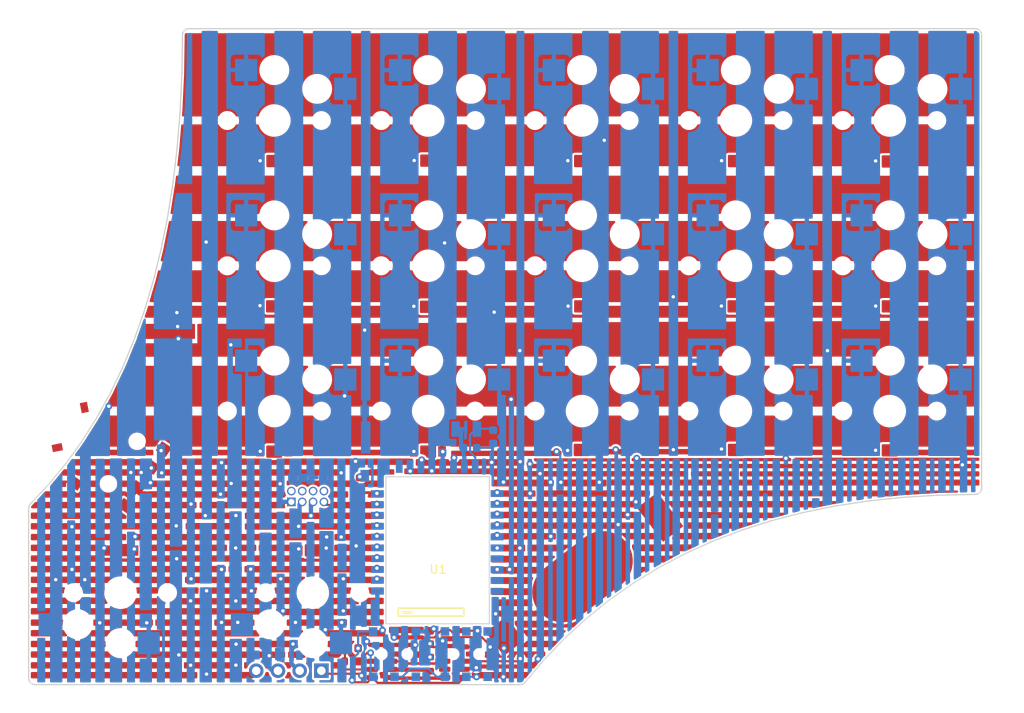
<source format=kicad_pcb>
(kicad_pcb (version 20221018) (generator pcbnew)
  (layers (0 "F.Cu" signal) (31 "B.Cu" signal) (34 "B.Paste" user) (35 "F.Paste" user) (36 "B.SilkS" user "B.Silkscreen") (37 "F.SilkS" user "F.Silkscreen") (38 "B.Mask" user) (39 "F.Mask" user) (44 "Edge.Cuts" user))
  (net 0 "")
  (net 1 "Net-(BT1-Pad2)")
  (net 2 "Row_1")
  (net 3 "Net-(D1-Pad2)")
  (net 4 "Row_2")
  (net 5 "Net-(D2-Pad2)")
  (net 6 "Row_3")
  (net 7 "Net-(D3-Pad2)")
  (net 8 "Row_4")
  (net 9 "Net-(D4-Pad2)")
  (net 10 "Net-(D5-Pad2)")
  (net 11 "Net-(D6-Pad2)")
  (net 12 "Net-(D7-Pad2)")
  (net 13 "Net-(D8-Pad2)")
  (net 14 "Net-(D9-Pad2)")
  (net 15 "Net-(D10-Pad2)")
  (net 16 "Net-(D11-Pad2)")
  (net 17 "Net-(D12-Pad2)")
  (net 18 "Net-(D13-Pad2)")
  (net 19 "Net-(D14-Pad2)")
  (net 20 "Net-(D15-Pad2)")
  (net 21 "Net-(D16-Pad2)")
  (net 22 "Net-(D17-Pad2)")
  (net 23 "ENC_A")
  (net 24 "ENC_B")
  (net 25 "GND")
  (net 26 "ENC_S")
  (net 27 "Net-(C1-Pad1)")
  (net 28 "swdio")
  (net 29 "swclk")
  (net 30 "Col_1")
  (net 31 "Col_2")
  (net 32 "Col_3")
  (net 33 "Col_4")
  (net 34 "Col_5")
  (net 35 "VDD")
  (net 36 "VBUS")
  (net 37 "+BATT")
  (net 38 "Net-(R2-Pad2)")
  (net 39 "Net-(U2-Pad1)")
  (net 40 "Net-(U2-Pad3)")
  (net 44 "Reset")
  (net 45 "Net-(R3-Pad2)")
  (net 46 "/D+")
  (net 47 "/D-")
  (net 51 "Net-(C2-Pad2)")
  (net 52 "Net-(C3-Pad2)")
  (net 53 "Net-(C1-Pad2)")
  (net 54 "Net-(R1-Pad2)")
  (net 60 "Net-(BT1-Pad1)")
  (footprint "weteor:ChocV1_V2_Hotswap" (layer "F.Cu") (at 180.7 98.685 180)
    (fp_text reference "SW17" hide)
    (fp_text value "SW_Push" hide)
  )
  (footprint "weteor:D_SOD-123_gold" (layer "F.Cu") (at 126.67 103.405 180)
    (fp_text reference "D8" hide)
    (fp_text value "D")
  )
  (footprint "weteor:E73-2G4M08S1C_bottom" (layer "F.Cu") (at 127.755 112.765)
    (fp_text reference "U1")
    (fp_text value "E73-2G4M08S1C")
    (fp_line (start -6 -6.4) (end -6 10.8) (stroke (width 0.12)) (layer "Edge.Cuts"))
    (fp_line (start -6 10.8) (end 6.1 10.8) (stroke (width 0.12)) (layer "Edge.Cuts"))
    (fp_line (start 6.1 -6.4) (end -6 -6.4) (stroke (width 0.12)) (layer "Edge.Cuts"))
    (fp_line (start 6.1 10.8) (end 6.1 -6.4) (stroke (width 0.12)) (layer "Edge.Cuts"))
  )
  (footprint "weteor:D_SOD-123_gold" (layer "F.Cu") (at 108.69 69.395 180)
    (fp_text reference "D1" hide)
    (fp_text value "D")
  )
  (footprint "weteor:ChocV1_V2_Hotswap" (layer "F.Cu") (at 144.7 98.685 180)
    (fp_text reference "SW11" hide)
    (fp_text value "SW_Push" hide)
  )
  (footprint "Package_TO_SOT_SMD:SOT-23-6" (layer "F.Cu") (at 129.769999 128.9 180)
    (fp_text reference "U3" hide)
    (fp_text value "FS8205")
  )
  (footprint "weteor:ChocV1_V2_Hotswap" (layer "F.Cu") (at 126.7 81.685 180)
    (fp_text reference "SW6" hide)
    (fp_text value "SW_Push" hide)
  )
  (footprint "weteor:D_SOD-123_gold" (layer "F.Cu") (at 113.2 115 180)
    (fp_text reference "D5" hide)
    (fp_text value "D")
  )
  (footprint "weteor:D_SOD-123_gold" (layer "F.Cu") (at 144.69 69.385 180)
    (fp_text reference "D9" hide)
    (fp_text value "D")
  )
  (footprint "weteor:Mitsumi_SIQ-02FVS3" (layer "F.Cu") (at 87.229454 102.19263 56)
    (fp_text reference "ENC1" hide)
    (fp_text value "Encoder" hide)
  )
  (footprint "weteor:D_SOD-123_gold" (layer "F.Cu") (at 90.7 115 180)
    (fp_text reference "D4" hide)
    (fp_text value "D")
  )
  (footprint "weteor:D_SOD-123_gold" (layer "F.Cu") (at 180.7 69.415 180)
    (fp_text reference "D15" hide)
    (fp_text value "D")
  )
  (footprint "weteor:ChocV1_V2_Hotswap" (layer "F.Cu") (at 180.7 81.685 180)
    (fp_text reference "SW16" hide)
    (fp_text value "SW_Push" hide)
  )
  (footprint "weteor:Coin Cell 2032" (layer "F.Cu") (at 144.76 118.055 -142.5)
    (fp_text reference "BT1" hide)
    (fp_text value "Battery_Cell")
  )
  (footprint "Package_TO_SOT_SMD:SOT-23-6" (layer "F.Cu") (at 121.3 128.909999 180)
    (fp_text reference "U2" hide)
    (fp_text value "DW01A")
  )
  (footprint "weteor:ChocV1_V2_Hotswap" (layer "F.Cu") (at 144.7 64.685 180)
    (fp_text reference "SW9" hide)
    (fp_text value "SW_Push" hide)
  )
  (footprint "Capacitor_SMD:C_0603_1608Metric" (layer "F.Cu") (at 126.909999 125.175 -90)
    (fp_text reference "C4" hide)
    (fp_text value "1uF")
  )
  (footprint "weteor:ChocV1_V2_Hotswap" (layer "F.Cu") (at 108.7 98.685 180)
    (fp_text reference "SW3" hide)
    (fp_text value "SW_Push" hide)
  )
  (footprint "weteor:ChocV1_V2_Hotswap" (layer "F.Cu") (at 108.7 64.685 180)
    (fp_text reference "SW1" hide)
    (fp_text value "SW_Push" hide)
  )
  (footprint "weteor:ChocV1_V2_Hotswap" (layer "F.Cu") (at 90.7 119.935)
    (fp_text reference "SW4" hide)
    (fp_text value "SW_Push" hide)
  )
  (footprint "weteor:D_SOD-123_gold" (layer "F.Cu") (at 180.7 103.21 180)
    (fp_text reference "D17" hide)
    (fp_text value "D")
  )
  (footprint "Resistor_SMD:R_0603_1608Metric" (layer "F.Cu") (at 117.74 127.97)
    (fp_text reference "R1" hide)
    (fp_text value "100R")
  )
  (footprint "weteor:D_SOD-123_gold" (layer "F.Cu") (at 144.72 86.405 180)
    (fp_text reference "D10" hide)
    (fp_text value "D")
  )
  (footprint "weteor:D_SOD-123_gold" (layer "F.Cu") (at 162.66 86.395 180)
    (fp_text reference "D13" hide)
    (fp_text value "D")
  )
  (footprint "weteor:ChocV1_V2_Hotswap" (layer "F.Cu") (at 126.7 64.685 180)
    (fp_text reference "SW5" hide)
    (fp_text value "SW_Push" hide)
  )
  (footprint "weteor:D_SOD-123_gold" (layer "F.Cu") (at 108.67 86.345 180)
    (fp_text reference "D2" hide)
    (fp_text value "D")
  )
  (footprint "Package_TO_SOT_SMD:SOT-23" (layer "F.Cu") (at 129.81 125.32 180)
    (fp_text reference "U4" hide)
    (fp_text value "XC6206PxxxMR")
  )
  (footprint "Capacitor_SMD:C_0603_1608Metric" (layer "F.Cu") (at 117.73 126.43)
    (fp_text reference "C1" hide)
    (fp_text value "0.1uF")
  )
  (footprint "weteor:D_SOD-123_gold" (layer "F.Cu") (at 126.71 69.365 180)
    (fp_text reference "D6" hide)
    (fp_text value "D")
  )
  (footprint "weteor:ChocV1_V2_Hotswap_1.5u" (layer "F.Cu") (at 113.2 119.935)
    (fp_text reference "SW8" hide)
    (fp_text value "SW_Push" hide)
  )
  (footprint "weteor:ChocV1_V2_Hotswap" (layer "F.Cu") (at 144.7 81.685 180)
    (fp_text reference "SW10" hide)
    (fp_text value "SW_Push" hide)
  )
  (footprint "Capacitor_SMD:C_0603_1608Metric" (layer "F.Cu") (at 132.47 125.129999 -90)
    (fp_text reference "C5" hide)
    (fp_text value "1uF")
  )
  (footprint "weteor:D_SOD-123_gold" (layer "F.Cu") (at 162.68 103.21 180)
    (fp_text reference "D14" hide)
    (fp_text value "D")
  )
  (footprint "weteor:D_SOD-123_gold" (layer "F.Cu") (at 108.7 103.385 180)
    (fp_text reference "D3" hide)
    (fp_text value "D")
  )
  (footprint "weteor:ChocV1_V2_Hotswap" (layer "F.Cu") (at 126.7 98.685 180)
    (fp_text reference "SW7" hide)
    (fp_text value "SW_Push" hide)
  )
  (footprint "Resistor_SMD:R_0603_1608Metric" (layer "F.Cu") (at 118.7 107.31 90)
    (fp_text reference "R3" hide)
    (fp_text value "100R")
  )
  (footprint "weteor:ChocV1_V2_Hotswap" (layer "F.Cu") (at 162.7 98.685 180)
    (fp_text reference "SW14" hide)
    (fp_text value "SW_Push" hide)
  )
  (footprint "weteor:D_SOD-123_gold" (layer "F.Cu") (at 162.68 69.385 180)
    (fp_text reference "D12" hide)
    (fp_text value "D")
  )
  (footprint "weteor:D_SOD-123_gold" (layer "F.Cu") (at 126.67 86.425 180)
    (fp_text reference "D7" hide)
    (fp_text value "D")
  )
  (footprint "weteor:ChocV1_V2_Hotswap" (layer "F.Cu") (at 108.7 81.685 180)
    (fp_text reference "SW2" hide)
    (fp_text value "SW_Push" hide)
  )
  (footprint "weteor:D_SOD-123_gold" (layer "F.Cu") (at 180.71 86.395 180)
    (fp_text reference "D16" hide)
    (fp_text value "D")
  )
  (footprint "Connector_PinHeader_2.54mm:PinHeader_1x04_P2.54mm_Vertical" (layer "F.Cu") (at 114.2 129.06 -90)
    (fp_text reference "J1" hide)
    (fp_text value "SWD_Ext")
  )
  (footprint "weteor:D_SOD-123_gold" (layer "F.Cu") (at 144.65 103.18 180)
    (fp_text reference "D11" hide)
    (fp_text value "D")
  )
  (footprint "weteor:ChocV1_V2_Hotswap" (layer "F.Cu") (at 162.7 81.685 180)
    (fp_text reference "SW13" hide)
    (fp_text value "SW_Push" hide)
  )
  (footprint "Resistor_SMD:R_0603_1608Metric" (layer "F.Cu") (at 126.91 128.289999 -90)
    (fp_text reference "R2" hide)
    (fp_text value "1k")
  )
  (footprint "weteor:ChocV1_V2_Hotswap" (layer "F.Cu") (at 180.7 64.685 180)
    (fp_text reference "SW15" hide)
    (fp_text value "SW_Push" hide)
  )
  (footprint "weteor:ChocV1_V2_Hotswap" (layer "F.Cu") (at 162.7 64.685 180)
    (fp_text reference "SW12" hide)
    (fp_text value "SW_Push" hide)
  )
  (footprint "Crystal:Crystal_SMD_3215-2Pin_3.2x1.5mm" (layer "B.Cu") (at 131.15 100.79 180)
    (fp_text reference "Y1" hide)
    (fp_text value "Crystal_Small")
  )
  (footprint "Connector_PinSocket_1.27mm:PinSocket_2x04_P1.27mm_Vertical" (layer "B.Cu") (at 110.69 109.31 -90)
    (fp_text reference "J2" hide)
    (fp_text value "Conn_02x04_Odd_Even")
  )
  (footprint "Capacitor_SMD:C_0603_1608Metric" (layer "B.Cu") (at 131.6 102.99 180)
    (fp_text reference "C2" hide)
    (fp_text value "0.1uF")
  )
  (footprint "weteor:Micro_Push_Button_3x6x2.5mm" (layer "B.Cu") (at 119.27 102.46 -90)
    (fp_text reference "SW19" hide)
    (fp_text value "SW_RESET")
  )
  (footprint "weteor:DPDT - C2837066" (layer "B.Cu") (at 122.7575 127.119999)
    (fp_text reference "SW20" hide)
    (fp_text value "SW_DPDT_x2")
  )
  (footprint "Capacitor_SMD:C_0603_1608Metric" (layer "B.Cu") (at 134.3 101.7 90)
    (fp_text reference "C3" hide)
    (fp_text value "0.1uF")
  )
  (footprint "weteor:DPDT - C2837066" (layer "B.Cu") (at 131.16 127.12)
    (fp_text reference "SW18" hide)
    (fp_text value "SW_DPDT_x2")
  )
  (gr_line (start 80.096295 109.619288) (end 80.075238 109.649349) (stroke (width 0.15)) (layer "Edge.Cuts"))
  (gr_line (start 191.233131 108.21772) (end 191.257634 108.192023) (stroke (width 0.15)) (layer "Edge.Cuts"))
  (gr_line (start 190.851013 53.954653) (end 190.814079 53.948053) (stroke (width 0.15)) (layer "Edge.Cuts"))
  (gr_line (start 190.991796 53.99837) (end 190.957737 53.984937) (stroke (width 0.15)) (layer "Edge.Cuts"))
  (gr_line (start 191.255032 54.185167) (end 191.230197 54.159119) (stroke (width 0.15)) (layer "Edge.Cuts"))
  (gr_line (start 79.949827 110.064945) (end 79.949827 129.938847) (stroke (width 0.15)) (layer "Edge.Cuts"))
  (gr_line (start 98.145811 54.180251) (end 98.122709 54.206921) (stroke (width 0.15)) (layer "Edge.Cuts"))
  (gr_line (start 98.043578 54.324106) (end 98.027346 54.355797) (stroke (width 0.15)) (layer "Edge.Cuts"))
  (gr_line (start 95.453653 79.737683) (end 94.550436 83.391005) (stroke (width 0.15)) (layer "Edge.Cuts"))
  (gr_line (start 98.43717 53.984027) (end 98.40379 53.997191) (stroke (width 0.15)) (layer "Edge.Cuts"))
  (gr_line (start 153.639217 117.014918) (end 156.72264 115.384629) (stroke (width 0.15)) (layer "Edge.Cuts"))
  (gr_line (start 191.449907 107.694584) (end 191.449907 107.694584) (stroke (width 0.15)) (layer "Edge.Cuts"))
  (gr_line (start 137.962002 130.494815) (end 137.992642 130.465208) (stroke (width 0.15)) (layer "Edge.Cuts"))
  (gr_line (start 80.098854 130.388062) (end 80.12112 130.416416) (stroke (width 0.15)) (layer "Edge.Cuts"))
  (gr_line (start 191.025019 54.013392) (end 190.991796 53.99837) (stroke (width 0.15)) (layer "Edge.Cuts"))
  (gr_line (start 191.230197 54.159119) (end 191.204149 54.134284) (stroke (width 0.15)) (layer "Edge.Cuts"))
  (gr_line (start 191.123611 108.308073) (end 191.152624 108.287443) (stroke (width 0.15)) (layer "Edge.Cuts"))
  (gr_line (start 97.954866 54.674442) (end 97.954866 54.674442) (stroke (width 0.15)) (layer "Edge.Cuts"))
  (gr_line (start 98.061277 54.293326) (end 98.043578 54.324106) (stroke (width 0.15)) (layer "Edge.Cuts"))
  (gr_line (start 137.992642 130.465208) (end 138.021676 130.43374) (stroke (width 0.15)) (layer "Edge.Cuts"))
  (gr_line (start 98.40379 53.997191) (end 98.37123 54.011913) (stroke (width 0.15)) (layer "Edge.Cuts"))
  (gr_line (start 96.843216 71.981995) (end 96.217912 75.93468) (stroke (width 0.15)) (layer "Edge.Cuts"))
  (gr_line (start 138.049012 130.400456) (end 138.049012 130.400456) (stroke (width 0.15)) (layer "Edge.Cuts"))
  (gr_line (start 137.861379 130.572008) (end 137.896277 130.54826) (stroke (width 0.15)) (layer "Edge.Cuts"))
  (gr_line (start 191.404373 54.431581) (end 191.390942 54.397522) (stroke (width 0.15)) (layer "Edge.Cuts"))
  (gr_line (start 190.894808 108.411154) (end 190.929924 108.401182) (stroke (width 0.15)) (layer "Edge.Cuts"))
  (gr_line (start 170.442203 110.579568) (end 174.218562 109.807326) (stroke (width 0.15)) (layer "Edge.Cuts"))
  (gr_line (start 80.169529 130.469715) (end 80.195577 130.494566) (stroke (width 0.15)) (layer "Edge.Cuts"))
  (gr_line (start 137.459871 130.689579) (end 137.459871 130.689579) (stroke (width 0.15)) (layer "Edge.Cuts"))
  (gr_line (start 97.969799 54.526319) (end 97.963335 54.562513) (stroke (width 0.15)) (layer "Edge.Cuts"))
  (gr_line (start 191.376908 108.015313) (end 191.391729 107.982541) (stroke (width 0.15)) (layer "Edge.Cuts"))
  (gr_line (start 191.44894 107.73265) (end 191.449907 107.694584) (stroke (width 0.15)) (layer "Edge.Cuts"))
  (gr_line (start 166.804432 111.523419) (end 170.442203 110.579568) (stroke (width 0.15)) (layer "Edge.Cuts"))
  (gr_line (start 191.321784 54.270121) (end 191.300872 54.240715) (stroke (width 0.15)) (layer "Edge.Cuts"))
  (gr_line (start 191.278606 54.212382) (end 191.255032 54.185167) (stroke (width 0.15)) (layer "Edge.Cuts"))
  (gr_line (start 97.987911 54.455882) (end 97.978006 54.49076) (stroke (width 0.15)) (layer "Edge.Cuts"))
  (gr_line (start 190.699861 53.939396) (end 98.689908 53.939396) (stroke (width 0.15)) (layer "Edge.Cuts"))
  (gr_line (start 191.119196 54.06753) (end 191.088766 54.048019) (stroke (width 0.15)) (layer "Edge.Cuts"))
  (gr_line (start 190.964307 108.389548) (end 190.997911 108.376298) (stroke (width 0.15)) (layer "Edge.Cuts"))
  (gr_line (start 190.997911 108.376298) (end 191.030691 108.36148) (stroke (width 0.15)) (layer "Edge.Cuts"))
  (gr_line (start 137.587747 130.678472) (end 137.62933 130.669985) (stroke (width 0.15)) (layer "Edge.Cuts"))
  (gr_line (start 137.749652 130.630807) (end 137.787973 130.613327) (stroke (width 0.15)) (layer "Edge.Cuts"))
  (gr_line (start 156.72264 115.384629) (end 159.94465 113.925949) (stroke (width 0.15)) (layer "Edge.Cuts"))
  (gr_line (start 98.541767 53.954349) (end 98.506205 53.96256) (stroke (width 0.15)) (layer "Edge.Cuts"))
  (gr_line (start 80.585652 130.680905) (end 80.623188 130.685685) (stroke (width 0.15)) (layer "Edge.Cuts"))
  (gr_line (start 79.965075 130.090191) (end 79.973452 130.126518) (stroke (width 0.15)) (layer "Edge.Cuts"))
  (gr_line (start 98.308755 54.045848) (end 98.278932 54.064968) (stroke (width 0.15)) (layer "Edge.Cuts"))
  (gr_line (start 80.12112 130.416416) (end 80.144694 130.44365) (stroke (width 0.15)) (layer "Edge.Cuts"))
  (gr_line (start 140.300912 127.740508) (end 142.691398 125.252171) (stroke (width 0.15)) (layer "Edge.Cuts"))
  (gr_line (start 191.088766 54.048019) (end 191.057357 54.029958) (stroke (width 0.15)) (layer "Edge.Cuts"))
  (gr_line (start 86.213053 102.167632) (end 84.337141 104.773186) (stroke (width 0.15)) (layer "Edge.Cuts"))
  (gr_line (start 97.329563 67.879629) (end 96.843216 71.981995) (stroke (width 0.15)) (layer "Edge.Cuts"))
  (gr_line (start 191.449907 107.694584) (end 191.449907 54.689457) (stroke (width 0.15)) (layer "Edge.Cuts"))
  (gr_line (start 98.122709 54.206921) (end 98.100888 54.234688) (stroke (width 0.15)) (layer "Edge.Cuts"))
  (gr_line (start 80.699872 130.689579) (end 80.699872 130.689579) (stroke (width 0.15)) (layer "Edge.Cuts"))
  (gr_line (start 190.957737 53.984937) (end 190.922889 53.973143) (stroke (width 0.15)) (layer "Edge.Cuts"))
  (gr_line (start 80.251125 130.540435) (end 80.280531 130.561359) (stroke (width 0.15)) (layer "Edge.Cuts"))
  (gr_line (start 82.322272 107.229059) (end 80.168447 109.535252) (stroke (width 0.15)) (layer "Edge.Cuts"))
  (gr_line (start 186.379163 108.520257) (end 190.709871 108.434452) (stroke (width 0.15)) (layer "Edge.Cuts"))
  (gr_line (start 190.699861 53.939396) (end 190.699861 53.939396) (stroke (width 0.15)) (layer "Edge.Cuts"))
  (gr_line (start 178.133509 109.206694) (end 182.187042 108.77767) (stroke (width 0.15)) (layer "Edge.Cuts"))
  (gr_line (start 191.180579 108.265477) (end 191.20743 108.24222) (stroke (width 0.15)) (layer "Edge.Cuts"))
  (gr_line (start 191.204149 54.134284) (end 191.176935 54.110709) (stroke (width 0.15)) (layer "Edge.Cuts"))
  (gr_line (start 80.168447 109.535252) (end 80.168451 109.535252) (stroke (width 0.15)) (layer "Edge.Cuts"))
  (gr_line (start 98.100888 54.234688) (end 98.080396 54.263505) (stroke (width 0.15)) (layer "Edge.Cuts"))
  (gr_line (start 80.142926 109.56218) (end 80.118866 109.590212) (stroke (width 0.15)) (layer "Edge.Cuts"))
  (gr_line (start 145.220472 122.935443) (end 147.888133 120.790325) (stroke (width 0.15)) (layer "Edge.Cuts"))
  (gr_line (start 98.689908 53.939396) (end 98.652082 53.940358) (stroke (width 0.15)) (layer "Edge.Cuts"))
  (gr_line (start 191.030691 108.36148) (end 191.062598 108.345138) (stroke (width 0.15)) (layer "Edge.Cuts"))
  (gr_line (start 137.670238 130.659182) (end 137.710376 130.646107) (stroke (width 0.15)) (layer "Edge.Cuts"))
  (gr_line (start 98.250114 54.085462) (end 98.222347 54.107283) (stroke (width 0.15)) (layer "Edge.Cuts"))
  (gr_line (start 191.342744 108.078197) (end 191.360564 108.047214) (stroke (width 0.15)) (layer "Edge.Cuts"))
  (gr_line (start 190.709871 108.434452) (end 190.709871 108.434452) (stroke (width 0.15)) (layer "Edge.Cuts"))
  (gr_line (start 79.983561 130.162147) (end 79.995355 130.197031) (stroke (width 0.15)) (layer "Edge.Cuts"))
  (gr_line (start 79.949827 110.064945) (end 79.949827 110.064945) (stroke (width 0.15)) (layer "Edge.Cuts"))
  (gr_line (start 191.300872 54.240715) (end 191.278606 54.212382) (stroke (width 0.15)) (layer "Edge.Cuts"))
  (gr_line (start 137.545581 130.684597) (end 137.587747 130.678472) (stroke (width 0.15)) (layer "Edge.Cuts"))
  (gr_line (start 190.887298 53.963032) (end 190.851013 53.954653) (stroke (width 0.15)) (layer "Edge.Cuts"))
  (gr_line (start 79.982109 109.84701) (end 79.972356 109.882275) (stroke (width 0.15)) (layer "Edge.Cuts"))
  (gr_line (start 98.339537 54.028147) (end 98.308755 54.045848) (stroke (width 0.15)) (layer "Edge.Cuts"))
  (gr_line (start 97.954866 54.674442) (end 97.885388 59.225853) (stroke (width 0.15)) (layer "Edge.Cuts"))
  (gr_line (start 190.929924 108.401182) (end 190.964307 108.389548) (stroke (width 0.15)) (layer "Edge.Cuts"))
  (gr_line (start 97.955822 54.636621) (end 97.954866 54.674442) (stroke (width 0.15)) (layer "Edge.Cuts"))
  (gr_line (start 98.027346 54.355797) (end 98.012627 54.388355) (stroke (width 0.15)) (layer "Edge.Cuts"))
  (gr_line (start 191.446078 107.770218) (end 191.44894 107.73265) (stroke (width 0.15)) (layer "Edge.Cuts"))
  (gr_line (start 98.37123 54.011913) (end 98.339537 54.028147) (stroke (width 0.15)) (layer "Edge.Cuts"))
  (gr_line (start 191.448927 54.650862) (end 191.446026 54.612774) (stroke (width 0.15)) (layer "Edge.Cuts"))
  (gr_line (start 80.310961 130.58088) (end 80.34237 130.598951) (stroke (width 0.15)) (layer "Edge.Cuts"))
  (gr_line (start 137.710376 130.646107) (end 137.749652 130.630807) (stroke (width 0.15)) (layer "Edge.Cuts"))
  (gr_line (start 97.885388 59.225853) (end 97.676953 63.627582) (stroke (width 0.15)) (layer "Edge.Cuts"))
  (gr_line (start 79.972356 109.882275) (end 79.96432 109.918044) (stroke (width 0.15)) (layer "Edge.Cuts"))
  (gr_line (start 137.787973 130.613327) (end 137.825246 130.593712) (stroke (width 0.15)) (layer "Edge.Cuts"))
  (gr_line (start 80.144694 130.44365) (end 80.169529 130.469715) (stroke (width 0.15)) (layer "Edge.Cuts"))
  (gr_line (start 79.953492 109.990849) (end 79.950751 110.027766) (stroke (width 0.15)) (layer "Edge.Cuts"))
  (gr_line (start 191.323495 108.108216) (end 191.342744 108.078197) (stroke (width 0.15)) (layer "Edge.Cuts"))
  (gr_line (start 80.118866 109.590212) (end 80.096295 109.619288) (stroke (width 0.15)) (layer "Edge.Cuts"))
  (gr_line (start 191.434654 54.538305) (end 191.426276 54.50202) (stroke (width 0.15)) (layer "Edge.Cuts"))
  (gr_line (start 80.222791 130.518155) (end 80.251125 130.540435) (stroke (width 0.15)) (layer "Edge.Cuts"))
  (gr_line (start 190.859006 108.419417) (end 190.894808 108.411154) (stroke (width 0.15)) (layer "Edge.Cuts"))
  (gr_line (start 191.360564 108.047214) (end 191.376908 108.015313) (stroke (width 0.15)) (layer "Edge.Cuts"))
  (gr_line (start 80.548718 130.674299) (end 80.585652 130.680905) (stroke (width 0.15)) (layer "Edge.Cuts"))
  (gr_line (start 80.374709 130.615526) (end 80.407932 130.630556) (stroke (width 0.15)) (layer "Edge.Cuts"))
  (gr_line (start 80.661277 130.688592) (end 80.699872 130.689579) (stroke (width 0.15)) (layer "Edge.Cuts"))
  (gr_line (start 191.359355 54.33196) (end 191.341294 54.300552) (stroke (width 0.15)) (layer "Edge.Cuts"))
  (gr_line (start 191.057357 54.029958) (end 191.025019 54.013392) (stroke (width 0.15)) (layer "Edge.Cuts"))
  (gr_line (start 190.747951 108.433489) (end 190.785531 108.430631) (stroke (width 0.15)) (layer "Edge.Cuts"))
  (gr_line (start 191.062598 108.345138) (end 191.093587 108.32732) (stroke (width 0.15)) (layer "Edge.Cuts"))
  (gr_line (start 191.434858 107.84367) (end 191.441369 107.80724) (stroke (width 0.15)) (layer "Edge.Cuts"))
  (gr_line (start 80.077942 130.358634) (end 80.098854 130.388062) (stroke (width 0.15)) (layer "Edge.Cuts"))
  (gr_line (start 138.049012 130.400456) (end 140.300912 127.740508) (stroke (width 0.15)) (layer "Edge.Cuts"))
  (gr_line (start 79.958023 109.954255) (end 79.953492 109.990849) (stroke (width 0.15)) (layer "Edge.Cuts"))
  (gr_line (start 182.187042 108.77767) (end 186.379163 108.520257) (stroke (width 0.15)) (layer "Edge.Cuts"))
  (gr_line (start 190.814079 53.948053) (end 190.776544 53.943279) (stroke (width 0.15)) (layer "Edge.Cuts"))
  (gr_line (start 137.459871 130.689579) (end 137.502924 130.688315) (stroke (width 0.15)) (layer "Edge.Cuts"))
  (gr_line (start 191.341294 54.300552) (end 191.321784 54.270121) (stroke (width 0.15)) (layer "Edge.Cuts"))
  (gr_line (start 80.021406 109.744833) (end 80.006659 109.778229) (stroke (width 0.15)) (layer "Edge.Cuts"))
  (gr_line (start 190.922889 53.973143) (end 190.887298 53.963032) (stroke (width 0.15)) (layer "Edge.Cuts"))
  (gr_line (start 191.37592 54.364299) (end 191.359355 54.33196) (stroke (width 0.15)) (layer "Edge.Cuts"))
  (gr_line (start 80.006659 109.778229) (end 79.993551 109.812308) (stroke (width 0.15)) (layer "Edge.Cuts"))
  (gr_line (start 142.691398 125.252171) (end 145.220472 122.935443) (stroke (width 0.15)) (layer "Edge.Cuts"))
  (gr_line (start 80.040371 130.296744) (end 80.058432 130.328179) (stroke (width 0.15)) (layer "Edge.Cuts"))
  (gr_line (start 94.550436 83.391005) (end 93.508264 86.894646) (stroke (width 0.15)) (layer "Edge.Cuts"))
  (gr_line (start 98.614752 53.943201) (end 98.577965 53.94788) (stroke (width 0.15)) (layer "Edge.Cuts"))
  (gr_line (start 190.738456 53.940377) (end 190.699861 53.939396) (stroke (width 0.15)) (layer "Edge.Cuts"))
  (gr_line (start 80.476841 130.655797) (end 80.512432 130.665914) (stroke (width 0.15)) (layer "Edge.Cuts"))
  (gr_line (start 191.441253 54.575239) (end 191.434654 54.538305) (stroke (width 0.15)) (layer "Edge.Cuts"))
  (gr_line (start 138.021676 130.43374) (end 138.049012 130.400456) (stroke (width 0.15)) (layer "Edge.Cuts"))
  (gr_line (start 137.502924 130.688315) (end 137.545581 130.684597) (stroke (width 0.15)) (layer "Edge.Cuts"))
  (gr_line (start 191.093587 108.32732) (end 191.123611 108.308073) (stroke (width 0.15)) (layer "Edge.Cuts"))
  (gr_line (start 80.037769 109.712181) (end 80.021406 109.744833) (stroke (width 0.15)) (layer "Edge.Cuts"))
  (gr_line (start 80.441992 130.643996) (end 80.476841 130.655797) (stroke (width 0.15)) (layer "Edge.Cuts"))
  (gr_line (start 79.950751 110.027766) (end 79.949827 110.064945) (stroke (width 0.15)) (layer "Edge.Cuts"))
  (gr_line (start 98.471324 53.972468) (end 98.43717 53.984027) (stroke (width 0.15)) (layer "Edge.Cuts"))
  (gr_line (start 80.699872 130.689579) (end 137.459871 130.689579) (stroke (width 0.15)) (layer "Edge.Cuts"))
  (gr_line (start 191.426592 107.879462) (end 191.434858 107.84367) (stroke (width 0.15)) (layer "Edge.Cuts"))
  (gr_line (start 98.689908 53.939396) (end 98.689908 53.939396) (stroke (width 0.15)) (layer "Edge.Cuts"))
  (gr_line (start 190.785531 108.430631) (end 190.822565 108.425925) (stroke (width 0.15)) (layer "Edge.Cuts"))
  (gr_line (start 137.929849 130.522514) (end 137.962002 130.494815) (stroke (width 0.15)) (layer "Edge.Cuts"))
  (gr_line (start 92.327135 90.248605) (end 91.007049 93.452884) (stroke (width 0.15)) (layer "Edge.Cuts"))
  (gr_line (start 80.008786 130.231123) (end 80.023807 130.264376) (stroke (width 0.15)) (layer "Edge.Cuts"))
  (gr_line (start 174.218562 109.807326) (end 178.133509 109.206694) (stroke (width 0.15)) (layer "Edge.Cuts"))
  (gr_line (start 191.449907 54.689457) (end 191.448927 54.650862) (stroke (width 0.15)) (layer "Edge.Cuts"))
  (gr_line (start 80.407932 130.630556) (end 80.441992 130.643996) (stroke (width 0.15)) (layer "Edge.Cuts"))
  (gr_line (start 80.623188 130.685685) (end 80.661277 130.688592) (stroke (width 0.15)) (layer "Edge.Cuts"))
  (gr_line (start 80.168447 109.535252) (end 80.168447 109.535252) (stroke (width 0.15)) (layer "Edge.Cuts"))
  (gr_line (start 150.694382 118.816816) (end 153.639217 117.014918) (stroke (width 0.15)) (layer "Edge.Cuts"))
  (gr_line (start 191.20743 108.24222) (end 191.233131 108.21772) (stroke (width 0.15)) (layer "Edge.Cuts"))
  (gr_line (start 97.958661 54.599295) (end 97.955822 54.636621) (stroke (width 0.15)) (layer "Edge.Cuts"))
  (gr_line (start 80.512432 130.665914) (end 80.548718 130.674299) (stroke (width 0.15)) (layer "Edge.Cuts"))
  (gr_line (start 80.195577 130.494566) (end 80.222791 130.518155) (stroke (width 0.15)) (layer "Edge.Cuts"))
  (gr_line (start 147.888133 120.790325) (end 150.694382 118.816816) (stroke (width 0.15)) (layer "Edge.Cuts"))
  (gr_line (start 137.62933 130.669985) (end 137.670238 130.659182) (stroke (width 0.15)) (layer "Edge.Cuts"))
  (gr_line (start 98.222347 54.107283) (end 98.195676 54.130386) (stroke (width 0.15)) (layer "Edge.Cuts"))
  (gr_line (start 80.055721 109.680333) (end 80.037769 109.712181) (stroke (width 0.15)) (layer "Edge.Cuts"))
  (gr_line (start 79.995355 130.197031) (end 80.008786 130.231123) (stroke (width 0.15)) (layer "Edge.Cuts"))
  (gr_line (start 97.978006 54.49076) (end 97.969799 54.526319) (stroke (width 0.15)) (layer "Edge.Cuts"))
  (gr_line (start 190.709871 108.434452) (end 190.747951 108.433489) (stroke (width 0.15)) (layer "Edge.Cuts"))
  (gr_line (start 96.217912 75.93468) (end 95.453653 79.737683) (stroke (width 0.15)) (layer "Edge.Cuts"))
  (gr_line (start 80.023807 130.264376) (end 80.040371 130.296744) (stroke (width 0.15)) (layer "Edge.Cuts"))
  (gr_line (start 191.152624 108.287443) (end 191.180579 108.265477) (stroke (width 0.15)) (layer "Edge.Cuts"))
  (gr_line (start 191.441369 107.80724) (end 191.446078 107.770218) (stroke (width 0.15)) (layer "Edge.Cuts"))
  (gr_line (start 87.950008 99.412397) (end 86.213053 102.167632) (stroke (width 0.15)) (layer "Edge.Cuts"))
  (gr_line (start 84.337141 104.773186) (end 82.322272 107.229059) (stroke (width 0.15)) (layer "Edge.Cuts"))
  (gr_line (start 191.404981 107.948944) (end 191.416617 107.914569) (stroke (width 0.15)) (layer "Edge.Cuts"))
  (gr_line (start 191.416617 107.914569) (end 191.426592 107.879462) (stroke (width 0.15)) (layer "Edge.Cuts"))
  (gr_line (start 93.508264 86.894646) (end 92.327135 90.248605) (stroke (width 0.15)) (layer "Edge.Cuts"))
  (gr_line (start 137.825246 130.593712) (end 137.861379 130.572008) (stroke (width 0.15)) (layer "Edge.Cuts"))
  (gr_line (start 98.652082 53.940358) (end 98.614752 53.943201) (stroke (width 0.15)) (layer "Edge.Cuts"))
  (gr_line (start 98.577965 53.94788) (end 98.541767 53.954349) (stroke (width 0.15)) (layer "Edge.Cuts"))
  (gr_line (start 98.195676 54.130386) (end 98.170149 54.154724) (stroke (width 0.15)) (layer "Edge.Cuts"))
  (gr_line (start 191.176935 54.110709) (end 191.148602 54.088442) (stroke (width 0.15)) (layer "Edge.Cuts"))
  (gr_line (start 79.949827 129.938847) (end 79.950806 129.977494) (stroke (width 0.15)) (layer "Edge.Cuts"))
  (gr_line (start 79.953705 130.015632) (end 79.958477 130.053214) (stroke (width 0.15)) (layer "Edge.Cuts"))
  (gr_line (start 191.302862 108.137225) (end 191.323495 108.108216) (stroke (width 0.15)) (layer "Edge.Cuts"))
  (gr_line (start 89.548007 96.507481) (end 87.950008 99.412397) (stroke (width 0.15)) (layer "Edge.Cuts"))
  (gr_line (start 191.449907 54.689457) (end 191.449907 54.689457) (stroke (width 0.15)) (layer "Edge.Cuts"))
  (gr_line (start 80.34237 130.598951) (end 80.374709 130.615526) (stroke (width 0.15)) (layer "Edge.Cuts"))
  (gr_line (start 191.257634 108.192023) (end 191.280893 108.165176) (stroke (width 0.15)) (layer "Edge.Cuts"))
  (gr_line (start 98.080396 54.263505) (end 98.061277 54.293326) (stroke (width 0.15)) (layer "Edge.Cuts"))
  (gr_line (start 98.012627 54.388355) (end 97.999466 54.421732) (stroke (width 0.15)) (layer "Edge.Cuts"))
  (gr_line (start 190.822565 108.425925) (end 190.859006 108.419417) (stroke (width 0.15)) (layer "Edge.Cuts"))
  (gr_line (start 98.170149 54.154724) (end 98.145811 54.180251) (stroke (width 0.15)) (layer "Edge.Cuts"))
  (gr_line (start 80.168451 109.535252) (end 80.142926 109.56218) (stroke (width 0.15)) (layer "Edge.Cuts"))
  (gr_line (start 191.391729 107.982541) (end 191.404981 107.948944) (stroke (width 0.15)) (layer "Edge.Cuts"))
  (gr_line (start 80.280531 130.561359) (end 80.310961 130.58088) (stroke (width 0.15)) (layer "Edge.Cuts"))
  (gr_line (start 191.148602 54.088442) (end 191.119196 54.06753) (stroke (width 0.15)) (layer "Edge.Cuts"))
  (gr_line (start 191.426276 54.50202) (end 191.416167 54.466429) (stroke (width 0.15)) (layer "Edge.Cuts"))
  (gr_line (start 97.999466 54.421732) (end 97.987911 54.455882) (stroke (width 0.15)) (layer "Edge.Cuts"))
  (gr_line (start 191.446026 54.612774) (end 191.441253 54.575239) (stroke (width 0.15)) (layer "Edge.Cuts"))
  (gr_line (start 98.506205 53.96256) (end 98.471324 53.972468) (stroke (width 0.15)) (layer "Edge.Cuts"))
  (gr_line (start 191.280893 108.165176) (end 191.302862 108.137225) (stroke (width 0.15)) (layer "Edge.Cuts"))
  (gr_line (start 79.973452 130.126518) (end 79.983561 130.162147) (stroke (width 0.15)) (layer "Edge.Cuts"))
  (gr_line (start 98.278932 54.064968) (end 98.250114 54.085462) (stroke (width 0.15)) (layer "Edge.Cuts"))
  (gr_line (start 163.305247 112.638879) (end 166.804432 111.523419) (stroke (width 0.15)) (layer "Edge.Cuts"))
  (gr_line (start 79.993551 109.812308) (end 79.982109 109.84701) (stroke (width 0.15)) (layer "Edge.Cuts"))
  (gr_line (start 79.96432 109.918044) (end 79.958023 109.954255) (stroke (width 0.15)) (layer "Edge.Cuts"))
  (gr_line (start 159.94465 113.925949) (end 163.305247 112.638879) (stroke (width 0.15)) (layer "Edge.Cuts"))
  (gr_line (start 191.390942 54.397522) (end 191.37592 54.364299) (stroke (width 0.15)) (layer "Edge.Cuts"))
  (gr_line (start 80.058432 130.328179) (end 80.077942 130.358634) (stroke (width 0.15)) (layer "Edge.Cuts"))
  (gr_line (start 91.007049 93.452884) (end 89.548007 96.507481) (stroke (width 0.15)) (layer "Edge.Cuts"))
  (gr_line (start 137.896277 130.54826) (end 137.929849 130.522514) (stroke (width 0.15)) (layer "Edge.Cuts"))
  (gr_line (start 97.963335 54.562513) (end 97.958661 54.599295) (stroke (width 0.15)) (layer "Edge.Cuts"))
  (gr_line (start 79.949827 129.938847) (end 79.949827 129.938847) (stroke (width 0.15)) (layer "Edge.Cuts"))
  (gr_line (start 191.416167 54.466429) (end 191.404373 54.431581) (stroke (width 0.15)) (layer "Edge.Cuts"))
  (gr_line (start 79.950806 129.977494) (end 79.953705 130.015632) (stroke (width 0.15)) (layer "Edge.Cuts"))
  (gr_line (start 97.676953 63.627582) (end 97.329563 67.879629) (stroke (width 0.15)) (layer "Edge.Cuts"))
  (gr_line (start 190.776544 53.943279) (end 190.738456 53.940377) (stroke (width 0.15)) (layer "Edge.Cuts"))
  (gr_line (start 80.075238 109.649349) (end 80.055721 109.680333) (stroke (width 0.15)) (layer "Edge.Cuts"))
  (gr_line (start 79.958477 130.053214) (end 79.965075 130.090191) (stroke (width 0.15)) (layer "Edge.Cuts"))
  (segment (start 126 125.175) (end 127.405 125.175) (width 0.24) (layer "F.Cu") (net 1))
  (segment (start 127.405 125.175) (end 128.26 124.32) (width 0.24) (layer "F.Cu") (net 1))
  (segment (start 129.28 124.32) (end 130.089999 125.129999) (width 0.24) (layer "F.Cu") (net 1))
  (segment (start 130.089999 125.129999) (end 132.959999 125.129999) (width 0.24) (layer "F.Cu") (net 1))
  (segment (start 125.991426 125.166426) (end 122.71 125.166426) (width 0.5) (layer "F.Cu") (net 1))
  (segment (start 140.93 122.43) (end 138.99 122.43) (width 0.25) (layer "F.Cu") (net 1))
  (segment (start 144.76 118.055) (end 144.76 118.6) (width 0.25) (layer "F.Cu") (net 1))
  (segment (start 144.76 118.6) (end 140.93 122.43) (width 0.25) (layer "F.Cu") (net 1))
  (segment (start 126 125.175) (end 125.991426 125.166426) (width 0.5) (layer "F.Cu") (net 1))
  (segment (start 133.95 126.29) (end 133.95 126.12) (width 0.25) (layer "F.Cu") (net 1))
  (segment (start 133.95 126.12) (end 132.959999 125.129999) (width 0.25) (layer "F.Cu") (net 1))
  (segment (start 128.26 124.32) (end 129.28 124.32) (width 0.24) (layer "F.Cu") (net 1))
  (via (at 133.95 126.29) (size 0.8) (drill 0.4) (layers "F.Cu" "B.Cu") (net 1))
  (via (at 122.71 125.166426) (size 0.8) (drill 0.4) (layers "F.Cu" "B.Cu") (net 1))
  (via (at 134.59 122.4) (size 0.8) (drill 0.4) (layers "F.Cu" "B.Cu") (net 1))
  (segment (start 122.7575 125.118926) (end 122.71 125.166426) (width 0.25) (layer "B.Cu") (net 1))
  (segment (start 122.7575 124.469999) (end 122.7575 125.118926) (width 0.25) (layer "B.Cu") (net 1))
  (via (at 146.72 107.01) (size 0.8) (drill 0.4) (layers "F.Cu" "B.Cu") (net 2))
  (via (at 129.72 104.14) (size 0.8) (drill 0.4) (layers "F.Cu" "B.Cu") (net 2))
  (via (at 141.72 103.42) (size 0.8) (drill 0.4) (layers "F.Cu" "B.Cu") (net 2))
  (via (at 142.22 107.01) (size 0.8) (drill 0.4) (layers "F.Cu" "B.Cu") (net 2))
  (via (at 147.3 67) (size 0.8) (drill 0.4) (layers "F.Cu" "B.Cu") (net 2))
  (segment (start 142.15 103.85) (end 142.15 104.525) (width 0.25) (layer "B.Cu") (net 2))
  (segment (start 141.72 103.42) (end 142.15 103.85) (width 0.25) (layer "B.Cu") (net 2))
  (via (at 107.04 69.395) (size 0.8) (drill 0.4) (layers "F.Cu" "B.Cu") (net 3))
  (via (at 148.64 103.2) (size 0.8) (drill 0.4) (layers "F.Cu" "B.Cu") (net 4))
  (via (at 155.37 85.31) (size 0.8) (drill 0.4) (layers "F.Cu" "B.Cu") (net 4))
  (via (at 134.77 111.96) (size 0.8) (drill 0.4) (layers "F.Cu" "B.Cu") (net 4))
  (via (at 148.93 111.96) (size 0.8) (drill 0.4) (layers "F.Cu" "B.Cu") (net 4))
  (via (at 155.38 103.2) (size 0.8) (drill 0.4) (layers "F.Cu" "B.Cu") (net 4))
  (via (at 107.02 86.345) (size 0.8) (drill 0.4) (layers "F.Cu" "B.Cu") (net 5))
  (via (at 128.41 103.43) (size 0.8) (drill 0.4) (layers "F.Cu" "B.Cu") (net 6))
  (via (at 107.05 103.385) (size 0.8) (drill 0.4) (layers "F.Cu" "B.Cu") (net 7))
  (via (at 114.82 113.41) (size 0.8) (drill 0.4) (layers "F.Cu" "B.Cu") (net 8))
  (via (at 121.357002 124.33) (size 0.8) (drill 0.4) (layers "F.Cu" "B.Cu") (net 8))
  (via (at 114.666962 124.260642) (size 0.8) (drill 0.4) (layers "F.Cu" "B.Cu") (net 8))
  (via (at 92.31 114.82) (size 0.8) (drill 0.4) (layers "F.Cu" "B.Cu") (net 8))
  (via (at 114.77 114.71) (size 0.8) (drill 0.4) (layers "F.Cu" "B.Cu") (net 8))
  (via (at 92.4 113.36) (size 0.8) (drill 0.4) (layers "F.Cu" "B.Cu") (net 8))
  (segment (start 121.357002 124.33) (end 121.357002 123.949501) (width 0.25) (layer "B.Cu") (net 8))
  (segment (start 121.357002 123.949501) (end 120.677501 123.27) (width 0.25) (layer "B.Cu") (net 8))
  (via (at 88.27 123.46) (size 0.8) (drill 0.4) (layers "F.Cu" "B.Cu") (net 9))
  (via (at 88.77 114.71) (size 0.8) (drill 0.4) (layers "F.Cu" "B.Cu") (net 9))
  (via (at 93.77 123.46) (size 0.8) (drill 0.4) (layers "F.Cu" "B.Cu") (net 9))
  (via (at 116.58 123.41) (size 0.8) (drill 0.4) (layers "F.Cu" "B.Cu") (net 10))
  (via (at 111.55 114.81) (size 0.8) (drill 0.4) (layers "F.Cu" "B.Cu") (net 10))
  (via (at 111.17 123.41) (size 0.8) (drill 0.4) (layers "F.Cu" "B.Cu") (net 10))
  (via (at 125.06 69.365) (size 0.8) (drill 0.4) (layers "F.Cu" "B.Cu") (net 11))
  (via (at 125.02 86.425) (size 0.8) (drill 0.4) (layers "F.Cu" "B.Cu") (net 12))
  (via (at 125.02 103.405) (size 0.8) (drill 0.4) (layers "F.Cu" "B.Cu") (net 13))
  (via (at 143.04 69.385) (size 0.8) (drill 0.4) (layers "F.Cu" "B.Cu") (net 14))
  (via (at 143.07 86.405) (size 0.8) (drill 0.4) (layers "F.Cu" "B.Cu") (net 15))
  (via (at 143.01 103.29) (size 0.8) (drill 0.4) (layers "F.Cu" "B.Cu") (net 16))
  (via (at 161.03 69.385) (size 0.8) (drill 0.4) (layers "F.Cu" "B.Cu") (net 17))
  (via (at 161.01 86.395) (size 0.8) (drill 0.4) (layers "F.Cu" "B.Cu") (net 18))
  (via (at 161.02 103.12) (size 0.8) (drill 0.4) (layers "F.Cu" "B.Cu") (net 19))
  (via (at 179.05 69.415) (size 0.8) (drill 0.4) (layers "F.Cu" "B.Cu") (net 20))
  (via (at 179.06 86.395) (size 0.8) (drill 0.4) (layers "F.Cu" "B.Cu") (net 21))
  (via (at 179.05 103.27) (size 0.8) (drill 0.4) (layers "F.Cu" "B.Cu") (net 22))
  (segment (start 92.87 109.69) (end 88.83 109.69) (width 0.75) (layer "F.Cu") (net 23))
  (via (at 98.95 118.31) (size 0.8) (drill 0.4) (layers "F.Cu" "B.Cu") (net 23))
  (via (at 109.7 122.06) (size 0.8) (drill 0.4) (layers "F.Cu" "B.Cu") (net 23))
  (via (at 116.77 118.31) (size 0.8) (drill 0.4) (layers "F.Cu" "B.Cu") (net 23))
  (via (at 109.45 118.31) (size 0.8) (drill 0.4) (layers "F.Cu" "B.Cu") (net 23))
  (via (at 98.95 109.56) (size 0.8) (drill 0.4) (layers "F.Cu" "B.Cu") (net 23))
  (via (at 120.7 118.31) (size 0.8) (drill 0.4) (layers "F.Cu" "B.Cu") (net 23))
  (via (at 116.77 122.06) (size 0.8) (drill 0.4) (layers "F.Cu" "B.Cu") (net 23))
  (via (at 95.45 103.31) (size 0.8) (drill 0.4) (layers "F.Cu" "B.Cu") (net 24))
  (via (at 116.52 113.41) (size 0.8) (drill 0.4) (layers "F.Cu" "B.Cu") (net 24))
  (via (at 95.52 105.91) (size 0.8) (drill 0.4) (layers "F.Cu" "B.Cu") (net 24))
  (via (at 120.7 113.31) (size 0.8) (drill 0.4) (layers "F.Cu" "B.Cu") (net 24))
  (via (at 116.52 105.91) (size 0.8) (drill 0.4) (layers "F.Cu" "B.Cu") (net 24))
  (segment (start 125.18 126.04) (end 119.9 126.04) (width 0.5) (layer "F.Cu") (net 25))
  (segment (start 114.2 129.06) (end 114.54 129.4) (width 0.25) (layer "F.Cu") (net 25))
  (segment (start 118.685501 129.42) (end 118.9 129.634499) (width 0.25) (layer "F.Cu") (net 25))
  (segment (start 114.54 129.4) (end 114.56 129.42) (width 0.25) (layer "F.Cu") (net 25))
  (segment (start 130.907499 127.95) (end 137.13 127.95) (width 0.25) (layer "F.Cu") (net 25))
  (segment (start 132.134999 126.27) (end 132.47 125.934999) (width 0.25) (layer "F.Cu") (net 25))
  (segment (start 130.647499 126.169999) (end 128.992582 126.169999) (width 0.5) (layer "F.Cu") (net 25))
  (segment (start 119.9 126.04) (end 119.51 125.65) (width 0.25) (layer "F.Cu") (net 25))
  (segment (start 130.727499 126.27) (end 132.134999 126.27) (width 0.25) (layer "F.Cu") (net 25))
  (segment (start 130.727499 127.8) (end 130.907499 127.98) (width 0.25) (layer "F.Cu") (net 25))
  (segment (start 137.13 127.98) (end 137.47 127.64) (width 0.25) (layer "F.Cu") (net 25))
  (segment (start 114.56 129.42) (end 118.685501 129.42) (width 0.25) (layer "F.Cu") (net 25))
  (segment (start 127.259999 126.3) (end 128.862581 126.3) (width 0.25) (layer "F.Cu") (net 25))
  (segment (start 130.727499 126.27) (end 130.727499 127.8) (width 0.25) (layer "F.Cu") (net 25))
  (segment (start 130.7475 126.27) (end 130.647499 126.169999) (width 0.5) (layer "F.Cu") (net 25))
  (segment (start 128.862581 126.3) (end 128.992582 126.169999) (width 0.25) (layer "F.Cu") (net 25))
  (segment (start 114.2 129.06) (end 114.73 129.59) (width 0.25) (layer "F.Cu") (net 25))
  (segment (start 126.909999 125.95) (end 127.259999 126.3) (width 0.25) (layer "F.Cu") (net 25))
  (via (at 94.2 107.06) (size 0.8) (drill 0.4) (layers "F.Cu" "B.Cu") (net 25))
  (via (at 109.38 107.19) (size 0.8) (drill 0.4) (layers "F.Cu" "B.Cu") (net 25))
  (via (at 91.91 105.87) (size 0.8) (drill 0.4) (layers "F.Cu" "B.Cu") (net 25))
  (via (at 126.909999 125.895) (size 0.8) (drill 0.4) (layers "F.Cu" "B.Cu") (net 25))
  (via (at 93.12 105.87) (size 0.8) (drill 0.4) (layers "F.Cu" "B.Cu") (net 25))
  (via (at 119.51 125.65) (size 0.8) (drill 0.4) (layers "F.Cu" "B.Cu") (net 25))
  (via (at 137.42 91.61) (size 0.8) (drill 0.4) (layers "F.Cu" "B.Cu") (net 25))
  (via (at 125.18 126.04) (size 0.8) (drill 0.4) (layers "F.Cu" "B.Cu") (net 25))
  (via (at 103.65 107.15) (size 0.8) (drill 0.4) (layers "F.Cu" "B.Cu") (net 25))
  (via (at 94.301035 105.343562) (size 0.8) (drill 0.4) (layers "F.Cu" "B.Cu") (net 25))
  (via (at 137.47 104.6) (size 0.8) (drill 0.4) (layers "F.Cu" "B.Cu") (net 25))
  (via (at 126.91 127.464999) (size 0.8) (drill 0.4) (layers "F.Cu" "B.Cu") (net 25))
  (via (at 134.77 114.71) (size 0.8) (drill 0.4) (layers "F.Cu" "B.Cu") (net 25))
  (via (at 125.932593 104.386327) (size 0.8) (drill 0.4) (layers "F.Cu" "B.Cu") (net 25))
  (via (at 173.42 91.61) (size 0.8) (drill 0.4) (layers "F.Cu" "B.Cu") (net 25))
  (via (at 134.13 104.68) (size 0.8) (drill 0.4) (layers "F.Cu" "B.Cu") (net 25))
  (via (at 137.43 114.71) (size 0.8) (drill 0.4) (layers "F.Cu" "B.Cu") (net 25))
  (via (at 119.27 89.21) (size 0.8) (drill 0.4) (layers "F.Cu" "B.Cu") (net 25))
  (via (at 137.47 127.64) (size 0.8) (drill 0.4) (layers "F.Cu" "B.Cu") (net 25))
  (via (at 118.9 129.634499) (size 0.8) (drill 0.4) (layers "F.Cu" "B.Cu") (net 25))
  (via (at 103.61 90.93) (size 0.8) (drill 0.4) (layers "F.Cu" "B.Cu") (net 25))
  (segment (start 133.97 102.98) (end 134.3 102.65) (width 0.25) (layer "B.Cu") (net 25))
  (segment (start 110.69 109.31) (end 109.44 109.31) (width 0.5) (layer "B.Cu") (net 25))
  (segment (start 125.2575 124.469999) (end 126.279999 124.469999) (width 0.25) (layer "B.Cu") (net 25))
  (segment (start 132.45 102.98) (end 133.97 102.98) (width 0.25) (layer "B.Cu") (net 25))
  (segment (start 93.490004 108.45) (end 94.575 108.45) (width 0.25) (layer "F.Cu") (net 26))
  (segment (start 92.608984 107.76006) (end 92.179044 108.19) (width 0.25) (layer "F.Cu") (net 26))
  (segment (start 92.70533 107.665326) (end 93.490004 108.45) (width 0.25) (layer "F.Cu") (net 26))
  (via (at 120.7 114.56) (size 0.8) (drill 0.4) (layers "F.Cu" "B.Cu") (net 26))
  (via (at 118.2 104.56) (size 0.8) (drill 0.4) (layers "F.Cu" "B.Cu") (net 26))
  (via (at 102.52 104.71) (size 0.8) (drill 0.4) (layers "F.Cu" "B.Cu") (net 26))
  (via (at 118.27 114.46) (size 0.8) (drill 0.4) (layers "F.Cu" "B.Cu") (net 26))
  (via (at 102.4 108.41) (size 0.8) (drill 0.4) (layers "F.Cu" "B.Cu") (net 26))
  (segment (start 116.915 128.705) (end 116.915 127.97) (width 0.25) (layer "F.Cu") (net 27))
  (segment (start 117.119999 128.909999) (end 116.915 128.705) (width 0.25) (layer "F.Cu") (net 27))
  (segment (start 116.955 127.93) (end 116.915 127.97) (width 0.25) (layer "F.Cu") (net 27))
  (segment (start 120.1625 128.909999) (end 117.119999 128.909999) (width 0.25) (layer "F.Cu") (net 27))
  (segment (start 116.955 126.43) (end 116.955 127.93) (width 0.25) (layer "F.Cu") (net 27))
  (via (at 97.52 127.21) (size 0.8) (drill 0.4) (layers "F.Cu" "B.Cu") (net 28))
  (via (at 108.1 127.3) (size 0.8) (drill 0.4) (layers "F.Cu" "B.Cu") (net 28))
  (via (at 120.7 115.81) (size 0.8) (drill 0.4) (layers "F.Cu" "B.Cu") (net 28))
  (via (at 97.27 115.96) (size 0.8) (drill 0.4) (layers "F.Cu" "B.Cu") (net 28))
  (segment (start 108.46 129.06) (end 108.1 128.7) (width 0.5) (layer "B.Cu") (net 28))
  (segment (start 108.14 127.34) (end 108.1 127.3) (width 0.5) (layer "B.Cu") (net 28))
  (segment (start 108.14 128.66) (end 108.14 127.34) (width 0.5) (layer "B.Cu") (net 28))
  (segment (start 108.1 128.7) (end 108.14 128.66) (width 0.5) (layer "B.Cu") (net 28))
  (segment (start 109.12 129.06) (end 108.46 129.06) (width 0.5) (layer "B.Cu") (net 28))
  (segment (start 106.06 129.58) (end 105.02 129.58) (width 0.75) (layer "F.Cu") (net 29))
  (segment (start 106.58 129.06) (end 106.06 129.58) (width 0.75) (layer "F.Cu") (net 29))
  (via (at 106.02 119.71) (size 0.8) (drill 0.4) (layers "F.Cu" "B.Cu") (net 29))
  (via (at 105.93 117.18) (size 0.8) (drill 0.4) (layers "F.Cu" "B.Cu") (net 29))
  (via (at 100.77 129.46) (size 0.8) (drill 0.4) (layers "F.Cu" "B.Cu") (net 29))
  (via (at 120.7 117.06) (size 0.8) (drill 0.4) (layers "F.Cu" "B.Cu") (net 29))
  (via (at 100.77 119.71) (size 0.8) (drill 0.4) (layers "F.Cu" "B.Cu") (net 29))
  (via (at 83.12 118.41) (size 0.8) (drill 0.4) (layers "F.Cu" "B.Cu") (net 30))
  (via (at 86.52 118.41) (size 0.8) (drill 0.4) (layers "F.Cu" "B.Cu") (net 30))
  (via (at 136.22 117.21) (size 0.8) (drill 0.4) (layers "F.Cu" "B.Cu") (net 30))
  (via (at 134.77 117.21) (size 0.8) (drill 0.4) (layers "F.Cu" "B.Cu") (net 30))
  (via (at 89.33 98.12) (size 0.8) (drill 0.4) (layers "F.Cu" "B.Cu") (net 30))
  (via (at 136.4 97.31) (size 0.8) (drill 0.4) (layers "F.Cu" "B.Cu") (net 30))
  (via (at 116.92 96.91) (size 0.8) (drill 0.4) (layers "F.Cu" "B.Cu") (net 30))
  (segment (start 82.4 123.635) (end 82.995 123.635) (width 0.25) (layer "B.Cu") (net 30))
  (segment (start 83.18 126.97) (end 83.18 125.97) (width 1.45) (layer "B.Cu") (net 30))
  (segment (start 83.18 125.97) (end 83.18 120.89) (width 1.45) (layer "B.Cu") (net 30))
  (via (at 134.42 87.11) (size 0.8) (drill 0.4) (layers "F.Cu" "B.Cu") (net 31))
  (via (at 141.04 113.34) (size 0.8) (drill 0.4) (layers "F.Cu" "B.Cu") (net 31))
  (via (at 85.02 112.21) (size 0.8) (drill 0.4) (layers "F.Cu" "B.Cu") (net 31))
  (via (at 85.02 117.21) (size 0.8) (drill 0.4) (layers "F.Cu" "B.Cu") (net 31))
  (via (at 102.52 123.41) (size 0.8) (drill 0.4) (layers "F.Cu" "B.Cu") (net 31))
  (via (at 104.42 123.41) (size 0.8) (drill 0.4) (layers "F.Cu" "B.Cu") (net 31))
  (via (at 141.02 107) (size 0.8) (drill 0.4) (layers "F.Cu" "B.Cu") (net 31))
  (via (at 97.47 90.22) (size 0.8) (drill 0.4) (layers "F.Cu" "B.Cu") (net 31))
  (via (at 102.52 117.21) (size 0.8) (drill 0.4) (layers "F.Cu" "B.Cu") (net 31))
  (via (at 97.295 87.16) (size 0.8) (drill 0.4) (layers "F.Cu" "B.Cu") (net 31))
  (via (at 97.38 88.79) (size 0.8) (drill 0.4) (layers "F.Cu" "B.Cu") (net 31))
  (via (at 97.22 112.11) (size 0.8) (drill 0.4) (layers "F.Cu" "B.Cu") (net 31))
  (via (at 135.5 106.99) (size 0.8) (drill 0.4) (layers "F.Cu" "B.Cu") (net 31))
  (via (at 134.77 113.21) (size 0.8) (drill 0.4) (layers "F.Cu" "B.Cu") (net 31))
  (via (at 150.04 110.81) (size 0.8) (drill 0.4) (layers "F.Cu" "B.Cu") (net 32))
  (via (at 134.77 110.71) (size 0.8) (drill 0.4) (layers "F.Cu" "B.Cu") (net 32))
  (via (at 134.77 109.46) (size 0.8) (drill 0.4) (layers "F.Cu" "B.Cu") (net 33))
  (via (at 151.1 104.2) (size 0.8) (drill 0.4) (layers "F.Cu" "B.Cu") (net 33))
  (via (at 168.55 104.2) (size 0.8) (drill 0.4) (layers "F.Cu" "B.Cu") (net 33))
  (via (at 151 109.3) (size 0.8) (drill 0.4) (layers "F.Cu" "B.Cu") (net 33))
  (via (at 189.2 104.975) (size 0.8) (drill 0.4) (layers "F.Cu" "B.Cu") (net 34))
  (via (at 138.6 104.87) (size 0.8) (drill 0.4) (layers "F.Cu" "B.Cu") (net 34))
  (via (at 134.77 108.21) (size 0.8) (drill 0.4) (layers "F.Cu" "B.Cu") (net 34))
  (via (at 138.62 108.31) (size 0.8) (drill 0.4) (layers "F.Cu" "B.Cu") (net 34))
  (segment (start 132.47 124.384999) (end 130.742498 124.384999) (width 0.25) (layer "F.Cu") (net 35))
  (segment (start 139.56 127.68) (end 138.97 128.27) (width 0.25) (layer "F.Cu") (net 35))
  (via (at 104.19 120.9) (size 0.8) (drill 0.4) (layers "F.Cu" "B.Cu") (net 35))
  (via (at 132.33 128.7045) (size 0.8) (drill 0.4) (layers "F.Cu" "B.Cu") (net 35))
  (via (at 100.72 78.91) (size 0.8) (drill 0.4) (layers "F.Cu" "B.Cu") (net 35))
  (via (at 127.12 105.68) (size 0.8) (drill 0.4) (layers "F.Cu" "B.Cu") (net 35))
  (via (at 104.2 110.9) (size 0.8) (drill 0.4) (layers "F.Cu" "B.Cu") (net 35))
  (via (at 98.9 128.42) (size 0.8) (drill 0.4) (layers "F.Cu" "B.Cu") (net 35))
  (via (at 128.62 79.01) (size 0.8) (drill 0.4) (layers "F.Cu" "B.Cu") (net 35))
  (via (at 98.9 120.89) (size 0.8) (drill 0.4) (layers "F.Cu" "B.Cu") (net 35))
  (via (at 104.2 128.41) (size 0.8) (drill 0.4) (layers "F.Cu" "B.Cu") (net 35))
  (via (at 104.22 125.95) (size 0.8) (drill 0.4) (layers "F.Cu" "B.Cu") (net 35))
  (via (at 104.18 114.7) (size 0.8) (drill 0.4) (layers "F.Cu" "B.Cu") (net 35))
  (via (at 139.79 106) (size 0.8) (drill 0.4) (layers "F.Cu" "B.Cu") (net 35))
  (via (at 139.56 127.68) (size 0.8) (drill 0.4) (layers "F.Cu" "B.Cu") (net 35))
  (via (at 110.88 125.94) (size 0.8) (drill 0.4) (layers "F.Cu" "B.Cu") (net 35))
  (via (at 132.47 124.384999) (size 0.8) (drill 0.4) (layers "F.Cu" "B.Cu") (net 35))
  (via (at 100.62 110.91) (size 0.8) (drill 0.4) (layers "F.Cu" "B.Cu") (net 35))
  (via (at 124.59 105.71) (size 0.8) (drill 0.4) (layers "F.Cu" "B.Cu") (net 35))
  (segment (start 111.53 129.06) (end 111.66 129.06) (width 0.25) (layer "B.Cu") (net 35))
  (segment (start 110.7 128.23) (end 110.7 126.12) (width 0.5) (layer "B.Cu") (net 35))
  (segment (start 124.58 105.7) (end 124.59 105.71) (width 0.25) (layer "B.Cu") (net 35))
  (segment (start 127.12 105.165) (end 127.12 102.36) (width 0.8) (layer "B.Cu") (net 35))
  (segment (start 110.7 128.23) (end 111.53 129.06) (width 0.5) (layer "B.Cu") (net 35))
  (segment (start 124.58 105.165) (end 124.58 105.7) (width 0.25) (layer "B.Cu") (net 35))
  (segment (start 110.7 126.12) (end 110.88 125.94) (width 0.5) (layer "B.Cu") (net 35))
  (segment (start 114.5 109.31) (end 114.85 109.66) (width 0.25) (layer "F.Cu") (net 36))
  (segment (start 114.85 109.66) (end 116.03 109.66) (width 0.25) (layer "F.Cu") (net 36))
  (via (at 120.7 109.56) (size 0.8) (drill 0.4) (layers "F.Cu" "B.Cu") (net 36))
  (via (at 128.39 125.570499) (size 0.8) (drill 0.4) (layers "F.Cu" "B.Cu") (net 37))
  (via (at 127.357701 124.157701) (size 0.8) (drill 0.4) (layers "F.Cu" "B.Cu") (net 37))
  (segment (start 127.69 129.77) (end 126.75 128.83) (width 0.25) (layer "B.Cu") (net 37))
  (segment (start 124.62 128.83) (end 123.680001 129.769999) (width 0.25) (layer "B.Cu") (net 37))
  (segment (start 128.66 129.77) (end 127.69 129.77) (width 0.25) (layer "B.Cu") (net 37))
  (segment (start 126.75 128.83) (end 124.62 128.83) (width 0.25) (layer "B.Cu") (net 37))
  (segment (start 123.680001 129.769999) (end 122.7575 129.769999) (width 0.25) (layer "B.Cu") (net 37))
  (segment (start 126.705 128.939999) (end 126.91 129.144999) (width 0.25) (layer "F.Cu") (net 38))
  (segment (start 122.4375 128.939999) (end 126.705 128.939999) (width 0.5) (layer "F.Cu") (net 38))
  (segment (start 128.6225 129.889999) (end 128.632499 129.88) (width 0.25) (layer "F.Cu") (net 39))
  (segment (start 122.4375 129.93) (end 128.6225 129.93) (width 0.4) (layer "F.Cu") (net 39))
  (segment (start 123.609999 128.219999) (end 128.3925 128.219999) (width 0.3) (layer "F.Cu") (net 40))
  (segment (start 123.349999 127.959999) (end 123.609999 128.219999) (width 0.25) (layer "F.Cu") (net 40))
  (segment (start 122.4375 127.959999) (end 123.349999 127.959999) (width 0.25) (layer "F.Cu") (net 40))
  (segment (start 128.3925 128.219999) (end 128.632499 127.98) (width 0.25) (layer "F.Cu") (net 40))
  (via (at 120.7 108.31) (size 0.8) (drill 0.4) (layers "F.Cu" "B.Cu") (net 44))
  (via (at 118.7 106.36) (size 0.8) (drill 0.4) (layers "F.Cu" "B.Cu") (net 45))
  (via (at 120.7 112.06) (size 0.8) (drill 0.4) (layers "F.Cu" "B.Cu") (net 46))
  (via (at 111.54 112.17) (size 0.8) (drill 0.4) (layers "F.Cu" "B.Cu") (net 46))
  (segment (start 111.65 112.06) (end 111.54 112.17) (width 0.5) (layer "B.Cu") (net 46))
  (segment (start 111.96 109.31) (end 111.65 109.62) (width 0.5) (layer "B.Cu") (net 46))
  (segment (start 111.65 109.62) (end 111.65 112.06) (width 0.5) (layer "B.Cu") (net 46))
  (via (at 120.7 110.81) (size 0.8) (drill 0.4) (layers "F.Cu" "B.Cu") (net 47))
  (via (at 112.98 110.92) (size 0.8) (drill 0.4) (layers "F.Cu" "B.Cu") (net 47))
  (segment (start 112.98 109.56) (end 113.23 109.31) (width 0.5) (layer "B.Cu") (net 47))
  (segment (start 112.98 110.92) (end 112.98 109.56) (width 0.5) (layer "B.Cu") (net 47))
  (segment (start 129.75 100.8) (end 130.3 100.8) (width 0.5) (layer "B.Cu") (net 51))
  (segment (start 130.93 105.165) (end 130.93 103.36) (width 0.25) (layer "B.Cu") (net 51))
  (segment (start 130.55 101.05) (end 130.55 102.98) (width 0.5) (layer "B.Cu") (net 51))
  (segment (start 130.3 100.8) (end 130.55 101.05) (width 0.5) (layer "B.Cu") (net 51))
  (segment (start 130.93 103.36) (end 130.55 102.98) (width 0.25) (layer "B.Cu") (net 51))
  (segment (start 132.2 104.067817) (end 132.2 105.165) (width 0.25) (layer "B.Cu") (net 52))
  (segment (start 132.3 100.75) (end 131.6 101.45) (width 0.25) (layer "B.Cu") (net 52))
  (segment (start 134.31 100.75) (end 132.3 100.75) (width 0.25) (layer "B.Cu") (net 52))
  (segment (start 131.6 101.45) (end 131.6 103.467817) (width 0.25) (layer "B.Cu") (net 52))
  (segment (start 131.6 103.467817) (end 132.2 104.067817) (width 0.25) (layer "B.Cu") (net 52))
  (segment (start 118.02 130.41) (end 119.612499 130.41) (width 0.25) (layer "F.Cu") (net 53))
  (segment (start 120.7875 130.484999) (end 120.1625 129.859999) (width 0.25) (layer "F.Cu") (net 53))
  (segment (start 130.907499 129.85) (end 130.2725 130.484999) (width 0.25) (layer "F.Cu") (net 53))
  (segment (start 119.612499 130.41) (end 120.1625 129.859999) (width 0.25) (layer "F.Cu") (net 53))
  (segment (start 130.2725 130.484999) (end 120.7875 130.484999) (width 0.25) (layer "F.Cu") (net 53))
  (segment (start 117.79 130.18) (end 118.02 130.41) (width 0.25) (layer "F.Cu") (net 53))
  (via (at 117.79 130.18) (size 0.8) (drill 0.4) (layers "F.Cu" "B.Cu") (net 53))
  (via (at 118.5 126.44) (size 0.8) (drill 0.4) (layers "F.Cu" "B.Cu") (net 53))
  (segment (start 118.5 126.44) (end 118.5 127.03) (width 0.25) (layer "B.Cu") (net 53))
  (segment (start 120.2575 124.469999) (end 118.479999 124.469999) (width 0.25) (layer "B.Cu") (net 53))
  (segment (start 118.5 127.03) (end 117.92 127.61) (width 0.25) (layer "B.Cu") (net 53))
  (segment (start 118.5 124.49) (end 118.479999 124.469999) (width 0.25) (layer "B.Cu") (net 53))
  (segment (start 118.5 126.44) (end 118.5 124.49) (width 0.25) (layer "B.Cu") (net 53))
  (segment (start 119.96 126.97) (end 119.565 126.97) (width 0.25) (layer "F.Cu") (net 54))
  (segment (start 119.565 126.97) (end 118.565 127.97) (width 0.25) (layer "F.Cu") (net 54))
  (via (at 119.96 126.97) (size 0.8) (drill 0.4) (layers "F.Cu" "B.Cu") (net 54))
  (segment (start 119.97 126.98) (end 119.97 129.482499) (width 0.25) (layer "B.Cu") (net 54))
  (segment (start 119.96 126.97) (end 119.97 126.98) (width 0.25) (layer "B.Cu") (net 54))
  (segment (start 119.97 129.482499) (end 120.2575 129.769999) (width 0.25) (layer "B.Cu") (net 54))
  (via (at 132.36 129.78) (size 0.8) (drill 0.4) (layers "F.Cu" "B.Cu") (net 60))
  (via (at 135.56 126.42) (size 0.8) (drill 0.4) (layers "F.Cu" "B.Cu") (net 60))
  (via (at 135.49 129.78) (size 0.8) (drill 0.4) (layers "F.Cu" "B.Cu") (net 60))
  (segment (start 132.35 129.77) (end 132.36 129.78) (width 0.25) (layer "B.Cu") (net 60))
  (segment (start 131.16 129.77) (end 132.35 129.77) (width 0.25) (layer "B.Cu") (net 60))
  (zone (net 0) (net_name "") (layer "F.Cu") (connect_pads (clearance 0.254)) (min_thickness 0.254) (fill yes (thermal_gap 0.508) (thermal_bridge_width 0.508))
    (polygon (pts (xy 107.95 122.49) (xy 85.67 122.49) (xy 85.67 121.74) (xy 107.95 121.74)))
  )
  (zone (net 0) (net_name "") (layer "F.Cu") (connect_pads (clearance 0.254)) (min_thickness 0.254) (fill yes (thermal_gap 0.508) (thermal_bridge_width 0.508))
    (polygon (pts (xy 168.55 111.21) (xy 155.87 111.21) (xy 155.87 110.46) (xy 171.1 110.6)))
  )
  (zone (net 0) (net_name "") (layer "F.Cu") (connect_pads (clearance 0.25)) (min_thickness 0.254) (fill yes (thermal_gap 0.508) (thermal_bridge_width 0.508))
    (polygon (pts (xy 121.61 120.06) (xy 108.62 120.06) (xy 108.62 119.31) (xy 121.61 119.31)))
  )
  (zone (net 6) (net_name "Row_3") (layer "F.Cu") (connect_pads (clearance 0.254)) (min_thickness 0.254) (fill yes (thermal_gap 0.508) (thermal_bridge_width 0.508))
    (polygon (pts (xy 192.22 102.845) (xy 83.6 102.845) (xy 83.6 99.205) (xy 192.22 99.205)))
  )
  (zone (net 33) (net_name "Col_4") (layer "F.Cu") (connect_pads (clearance 0.254)) (min_thickness 0.254) (fill yes (thermal_gap 0.508) (thermal_bridge_width 0.508))
    (polygon (pts (xy 151.27 109.96) (xy 134.02 109.96) (xy 134.02 109.21) (xy 151.27 109.21)))
  )
  (zone (net 0) (net_name "") (layer "F.Cu") (connect_pads (clearance 0.254)) (min_thickness 0.254) (fill yes (thermal_gap 0.508) (thermal_bridge_width 0.508))
    (polygon (pts (xy 85.294672 125.045543) (xy 79.604672 125.045543) (xy 79.604672 124.295543) (xy 85.294672 124.295543)))
  )
  (zone (net 0) (net_name "") (layer "F.Cu") (connect_pads (clearance 0.254)) (min_thickness 0.254) (fill yes (thermal_gap 0.508) (thermal_bridge_width 0.508))
    (polygon (pts (xy 89 126.31) (xy 79.86 126.31) (xy 79.86 125.56) (xy 89 125.56)))
  )
  (zone (net 0) (net_name "") (layer "F.Cu") (connect_pads (clearance 0.254)) (min_thickness 0.254) (fill yes (thermal_gap 0.508) (thermal_bridge_width 0.508))
    (polygon (pts (xy 145.511082 113.70438) (xy 141.961082 113.70438) (xy 141.961082 112.95438) (xy 145.511082 112.95438)))
  )
  (zone (net 29) (net_name "swclk") (layer "F.Cu") (connect_pads (clearance 0.254)) (min_thickness 0.254) (fill yes (thermal_gap 0.508) (thermal_bridge_width 0.508))
    (polygon (pts (xy 106.85 129.96) (xy 100.015 129.96) (xy 100.015 129.21) (xy 106.85 129.21)))
  )
  (zone (net 0) (net_name "") (layer "F.Cu") (priority 2) (connect_pads (clearance 0.25)) (min_thickness 0.254) (fill yes (thermal_gap 0.508) (thermal_bridge_width 0.508))
    (polygon (pts (xy 163.6 87.15) (xy 161.71 87.15) (xy 161.71 85.71) (xy 163.6 85.71)))
  )
  (zone (net 29) (net_name "swclk") (layer "F.Cu") (connect_pads (clearance 0.25)) (min_thickness 0.254) (fill yes (thermal_gap 0.508) (thermal_bridge_width 0.508))
    (polygon (pts (xy 121.7 117.56) (xy 105.2 117.56) (xy 105.2 116.81) (xy 121.7 116.81)))
  )
  (zone (net 0) (net_name "") (layer "F.Cu") (priority 2) (connect_pads (clearance 0.25)) (min_thickness 0.254) (fill yes (thermal_gap 0.508) (thermal_bridge_width 0.508))
    (polygon (pts (xy 181.65 70.2) (xy 179.76 70.2) (xy 179.76 68.76) (xy 181.65 68.76)))
  )
  (zone (net 0) (net_name "") (layer "F.Cu") (priority 2) (connect_pads (clearance 0.25)) (min_thickness 0.254) (fill yes (thermal_gap 0.508) (thermal_bridge_width 0.508))
    (polygon (pts (xy 181.65 87.15) (xy 179.76 87.15) (xy 179.76 85.71) (xy 181.65 85.71)))
  )
  (zone (net 0) (net_name "") (layer "F.Cu") (connect_pads (clearance 0.254)) (min_thickness 0.254) (fill yes (thermal_gap 0.508) (thermal_bridge_width 0.508))
    (polygon (pts (xy 95.97 121.31) (xy 91.22 121.31) (xy 91.22 120.56) (xy 95.97 120.56)))
  )
  (zone (net 31) (net_name "Col_2") (layer "F.Cu") (connect_pads (clearance 0.254)) (min_thickness 0.254) (fill yes (thermal_gap 0.508) (thermal_bridge_width 0.508))
    (polygon (pts (xy 99.42 90.24) (xy 91.81 90.24) (xy 91.81 88.48) (xy 99.42 88.48)))
  )
  (zone (net 25) (net_name "GND") (layer "F.Cu") (connect_pads (clearance 0.254)) (min_thickness 0.254) (fill yes (thermal_gap 0.508) (thermal_bridge_width 0.508))
    (polygon (pts (xy 109.81 107.56) (xy 93.72 107.56) (xy 93.72 106.81) (xy 109.81 106.81)))
  )
  (zone (net 0) (net_name "") (layer "F.Cu") (connect_pads (clearance 0.25)) (min_thickness 0.254) (fill yes (thermal_gap 0.508) (thermal_bridge_width 0.508))
    (polygon (pts (xy 155.236144 107.386001) (xy 147.836144 107.386001) (xy 147.836144 106.686001) (xy 155.236144 106.686001)))
  )
  (zone (net 0) (net_name "") (layer "F.Cu") (connect_pads (clearance 0.254)) (min_thickness 0.254) (fill yes (thermal_gap 0.508) (thermal_bridge_width 0.508))
    (polygon (pts (xy 110.38 110.06) (xy 99.95 110.06) (xy 99.95 109.31) (xy 110.38 109.31)))
  )
  (zone (net 0) (net_name "") (layer "F.Cu") (connect_pads (clearance 0.254)) (min_thickness 0.254) (fill yes (thermal_gap 0.508) (thermal_bridge_width 0.508))
    (polygon (pts (xy 121.68 121.271182) (xy 119.03 121.271182) (xy 119.03 120.521182) (xy 121.68 120.521182)))
  )
  (zone (net 35) (net_name "VDD") (layer "F.Cu") (connect_pads (clearance 0.254)) (min_thickness 0.254) (fill yes (thermal_gap 0.508) (thermal_bridge_width 0.508))
    (polygon (pts (xy 106.585 115.06) (xy 103.425 115.06) (xy 103.425 114.31) (xy 106.585 114.31)))
  )
  (zone (net 2) (net_name "Row_1") (layer "F.Cu") (connect_pads (clearance 0.254)) (min_thickness 0.254) (fill yes (thermal_gap 0.508) (thermal_bridge_width 0.508))
    (polygon (pts (xy 142.49 103.94) (xy 129.38 103.94) (xy 129.38 103.32) (xy 142.49 103.32)))
  )
  (zone (net 0) (net_name "") (layer "F.Cu") (connect_pads (clearance 0.254)) (min_thickness 0.254) (fill yes (thermal_gap 0.508) (thermal_bridge_width 0.508))
    (polygon (pts (xy 141.745 116.41) (xy 134.02 116.41) (xy 134.02 115.61) (xy 141.745 115.61)))
  )
  (zone (net 0) (net_name "") (layer "F.Cu") (connect_pads (clearance 0.254)) (min_thickness 0.254) (fill yes (thermal_gap 0.508) (thermal_bridge_width 0.508))
    (polygon (pts (xy 152.65 108.71) (xy 139.525 108.71) (xy 139.525 107.96) (xy 152.65 107.96)))
  )
  (zone (net 0) (net_name "") (layer "F.Cu") (connect_pads (clearance 0.254)) (min_thickness 0.254) (fill yes (thermal_gap 0.508) (thermal_bridge_width 0.508))
    (polygon (pts (xy 121.75 123.81) (xy 117.55 123.81) (xy 117.55 123.06) (xy 121.75 123.06)))
  )
  (zone (net 0) (net_name "") (layer "F.Cu") (connect_pads (clearance 0.254)) (min_thickness 0.254) (fill yes (thermal_gap 0.508) (thermal_bridge_width 0.508))
    (polygon (pts (xy 95.729262 120.044761) (xy 91.489262 120.044761) (xy 91.489262 119.294761) (xy 95.729262 119.294761)))
  )
  (zone (net 0) (net_name "") (layer "F.Cu") (connect_pads (clearance 0.254)) (min_thickness 0.254) (fill yes (thermal_gap 0.508) (thermal_bridge_width 0.508))
    (polygon (pts (xy 97.858248 128.80857) (xy 79.798248 128.80857) (xy 79.798248 128.05857) (xy 97.858248 128.05857)))
  )
  (zone (net 0) (net_name "") (layer "F.Cu") (connect_pads (clearance 0.254)) (min_thickness 0.254) (fill yes (thermal_gap 0.508) (thermal_bridge_width 0.508))
    (polygon (pts (xy 154.323358 113.691079) (xy 148.333358 113.691079) (xy 148.333358 112.941079) (xy 154.323358 112.941079)))
  )
  (zone (net 0) (net_name "") (layer "F.Cu") (connect_pads (clearance 0.254)) (min_thickness 0.254) (fill yes (thermal_gap 0.508) (thermal_bridge_width 0.508))
    (polygon (pts (xy 92.209173 107.557619) (xy 90.219173 107.557619) (xy 90.219173 106.807619) (xy 92.209173 106.807619)))
  )
  (zone (net 60) (net_name "Net-(BT1-Pad1)") (layer "F.Cu") (connect_pads (clearance 0.254)) (min_thickness 0.254) (fill yes (thermal_gap 0.508) (thermal_bridge_width 0.508))
    (polygon (pts (xy 140.57 129.96) (xy 131.775 129.96) (xy 131.775 129.21) (xy 140.57 129.21)))
  )
  (zone (net 0) (net_name "") (layer "F.Cu") (connect_pads (clearance 0.254)) (min_thickness 0.254) (fill yes (thermal_gap 0.508) (thermal_bridge_width 0.508))
    (polygon (pts (xy 110.7 115.06) (xy 106.865 115.06) (xy 106.865 114.31) (xy 110.7 114.31)))
  )
  (zone (net 0) (net_name "") (layer "F.Cu") (priority 2) (connect_pads (clearance 0.25)) (min_thickness 0.254) (fill yes (thermal_gap 0.508) (thermal_bridge_width 0.508))
    (polygon (pts (xy 163.65 70.15) (xy 161.76 70.15) (xy 161.76 68.71) (xy 163.65 68.71)))
  )
  (zone (net 0) (net_name "") (layer "F.Cu") (connect_pads (clearance 0.254)) (min_thickness 0.254) (fill yes (thermal_gap 0.508) (thermal_bridge_width 0.508))
    (polygon (pts (xy 119.139563 126.307468) (xy 113.959563 126.307468) (xy 113.959563 125.557468) (xy 119.139563 125.557468)))
  )
  (zone (net 0) (net_name "") (layer "F.Cu") (priority 2) (connect_pads (clearance 0.25)) (min_thickness 0.254) (fill yes (thermal_gap 0.508) (thermal_bridge_width 0.508))
    (polygon (pts (xy 163.65 103.95) (xy 161.76 103.95) (xy 161.76 102.51) (xy 163.65 102.51)))
  )
  (zone (net 0) (net_name "") (layer "F.Cu") (priority 2) (connect_pads (clearance 0.25)) (min_thickness 0.254) (fill yes (thermal_gap 0.508) (thermal_bridge_width 0.508))
    (polygon (pts (xy 127.65 70.1) (xy 125.76 70.1) (xy 125.76 68.66) (xy 127.65 68.66)))
  )
  (zone (net 35) (net_name "VDD") (layer "F.Cu") (connect_pads (clearance 0.254)) (min_thickness 0.254) (fill yes (thermal_gap 0.508) (thermal_bridge_width 0.508))
    (polygon (pts (xy 104.77 111.31) (xy 92.18 111.31) (xy 92.18 110.56) (xy 104.77 110.56)))
  )
  (zone (net 31) (net_name "Col_2") (layer "F.Cu") (connect_pads (clearance 0.254)) (min_thickness 0.254) (fill yes (thermal_gap 0.508) (thermal_bridge_width 0.508))
    (polygon (pts (xy 106.37 123.81) (xy 101.67 123.81) (xy 101.67 123.06) (xy 106.37 123.06)))
  )
  (zone (net 0) (net_name "") (layer "F.Cu") (connect_pads (clearance 0.254)) (min_thickness 0.254) (fill yes (thermal_gap 0.508) (thermal_bridge_width 0.508))
    (polygon (pts (xy 85.471839 123.80925) (xy 79.751839 123.80925) (xy 79.751839 123.05925) (xy 85.471839 123.05925)))
  )
  (zone (net 0) (net_name "") (layer "F.Cu") (connect_pads (clearance 0.25)) (min_thickness 0.254) (fill yes (thermal_gap 0.508) (thermal_bridge_width 0.508))
    (polygon (pts (xy 122.739942 106.232178) (xy 119.739942 106.232178) (xy 119.739942 105.482178) (xy 122.739942 105.482178)))
  )
  (zone (net 4) (net_name "Row_2") (layer "F.Cu") (connect_pads (clearance 0.254)) (min_thickness 0.254) (fill yes (thermal_gap 0.508) (thermal_bridge_width 0.508))
    (polygon (pts (xy 152.02 112.46) (xy 134.02 112.46) (xy 134.02 111.71) (xy 152.02 111.71)))
  )
  (zone (net 0) (net_name "") (layer "F.Cu") (priority 2) (connect_pads (clearance 0.25)) (min_thickness 0.254) (fill yes (thermal_gap 0.508) (thermal_bridge_width 0.508))
    (polygon (pts (xy 127.6 87.2) (xy 125.71 87.2) (xy 125.71 85.76) (xy 127.6 85.76)))
  )
  (zone (net 31) (net_name "Col_2") (layer "F.Cu") (connect_pads (clearance 0.254)) (min_thickness 0.254) (fill yes (thermal_gap 0.508) (thermal_bridge_width 0.508))
    (polygon (pts (xy 141.645 113.71) (xy 134.02 113.71) (xy 134.02 112.96) (xy 141.645 112.96)))
  )
  (zone (net 0) (net_name "") (layer "F.Cu") (connect_pads (clearance 0.508)) (min_thickness 0.254) (fill yes (thermal_gap 0.508) (thermal_bridge_width 0.508))
    (polygon (pts (xy 158.42 117.71) (xy 149.99 117.71) (xy 149.99 116.91) (xy 158.42 116.91)))
  )
  (zone (net 0) (net_name "") (layer "F.Cu") (connect_pads (clearance 0.254)) (min_thickness 0.254) (fill yes (thermal_gap 0.508) (thermal_bridge_width 0.508))
    (polygon (pts (xy 103.16 115.06) (xy 93.075 115.06) (xy 93.075 114.31) (xy 103.16 114.31)))
  )
  (zone (net 0) (net_name "") (layer "F.Cu") (connect_pads (clearance 0.254)) (min_thickness 0.254) (fill yes (thermal_gap 0.508) (thermal_bridge_width 0.508))
    (polygon (pts (xy 192.427619 106.329503) (xy 163.152619 106.329503) (xy 163.152619 105.729503) (xy 192.427619 105.729503)))
  )
  (zone (net 0) (net_name "") (layer "F.Cu") (connect_pads (clearance 0.254)) (min_thickness 0.254) (fill yes (thermal_gap 0.508) (thermal_bridge_width 0.508))
    (polygon (pts (xy 126.27666 125.05888) (xy 122.11666 125.05888) (xy 122.11666 123.91888) (xy 126.27666 123.91888)))
  )
  (zone (net 0) (net_name "") (layer "F.Cu") (connect_pads (clearance 0.254)) (min_thickness 0.254) (fill yes (thermal_gap 0.508) (thermal_bridge_width 0.508))
    (polygon (pts (xy 169.456231 112.453525) (xy 156.906231 112.453525) (xy 156.906231 111.703525) (xy 169.456231 111.703525)))
  )
  (zone (net 25) (net_name "GND") (layer "F.Cu") (connect_pads (clearance 0.254)) (min_thickness 0.254) (fill yes (thermal_gap 0.508) (thermal_bridge_width 0.508))
    (polygon (pts (xy 99.84 92.33) (xy 90.04 92.33) (xy 90.04 90.75) (xy 99.84 90.75)))
  )
  (zone (net 26) (net_name "ENC_S") (layer "F.Cu") (connect_pads (clearance 0.254)) (min_thickness 0.254) (fill yes (thermal_gap 0.508) (thermal_bridge_width 0.508))
    (polygon (pts (xy 103.64 108.81) (xy 79.66 108.81) (xy 79.66 108.06) (xy 103.64 108.06)))
  )
  (zone (net 35) (net_name "VDD") (layer "F.Cu") (connect_pads (clearance 0.254)) (min_thickness 0.254) (fill yes (thermal_gap 0.508) (thermal_bridge_width 0.508))
    (polygon (pts (xy 141.56 128.81) (xy 131.965 128.81) (xy 131.965 128.06) (xy 141.56 128.06)))
  )
  (zone (net 0) (net_name "") (layer "F.Cu") (connect_pads (clearance 0.254)) (min_thickness 0.254) (fill yes (thermal_gap 0.508) (thermal_bridge_width 0.508))
    (polygon (pts (xy 116.6 128.81) (xy 105.155 128.81) (xy 105.155 128.06) (xy 116.6 128.06)))
  )
  (zone (net 0) (net_name "") (layer "F.Cu") (connect_pads (clearance 0.254)) (min_thickness 0.254) (fill yes (thermal_gap 0.508) (thermal_bridge_width 0.508))
    (polygon (pts (xy 101.395 123.81) (xy 94.77 123.81) (xy 94.77 123.06) (xy 101.395 123.06)))
  )
  (zone (net 30) (net_name "Col_1") (layer "F.Cu") (connect_pads (clearance 0.254)) (min_thickness 0.254) (fill yes (thermal_gap 0.508) (thermal_bridge_width 0.508))
    (polygon (pts (xy 90.483406 118.798598) (xy 79.863406 118.798598) (xy 79.863406 118.048598) (xy 90.483406 118.048598)))
  )
  (zone (net 0) (net_name "") (layer "F.Cu") (connect_pads (clearance 0.254)) (min_thickness 0.254) (fill yes (thermal_gap 0.508) (thermal_bridge_width 0.508))
    (polygon (pts (xy 85.326302 122.479698) (xy 79.506302 122.479698) (xy 79.506302 121.729698) (xy 85.326302 121.729698)))
  )
  (zone (net 0) (net_name "") (layer "F.Cu") (connect_pads (clearance 0.254)) (min_thickness 0.254) (fill yes (thermal_gap 0.508) (thermal_bridge_width 0.508))
    (polygon (pts (xy 150.19 104.585) (xy 138.35 104.585) (xy 138.35 104.21) (xy 150.19 104.21)))
  )
  (zone (net 24) (net_name "ENC_B") (layer "F.Cu") (connect_pads (clearance 0.25)) (min_thickness 0.254) (fill yes (thermal_gap 0.508) (thermal_bridge_width 0.508))
    (polygon (pts (xy 121.72 113.81) (xy 115.72 113.81) (xy 115.72 113.06) (xy 121.72 113.06)))
  )
  (zone (net 0) (net_name "") (layer "F.Cu") (connect_pads (clearance 0.254)) (min_thickness 0.254) (fill yes (thermal_gap 0.508) (thermal_bridge_width 0.508))
    (polygon (pts (xy 139.295 121.51) (xy 134.02 121.51) (xy 134.02 120.71) (xy 139.295 120.71)))
  )
  (zone (net 0) (net_name "") (layer "F.Cu") (connect_pads (clearance 0.254)) (min_thickness 0.254) (fill yes (thermal_gap 0.508) (thermal_bridge_width 0.508))
    (polygon (pts (xy 94.550083 103.852258) (xy 83.715083 103.852258) (xy 83.715083 103.202258) (xy 94.550083 103.202258)))
  )
  (zone (net 24) (net_name "ENC_B") (layer "F.Cu") (connect_pads (clearance 0.254)) (min_thickness 0.254) (fill yes (thermal_gap 0.508) (thermal_bridge_width 0.508))
    (polygon (pts (xy 116.94 106.24) (xy 94.84 106.24) (xy 94.84 105.49) (xy 116.94 105.49)))
  )
  (zone (net 0) (net_name "") (layer "F.Cu") (connect_pads (clearance 0.254)) (min_thickness 0.254) (fill yes (thermal_gap 0.508) (thermal_bridge_width 0.508))
    (polygon (pts (xy 192.34 108.66) (xy 153.06 108.66) (xy 153.06 107.97) (xy 192.34 107.97)))
  )
  (zone (net 33) (net_name "Col_4") (layer "F.Cu") (connect_pads (clearance 0.254)) (min_thickness 0.254) (fill yes (thermal_gap 0.508) (thermal_bridge_width 0.508))
    (polygon (pts (xy 169.185 104.55) (xy 150.495 104.55) (xy 150.495 104.175) (xy 169.185 104.175)))
  )
  (zone (net 0) (net_name "") (layer "F.Cu") (connect_pads (clearance 0.254)) (min_thickness 0.254) (fill yes (thermal_gap 0.508) (thermal_bridge_width 0.508))
    (polygon (pts (xy 139.27 120.21) (xy 134.02 120.21) (xy 134.02 119.41) (xy 139.27 119.41)))
  )
  (zone (net 0) (net_name "") (layer "F.Cu") (connect_pads (clearance 0.254)) (min_thickness 0.254) (fill yes (thermal_gap 0.508) (thermal_bridge_width 0.508))
    (polygon (pts (xy 97.875 118.81) (xy 90.945 118.81) (xy 90.945 118.06) (xy 97.875 118.06)))
  )
  (zone (net 8) (net_name "Row_4") (layer "F.Cu") (connect_pads (clearance 0.254)) (min_thickness 0.254) (fill yes (thermal_gap 0.508) (thermal_bridge_width 0.508))
    (polygon (pts (xy 121.7 125.06) (xy 113.91 125.06) (xy 113.91 124.31) (xy 121.7 124.31)))
  )
  (zone (net 31) (net_name "Col_2") (layer "F.Cu") (connect_pads (clearance 0.25)) (min_thickness 0.254) (fill yes (thermal_gap 0.508) (thermal_bridge_width 0.508))
    (polygon (pts (xy 103.023 117.552557) (xy 79.738 117.552557) (xy 79.738 116.802557) (xy 103.023 116.802557)))
  )
  (zone (net 30) (net_name "Col_1") (layer "F.Cu") (connect_pads (clearance 0.254)) (min_thickness 0.254) (fill yes (thermal_gap 0.508) (thermal_bridge_width 0.508))
    (polygon (pts (xy 140.07 117.71) (xy 134.02 117.71) (xy 134.02 116.91) (xy 140.07 116.91)))
  )
  (zone (net 0) (net_name "") (layer "F.Cu") (connect_pads (clearance 0.254)) (min_thickness 0.254) (fill yes (thermal_gap 0.508) (thermal_bridge_width 0.508))
    (polygon (pts (xy 139.32 118.91) (xy 134.02 118.91) (xy 134.02 118.11) (xy 139.32 118.11)))
  )
  (zone (net 0) (net_name "") (layer "F.Cu") (connect_pads (clearance 0.254)) (min_thickness 0.254) (fill yes (thermal_gap 0.508) (thermal_bridge_width 0.508))
    (polygon (pts (xy 93.26 105.05) (xy 81.51 105.05) (xy 81.51 104.3) (xy 93.26 104.3)))
  )
  (zone (net 0) (net_name "") (layer "F.Cu") (connect_pads (clearance 0.25)) (min_thickness 0.254) (fill yes (thermal_gap 0.508) (thermal_bridge_width 0.508))
    (polygon (pts (xy 89.927124 120.041113) (xy 85.257124 120.041113) (xy 85.257124 119.291113) (xy 89.927124 119.291113)))
  )
  (zone (net 0) (net_name "") (layer "F.Cu") (connect_pads (clearance 0.254)) (min_thickness 0.254) (fill yes (thermal_gap 0.508) (thermal_bridge_width 0.508))
    (polygon (pts (xy 143.375 115.11) (xy 138.3 115.11) (xy 138.3 114.31) (xy 143.375 114.31)))
  )
  (zone (net 35) (net_name "VDD") (layer "F.Cu") (connect_pads (clearance 0.25)) (min_thickness 0.254) (fill yes (thermal_gap 0.508) (thermal_bridge_width 0.508))
    (polygon (pts (xy 157.11 106.35) (xy 134.3 106.35) (xy 134.3 105.7) (xy 157.11 105.7)))
  )
  (zone (net 0) (net_name "") (layer "F.Cu") (connect_pads (clearance 0.25)) (min_thickness 0.254) (fill yes (thermal_gap 0.508) (thermal_bridge_width 0.508))
    (polygon (pts (xy 140.4 127.55) (xy 113.98 127.55) (xy 113.98 126.8) (xy 140.4 126.8)))
  )
  (zone (net 4) (net_name "Row_2") (layer "F.Cu") (connect_pads (clearance 0.254)) (min_thickness 0.254) (fill yes (thermal_gap 0.508) (thermal_bridge_width 0.508))
    (polygon (pts (xy 160.227507 103.754858) (xy 147.417507 103.754858) (xy 147.417507 103.114858) (xy 160.227507 103.114858)))
  )
  (zone (net 46) (net_name "/D+") (layer "F.Cu") (connect_pads (clearance 0.25)) (min_thickness 0.254) (fill yes (thermal_gap 0.508) (thermal_bridge_width 0.508))
    (polygon (pts (xy 121.6 112.56) (xy 105.25 112.56) (xy 105.25 111.81) (xy 121.6 111.81)))
  )
  (zone (net 0) (net_name "") (layer "F.Cu") (connect_pads (clearance 0.254)) (min_thickness 0.254) (fill yes (thermal_gap 0.508) (thermal_bridge_width 0.508))
    (polygon (pts (xy 162.953991 113.686512) (xy 154.803991 113.686512) (xy 154.803991 112.936512) (xy 162.953991 112.936512)))
  )
  (zone (net 23) (net_name "ENC_A") (layer "F.Cu") (connect_pads (clearance 0.254)) (min_thickness 0.254) (fill yes (thermal_gap 0.508) (thermal_bridge_width 0.508))
    (polygon (pts (xy 121.7 122.56) (xy 108.34 122.56) (xy 108.34 121.81) (xy 121.7 121.81)))
  )
  (zone (net 0) (net_name "") (layer "F.Cu") (connect_pads (clearance 0.254)) (min_thickness 0.254) (fill yes (thermal_gap 0.508) (thermal_bridge_width 0.508))
    (polygon (pts (xy 99.843156 120.055547) (xy 97.363156 120.055547) (xy 97.363156 119.305547) (xy 99.843156 119.305547)))
  )
  (zone (net 0) (net_name "") (layer "F.Cu") (connect_pads (clearance 0.254)) (min_thickness 0.254) (fill yes (thermal_gap 0.508) (thermal_bridge_width 0.508))
    (polygon (pts (xy 130.26 129.96) (xy 107.135 129.96) (xy 107.135 129.21) (xy 130.26 129.21)))
  )
  (zone (net 0) (net_name "") (layer "F.Cu") (connect_pads (clearance 0.254)) (min_thickness 0.254) (fill yes (thermal_gap 0.508) (thermal_bridge_width 0.508))
    (polygon (pts (xy 192.930922 107.398575) (xy 155.710922 107.398575) (xy 155.710922 106.698575) (xy 192.930922 106.698575)))
  )
  (zone (net 0) (net_name "") (layer "F.Cu") (connect_pads (clearance 0.254)) (min_thickness 0.254) (fill yes (thermal_gap 0.508) (thermal_bridge_width 0.508))
    (polygon (pts (xy 118.588564 121.294995) (xy 113.828564 121.294995) (xy 113.828564 120.544995) (xy 118.588564 120.544995)))
  )
  (zone (net 26) (net_name "ENC_S") (layer "F.Cu") (connect_pads (clearance 0.254)) (min_thickness 0.254) (fill yes (thermal_gap 0.508) (thermal_bridge_width 0.508))
    (polygon (pts (xy 124.94 104.98) (xy 95.54 104.98) (xy 95.54 104.23) (xy 124.94 104.23)))
  )
  (zone (net 0) (net_name "") (layer "F.Cu") (connect_pads (clearance 0.254)) (min_thickness 0.254) (fill yes (thermal_gap 0.508) (thermal_bridge_width 0.508))
    (polygon (pts (xy 91.395359 111.302551) (xy 79.455359 111.302551) (xy 79.455359 110.552551) (xy 91.395359 110.552551)))
  )
  (zone (net 0) (net_name "") (layer "F.Cu") (priority 2) (connect_pads (clearance 0.25)) (min_thickness 0.254) (fill yes (thermal_gap 0.508) (thermal_bridge_width 0.508))
    (polygon (pts (xy 127.65 104.15) (xy 125.76 104.15) (xy 125.76 102.71) (xy 127.65 102.71)))
  )
  (zone (net 0) (net_name "") (layer "F.Cu") (priority 2) (connect_pads (clearance 0.25)) (min_thickness 0.254) (fill yes (thermal_gap 0.508) (thermal_bridge_width 0.508))
    (polygon (pts (xy 109.65 70.15) (xy 107.76 70.15) (xy 107.76 68.71) (xy 109.65 68.71)))
  )
  (zone (net 1) (net_name "Net-(BT1-Pad2)") (layer "F.Cu") (connect_pads (clearance 0.254)) (min_thickness 0.254) (fill yes (thermal_gap 0.508) (thermal_bridge_width 0.508))
    (polygon (pts (xy 140.245 122.73) (xy 134.02 122.73) (xy 134.02 122.01) (xy 140.245 122.01)))
  )
  (zone (net 0) (net_name "") (layer "F.Cu") (priority 2) (connect_pads (clearance 0.25)) (min_thickness 0.254) (fill yes (thermal_gap 0.508) (thermal_bridge_width 0.508))
    (polygon (pts (xy 109.6 104.15) (xy 107.71 104.15) (xy 107.71 102.71) (xy 109.6 102.71)))
  )
  (zone (net 0) (net_name "") (layer "F.Cu") (priority 2) (connect_pads (clearance 0.25)) (min_thickness 0.254) (fill yes (thermal_gap 0.508) (thermal_bridge_width 0.508))
    (polygon (pts (xy 91.65 115.67) (xy 89.76 115.67) (xy 89.76 114.23) (xy 91.65 114.23)))
  )
  (zone (net 23) (net_name "ENC_A") (layer "F.Cu") (connect_pads (clearance 0.254)) (min_thickness 0.254) (fill yes (thermal_gap 0.508) (thermal_bridge_width 0.508))
    (polygon (pts (xy 99.6 110.06) (xy 79.52 110.06) (xy 79.52 109.31) (xy 99.6 109.31)))
  )
  (zone (net 0) (net_name "") (layer "F.Cu") (connect_pads (clearance 0.254)) (min_thickness 0.254) (fill yes (thermal_gap 0.508) (thermal_bridge_width 0.508))
    (polygon (pts (xy 154.42 116.41) (xy 150.91 116.41) (xy 150.91 115.61) (xy 156 115.6)))
  )
  (zone (net 0) (net_name "") (layer "F.Cu") (connect_pads (clearance 0.254)) (min_thickness 0.254) (fill yes (thermal_gap 0.508) (thermal_bridge_width 0.508))
    (polygon (pts (xy 112.775664 121.271182) (xy 107.745664 121.271182) (xy 107.745664 120.521182) (xy 112.775664 120.521182)))
  )
  (zone (net 0) (net_name "") (layer "F.Cu") (priority 2) (connect_pads (clearance 0.25)) (min_thickness 0.254) (fill yes (thermal_gap 0.508) (thermal_bridge_width 0.508))
    (polygon (pts (xy 145.65 70.15) (xy 143.76 70.15) (xy 143.76 68.71) (xy 145.65 68.71)))
  )
  (zone (net 25) (net_name "GND") (layer "F.Cu") (connect_pads (clearance 0.25)) (min_thickness 0.254) (fill yes (thermal_gap 0.508) (thermal_bridge_width 0.508))
    (polygon (pts (xy 137.94 105.08) (xy 125.25 105.08) (xy 125.25 104.305) (xy 137.94 104.305)))
  )
  (zone (net 0) (net_name "") (layer "F.Cu") (connect_pads (clearance 0.254)) (min_thickness 0.254) (fill yes (thermal_gap 0.508) (thermal_bridge_width 0.508))
    (polygon (pts (xy 88.38 107.56) (xy 79.98 107.56) (xy 79.98 106.81) (xy 88.38 106.81)))
  )
  (zone (net 0) (net_name "") (layer "F.Cu") (connect_pads (clearance 0.254)) (min_thickness 0.254) (fill yes (thermal_gap 0.508) (thermal_bridge_width 0.508))
    (polygon (pts (xy 113.207281 125.058849) (xy 108.687281 125.058849) (xy 108.687281 124.308849) (xy 113.207281 124.308849)))
  )
  (zone (net 0) (net_name "") (layer "F.Cu") (connect_pads (clearance 0.254)) (min_thickness 0.254) (fill yes (thermal_gap 0.508) (thermal_bridge_width 0.508))
    (polygon (pts (xy 90.054757 121.249558) (xy 79.564757 121.249558) (xy 79.564757 120.499558) (xy 90.054757 120.499558)))
  )
  (zone (net 2) (net_name "Row_1") (layer "F.Cu") (connect_pads (clearance 0.254)) (min_thickness 0.254) (fill yes (thermal_gap 0.508) (thermal_bridge_width 0.508))
    (polygon (pts (xy 193.05 70.034997) (xy 96.639942 70.029921) (xy 96.931049 65.139603) (xy 193.051107 65.122179)))
  )
  (zone (net 0) (net_name "") (layer "F.Cu") (connect_pads (clearance 0.25)) (min_thickness 0.254) (fill yes (thermal_gap 0.508) (thermal_bridge_width 0.508))
    (polygon (pts (xy 113.1 127.56) (xy 110.31 127.56) (xy 110.31 126.81) (xy 113.1 126.81)))
  )
  (zone (net 35) (net_name "VDD") (layer "F.Cu") (connect_pads (clearance 0.254)) (min_thickness 0.254) (fill yes (thermal_gap 0.508) (thermal_bridge_width 0.508))
    (polygon (pts (xy 111.4 126.31) (xy 92.45 126.31) (xy 92.45 125.56) (xy 111.4 125.56)))
  )
  (zone (net 0) (net_name "") (layer "F.Cu") (priority 2) (connect_pads (clearance 0.25)) (min_thickness 0.254) (fill yes (thermal_gap 0.508) (thermal_bridge_width 0.508))
    (polygon (pts (xy 109.6 87.15) (xy 107.71 87.15) (xy 107.71 85.71) (xy 109.6 85.71)))
  )
  (zone (net 0) (net_name "") (layer "F.Cu") (priority 2) (connect_pads (clearance 0.25)) (min_thickness 0.254) (fill yes (thermal_gap 0.508) (thermal_bridge_width 0.508))
    (polygon (pts (xy 145.65 87.15) (xy 143.76 87.15) (xy 143.76 85.71) (xy 145.65 85.71)))
  )
  (zone (net 0) (net_name "") (layer "F.Cu") (connect_pads (clearance 0.254)) (min_thickness 0.254) (fill yes (thermal_gap 0.508) (thermal_bridge_width 0.508))
    (polygon (pts (xy 178.5 103.825) (xy 165.41 103.825) (xy 165.41 103.2) (xy 178.5 103.2)))
  )
  (zone (net 0) (net_name "") (layer "F.Cu") (connect_pads (clearance 0.254)) (min_thickness 0.254) (fill yes (thermal_gap 0.508) (thermal_bridge_width 0.508))
    (polygon (pts (xy 192.185 104.505) (xy 169.545 104.505) (xy 169.545 104.13) (xy 192.185 104.13)))
  )
  (zone (net 0) (net_name "") (layer "F.Cu") (priority 2) (connect_pads (clearance 0.25)) (min_thickness 0.254) (fill yes (thermal_gap 0.508) (thermal_bridge_width 0.508))
    (polygon (pts (xy 181.65 104) (xy 179.76 104) (xy 179.76 102.56) (xy 181.65 102.56)))
  )
  (zone (net 35) (net_name "VDD") (layer "F.Cu") (connect_pads (clearance 0.254)) (min_thickness 0.254) (fill yes (thermal_gap 0.508) (thermal_bridge_width 0.508))
    (polygon (pts (xy 104.83 128.81) (xy 98.115 128.81) (xy 98.115 128.06) (xy 104.83 128.06)))
  )
  (zone (net 8) (net_name "Row_4") (layer "F.Cu") (connect_pads (clearance 0.254)) (min_thickness 0.254) (fill yes (thermal_gap 0.508) (thermal_bridge_width 0.508))
    (polygon (pts (xy 115.3 113.81) (xy 91.705 113.81) (xy 91.705 113.06) (xy 115.3 113.06)))
  )
  (zone (net 9) (net_name "Net-(D4-Pad2)") (layer "F.Cu") (connect_pads (clearance 0.254)) (min_thickness 0.254) (fill yes (thermal_gap 0.508) (thermal_bridge_width 0.508))
    (polygon (pts (xy 94.495 123.81) (xy 87.52 123.81) (xy 87.52 123.06) (xy 94.495 123.06)))
  )
  (zone (net 0) (net_name "") (layer "F.Cu") (connect_pads (clearance 0.254)) (min_thickness 0.254) (fill yes (thermal_gap 0.508) (thermal_bridge_width 0.508))
    (polygon (pts (xy 104.832536 112.529459) (xy 98.317536 112.529459) (xy 98.317536 111.779459) (xy 104.832536 111.779459)))
  )
  (zone (net 25) (net_name "GND") (layer "F.Cu") (connect_pads (clearance 0.254)) (min_thickness 0.254) (fill yes (thermal_gap 0.508) (thermal_bridge_width 0.508))
    (polygon (pts (xy 138.045 115.11) (xy 134.02 115.11) (xy 134.02 114.31) (xy 138.045 114.31)))
  )
  (zone (net 30) (net_name "Col_1") (layer "F.Cu") (connect_pads (clearance 0.254)) (min_thickness 0.254) (fill yes (thermal_gap 0.508) (thermal_bridge_width 0.508))
    (polygon (pts (xy 192.639988 98.162493) (xy 87.419988 98.159993) (xy 89.61 93.38) (xy 192.64 93.3725)))
  )
  (zone (net 44) (net_name "Reset") (layer "F.Cu") (connect_pads (clearance 0.25)) (min_thickness 0.254) (fill yes (thermal_gap 0.508) (thermal_bridge_width 0.508))
    (polygon (pts (xy 121.5 108.81) (xy 117.75 108.81) (xy 117.75 108.06) (xy 121.5 108.06)))
  )
  (zone (net 28) (net_name "swdio") (layer "F.Cu") (connect_pads (clearance 0.25)) (min_thickness 0.254) (fill yes (thermal_gap 0.508) (thermal_bridge_width 0.508))
    (polygon (pts (xy 109.965 127.56) (xy 91.15 127.56) (xy 91.15 126.81) (xy 109.965 126.81)))
  )
  (zone (net 0) (net_name "") (layer "F.Cu") (connect_pads (clearance 0.254)) (min_thickness 0.254) (fill yes (thermal_gap 0.508) (thermal_bridge_width 0.508))
    (polygon (pts (xy 88.2 115.06) (xy 79.69 115.06) (xy 79.69 114.31) (xy 88.2 114.31)))
  )
  (zone (net 0) (net_name "") (layer "F.Cu") (connect_pads (clearance 0.254)) (min_thickness 0.254) (fill yes (thermal_gap 0.508) (thermal_bridge_width 0.508))
    (polygon (pts (xy 194.26018 75.609996) (xy 94.44018 75.629996) (xy 94.21 71.13) (xy 194.259839 71.1475)))
  )
  (zone (net 0) (net_name "") (layer "F.Cu") (connect_pads (clearance 0.254)) (min_thickness 0.254) (fill yes (thermal_gap 0.508) (thermal_bridge_width 0.508))
    (polygon (pts (xy 107.807281 125.058849) (xy 90.817281 125.058849) (xy 90.817281 124.308849) (xy 107.807281 124.308849)))
  )
  (zone (net 31) (net_name "Col_2") (layer "F.Cu") (connect_pads (clearance 0.254)) (min_thickness 0.254) (fill yes (thermal_gap 0.508) (thermal_bridge_width 0.508))
    (polygon (pts (xy 141.38 107.5) (xy 134.02 107.5) (xy 134.02 106.7) (xy 141.38 106.7)))
  )
  (zone (net 32) (net_name "Col_3") (layer "F.Cu") (connect_pads (clearance 0.254)) (min_thickness 0.254) (fill yes (thermal_gap 0.508) (thermal_bridge_width 0.508))
    (polygon (pts (xy 150.95 111.21) (xy 134.02 111.21) (xy 134.02 110.46) (xy 150.95 110.46)))
  )
  (zone (net 25) (net_name "GND") (layer "F.Cu") (connect_pads (clearance 0.254)) (min_thickness 0.254) (fill yes (thermal_gap 0.508) (thermal_bridge_width 0.508))
    (polygon (pts (xy 94.27 106.24) (xy 81.14 106.24) (xy 81.14 105.49) (xy 94.27 105.49)))
  )
  (zone (net 0) (net_name "") (layer "F.Cu") (connect_pads (clearance 0.254)) (min_thickness 0.254) (fill yes (thermal_gap 0.508) (thermal_bridge_width 0.508))
    (polygon (pts (xy 99.685 129.96) (xy 79.6 129.96) (xy 79.6 129.21) (xy 99.685 129.21)))
  )
  (zone (net 0) (net_name "") (layer "F.Cu") (connect_pads (clearance 0.254)) (min_thickness 0.254) (fill yes (thermal_gap 0.508) (thermal_bridge_width 0.508))
    (polygon (pts (xy 90.39 125.058849) (xy 86.19 125.058849) (xy 86.19 124.308849) (xy 90.39 124.308849)))
  )
  (zone (net 25) (net_name "GND") (layer "F.Cu") (connect_pads (clearance 0.254)) (min_thickness 0.254) (fill yes (thermal_gap 0.508) (thermal_bridge_width 0.508))
    (polygon (pts (xy 193.169963 92.310059) (xy 99.7 92.32) (xy 99.68 88.48) (xy 193.170035 88.077863)))
  )
  (zone (net 35) (net_name "VDD") (layer "F.Cu") (connect_pads (clearance 0.254)) (min_thickness 0.254) (fill yes (thermal_gap 0.508) (thermal_bridge_width 0.508))
    (polygon (pts (xy 107.35 121.31) (xy 96.72 121.31) (xy 96.72 120.56) (xy 107.35 120.56)))
  )
  (zone (net 4) (net_name "Row_2") (layer "F.Cu") (connect_pads (clearance 0.254)) (min_thickness 0.254) (fill yes (thermal_gap 0.508) (thermal_bridge_width 0.508))
    (polygon (pts (xy 192.460178 85.934876) (xy 92.85 85.935) (xy 93.709968 82.209904) (xy 192.459985 82.19228)))
  )
  (zone (net 2) (net_name "Row_1") (layer "F.Cu") (connect_pads (clearance 0.245)) (min_thickness 0.254) (fill yes (thermal_gap 0.508) (thermal_bridge_width 0.508))
    (polygon (pts (xy 147.56 107.5) (xy 141.8 107.5) (xy 141.8 106.7) (xy 147.56 106.7)))
  )
  (zone (net 0) (net_name "") (layer "F.Cu") (connect_pads (clearance 0.254)) (min_thickness 0.254) (fill yes (thermal_gap 0.508) (thermal_bridge_width 0.508))
    (polygon (pts (xy 188.559337 109.956591) (xy 154.029337 109.956591) (xy 154.029337 109.206591) (xy 188.559337 109.206591)))
  )
  (zone (net 26) (net_name "ENC_S") (layer "F.Cu") (connect_pads (clearance 0.25)) (min_thickness 0.254) (fill yes (thermal_gap 0.508) (thermal_bridge_width 0.508))
    (polygon (pts (xy 121.7 115.06) (xy 115.7 115.06) (xy 115.7 114.31) (xy 121.7 114.31)))
  )
  (zone (net 34) (net_name "Col_5") (layer "F.Cu") (connect_pads (clearance 0.254)) (min_thickness 0.254) (fill yes (thermal_gap 0.508) (thermal_bridge_width 0.508))
    (polygon (pts (xy 192.34 105.375) (xy 138.28 105.375) (xy 138.28 104.86) (xy 192.34 104.86)))
  )
  (zone (net 0) (net_name "") (layer "F.Cu") (connect_pads (clearance 0.254)) (min_thickness 0.254) (fill yes (thermal_gap 0.508) (thermal_bridge_width 0.508))
    (polygon (pts (xy 124.025738 103.856287) (xy 111.065738 103.856287) (xy 111.065738 103.206287) (xy 124.025738 103.206287)))
  )
  (zone (net 0) (net_name "") (layer "F.Cu") (connect_pads (clearance 0.254)) (min_thickness 0.254) (fill yes (thermal_gap 0.508) (thermal_bridge_width 0.508))
    (polygon (pts (xy 145.16 124.01) (xy 136.83 124.01) (xy 136.83 123.21) (xy 145.16 123.21)))
  )
  (zone (net 0) (net_name "") (layer "F.Cu") (connect_pads (clearance 0.25)) (min_thickness 0.254) (fill yes (thermal_gap 0.508) (thermal_bridge_width 0.508))
    (polygon (pts (xy 117.35 108.81) (xy 114.85 108.81) (xy 114.85 108.06) (xy 117.35 108.06)))
  )
  (zone (net 0) (net_name "") (layer "F.Cu") (connect_pads (clearance 0.254)) (min_thickness 0.254) (fill yes (thermal_gap 0.508) (thermal_bridge_width 0.508))
    (polygon (pts (xy 161.89 115.08) (xy 150.545 115.08) (xy 150.545 114.28) (xy 161.89 114.28)))
  )
  (zone (net 34) (net_name "Col_5") (layer "F.Cu") (connect_pads (clearance 0.254)) (min_thickness 0.254) (fill yes (thermal_gap 0.508) (thermal_bridge_width 0.508))
    (polygon (pts (xy 139.27 108.71) (xy 134.02 108.71) (xy 134.02 107.96) (xy 139.27 107.96)))
  )
  (zone (net 0) (net_name "") (layer "F.Cu") (priority 2) (connect_pads (clearance 0.25)) (min_thickness 0.254) (fill yes (thermal_gap 0.508) (thermal_bridge_width 0.508))
    (polygon (pts (xy 114.15 115.7) (xy 112.26 115.7) (xy 112.26 114.26) (xy 114.15 114.26)))
  )
  (zone (net 31) (net_name "Col_2") (layer "F.Cu") (connect_pads (clearance 0.254)) (min_thickness 0.254) (fill yes (thermal_gap 0.508) (thermal_bridge_width 0.508))
    (polygon (pts (xy 192.535 87.76) (xy 92.545 87.76) (xy 92.545 86.36) (xy 192.535 86.36)))
  )
  (zone (net 0) (net_name "") (layer "F.Cu") (connect_pads (clearance 0.254)) (min_thickness 0.254) (fill yes (thermal_gap 0.508) (thermal_bridge_width 0.508))
    (polygon (pts (xy 106.275738 103.856287) (xy 96.740738 103.856287) (xy 96.740738 103.206287) (xy 106.275738 103.206287)))
  )
  (zone (net 0) (net_name "") (layer "F.Cu") (connect_pads (clearance 0.254)) (min_thickness 0.254) (fill yes (thermal_gap 0.508) (thermal_bridge_width 0.508))
    (polygon (pts (xy 192.216697 103.849473) (xy 183.031697 103.849473) (xy 183.031697 103.199473) (xy 192.216697 103.199473)))
  )
  (zone (net 29) (net_name "swclk") (layer "F.Cu") (connect_pads (clearance 0.254)) (min_thickness 0.254) (fill yes (thermal_gap 0.508) (thermal_bridge_width 0.508))
    (polygon (pts (xy 107 120.06) (xy 100.195 120.06) (xy 100.195 119.31) (xy 107 119.31)))
  )
  (zone (net 0) (net_name "") (layer "F.Cu") (connect_pads (clearance 0.254)) (min_thickness 0.254) (fill yes (thermal_gap 0.508) (thermal_bridge_width 0.508))
    (polygon (pts (xy 162.840467 106.320263) (xy 157.440467 106.320263) (xy 157.440467 105.720263) (xy 162.840467 105.720263)))
  )
  (zone (net 0) (net_name "") (layer "F.Cu") (priority 2) (connect_pads (clearance 0.25)) (min_thickness 0.254) (fill yes (thermal_gap 0.508) (thermal_bridge_width 0.508))
    (polygon (pts (xy 145.6 103.95) (xy 143.71 103.95) (xy 143.71 102.51) (xy 145.6 102.51)))
  )
  (zone (net 0) (net_name "") (layer "F.Cu") (connect_pads (clearance 0.254)) (min_thickness 0.254) (fill yes (thermal_gap 0.508) (thermal_bridge_width 0.508))
    (polygon (pts (xy 90.627614 127.543525) (xy 79.207614 127.543525) (xy 79.207614 126.793525) (xy 90.627614 126.793525)))
  )
  (zone (net 0) (net_name "") (layer "F.Cu") (connect_pads (clearance 0.254)) (min_thickness 0.254) (fill yes (thermal_gap 0.508) (thermal_bridge_width 0.508))
    (polygon (pts (xy 121.644288 107.557205) (xy 110.139288 107.557205) (xy 110.139288 106.807205) (xy 121.644288 106.807205)))
  )
  (zone (net 0) (net_name "") (layer "F.Cu") (connect_pads (clearance 0.254)) (min_thickness 0.254) (fill yes (thermal_gap 0.508) (thermal_bridge_width 0.508))
    (polygon (pts (xy 196.431232 64.197534) (xy 96.611232 64.217534) (xy 96.38 54.47) (xy 196.429839 54.4875)))
  )
  (zone (net 35) (net_name "VDD") (layer "F.Cu") (connect_pads (clearance 0.254)) (min_thickness 0.254) (fill yes (thermal_gap 0.508) (thermal_bridge_width 0.508))
    (polygon (pts (xy 192.260129 81.12988) (xy 93.860129 81.15988) (xy 94.019982 76.440027) (xy 192.259821 76.437527)))
  )
  (zone (net 0) (net_name "") (layer "F.Cu") (connect_pads (clearance 0.25)) (min_thickness 0.254) (fill yes (thermal_gap 0.508) (thermal_bridge_width 0.508))
    (polygon (pts (xy 110.049831 108.803052) (xy 104.109831 108.803052) (xy 104.109831 108.053052) (xy 110.049831 108.053052)))
  )
  (zone (net 0) (net_name "") (layer "F.Cu") (connect_pads (clearance 0.25)) (min_thickness 0.254) (fill yes (thermal_gap 0.508) (thermal_bridge_width 0.508))
    (polygon (pts (xy 104.898 117.55) (xy 103.338 117.55) (xy 103.338 116.8) (xy 104.898 116.8)))
  )
  (zone (net 23) (net_name "ENC_A") (layer "F.Cu") (connect_pads (clearance 0.254)) (min_thickness 0.254) (fill yes (thermal_gap 0.508) (thermal_bridge_width 0.508))
    (polygon (pts (xy 121.7 118.81) (xy 98.245 118.81) (xy 98.245 118.06) (xy 121.7 118.06)))
  )
  (zone (net 35) (net_name "VDD") (layer "F.Cu") (connect_pads (clearance 0.25)) (min_thickness 0.254) (fill yes (thermal_gap 0.508) (thermal_bridge_width 0.508))
    (polygon (pts (xy 137.93 106.06) (xy 123.9 106.06) (xy 123.9 105.93) (xy 123.9 105.39) (xy 137.93 105.39)))
  )
  (zone (net 10) (net_name "Net-(D5-Pad2)") (layer "F.Cu") (connect_pads (clearance 0.254)) (min_thickness 0.254) (fill yes (thermal_gap 0.508) (thermal_bridge_width 0.508))
    (polygon (pts (xy 117.2 123.81) (xy 110.15 123.81) (xy 110.15 123.06) (xy 117.2 123.06)))
  )
  (zone (net 0) (net_name "") (layer "F.Cu") (connect_pads (clearance 0.508)) (min_thickness 0.254) (fill yes (thermal_gap 0.508) (thermal_bridge_width 0.508))
    (polygon (pts (xy 144.855576 125.052023) (xy 137.105576 125.052023) (xy 137.105576 124.302023) (xy 144.855576 124.302023)))
  )
  (zone (net 31) (net_name "Col_2") (layer "F.Cu") (connect_pads (clearance 0.254)) (min_thickness 0.254) (fill yes (thermal_gap 0.508) (thermal_bridge_width 0.508))
    (polygon (pts (xy 97.907675 112.539205) (xy 79.592675 112.539205) (xy 79.592675 111.789205) (xy 97.907675 111.789205)))
  )
  (zone (net 36) (net_name "VBUS") (layer "F.Cu") (connect_pads (clearance 0.25)) (min_thickness 0.254) (fill yes (thermal_gap 0.508) (thermal_bridge_width 0.508))
    (polygon (pts (xy 121.5 110.06) (xy 114.2 110.06) (xy 114.2 109.31) (xy 121.5 109.31)))
  )
  (zone (net 0) (net_name "") (layer "F.Cu") (connect_pads (clearance 0.254)) (min_thickness 0.254) (fill yes (thermal_gap 0.508) (thermal_bridge_width 0.508))
    (polygon (pts (xy 91.365246 113.804256) (xy 79.695246 113.804256) (xy 79.695246 113.054256) (xy 91.365246 113.054256)))
  )
  (zone (net 47) (net_name "/D-") (layer "F.Cu") (connect_pads (clearance 0.25)) (min_thickness 0.254) (fill yes (thermal_gap 0.508) (thermal_bridge_width 0.508))
    (polygon (pts (xy 121.6 111.31) (xy 105.25 111.31) (xy 105.25 110.56) (xy 121.6 110.56)))
  )
  (zone (net 0) (net_name "") (layer "F.Cu") (connect_pads (clearance 0.254)) (min_thickness 0.254) (fill yes (thermal_gap 0.508) (thermal_bridge_width 0.508))
    (polygon (pts (xy 143.993298 126.309886) (xy 137.513298 126.309886) (xy 137.513298 125.559886) (xy 143.993298 125.559886)))
  )
  (zone (net 28) (net_name "swdio") (layer "F.Cu") (connect_pads (clearance 0.254)) (min_thickness 0.254) (fill yes (thermal_gap 0.508) (thermal_bridge_width 0.508))
    (polygon (pts (xy 121.7 116.31) (xy 79.87 116.31) (xy 79.87 115.56) (xy 121.7 115.56)))
  )
  (zone (net 0) (net_name "") (layer "F.Cu") (connect_pads (clearance 0.254)) (min_thickness 0.254) (fill yes (thermal_gap 0.508) (thermal_bridge_width 0.508))
    (polygon (pts (xy 84.96 120.031113) (xy 79.77 120.031113) (xy 79.77 119.281113) (xy 84.96 119.281113)))
  )
  (zone (net 25) (net_name "GND") (layer "B.Cu") (connect_pads (clearance 0.254)) (min_thickness 0.254) (fill yes (thermal_gap 0.508) (thermal_bridge_width 0.508))
    (polygon (pts (xy 104.9 110.0575) (xy 103.195 110.0575) (xy 103.195 90.2) (xy 104.9 90.2)))
  )
  (zone (net 0) (net_name "") (layer "B.Cu") (connect_pads (clearance 0.254)) (min_thickness 0.254) (fill yes (thermal_gap 0.508) (thermal_bridge_width 0.508))
    (polygon (pts (xy 108.389686 112.452117) (xy 106.939686 112.452117) (xy 106.939686 104.254617) (xy 108.389686 104.254617)))
  )
  (zone (net 0) (net_name "") (layer "B.Cu") (connect_pads (clearance 0.254)) (min_thickness 0.254) (fill yes (thermal_gap 0.508) (thermal_bridge_width 0.508))
    (polygon (pts (xy 113.399464 107.237987) (xy 112.449464 107.237987) (xy 112.449464 104.240487) (xy 113.399464 104.240487)))
  )
  (zone (net 0) (net_name "") (layer "B.Cu") (connect_pads (clearance 0.254)) (min_thickness 0.254) (fill yes (thermal_gap 0.508) (thermal_bridge_width 0.508))
    (polygon (pts (xy 118.23 125.3375) (xy 117.54 125.3375) (xy 117.54 119.99) (xy 118.23 119.99)))
  )
  (zone (net 35) (net_name "VDD") (layer "B.Cu") (connect_pads (clearance 0.254)) (min_thickness 0.254) (fill yes (thermal_gap 0.508) (thermal_bridge_width 0.508))
    (polygon (pts (xy 101.4 111.37) (xy 100.18 111.37) (xy 100.18 52.5125) (xy 101.4 52.5125)))
  )
  (zone (net 25) (net_name "GND") (layer "B.Cu") (connect_pads (clearance 0.254)) (min_thickness 0.254) (fill yes (thermal_gap 0.508) (thermal_bridge_width 0.508))
    (polygon (pts (xy 92.4 112.3975) (xy 91.45 112.3975) (xy 91.45 104.215) (xy 92.4 104.215)))
  )
  (zone (net 51) (net_name "Net-(C2-Pad2)") (layer "B.Cu") (connect_pads (clearance 0.254)) (min_thickness 0.254) (fill yes (thermal_gap 0.508) (thermal_bridge_width 0.508))
    (polygon (pts (xy 131.3 105.9) (xy 130.6 105.9) (xy 130.6 103.8) (xy 130.3 103.8) (xy 130.3 99.8) (xy 131.3 99.8)))
  )
  (zone (net 9) (net_name "Net-(D4-Pad2)") (layer "B.Cu") (connect_pads (clearance 0.254)) (min_thickness 0.254) (fill yes (thermal_gap 0.508) (thermal_bridge_width 0.508))
    (polygon (pts (xy 88.85 131.7575) (xy 87.75 131.7575) (xy 87.75 113.78) (xy 88.85 113.78)))
  )
  (zone (net 2) (net_name "Row_1") (layer "B.Cu") (connect_pads (clearance 0.254)) (min_thickness 0.254) (fill yes (thermal_gap 0.508) (thermal_bridge_width 0.508))
    (polygon (pts (xy 142.56 107.9875) (xy 141.68 107.9875) (xy 141.72 104.285) (xy 142.56 104.285)))
  )
  (zone (net 34) (net_name "Col_5") (layer "B.Cu") (connect_pads (clearance 0.25)) (min_thickness 0.254) (fill yes (thermal_gap 0.508) (thermal_bridge_width 0.508))
    (polygon (pts (xy 189.78 112.15) (xy 188.9 112.15) (xy 188.9 103.5325) (xy 189.78 103.5325)))
  )
  (zone (net 0) (net_name "") (layer "B.Cu") (connect_pads (clearance 0.254)) (min_thickness 0.254) (fill yes (thermal_gap 0.508) (thermal_bridge_width 0.508))
    (polygon (pts (xy 136.74 118.1675) (xy 136.135 118.1675) (xy 136.135 131.27) (xy 136.74 131.27)))
  )
  (zone (net 30) (net_name "Col_1") (layer "B.Cu") (connect_pads (clearance 0.254)) (min_thickness 0.254) (fill yes (thermal_gap 0.508) (thermal_bridge_width 0.508))
    (polygon (pts (xy 117.7 103.9525) (xy 113.2 103.9525) (xy 113.2 52.9975) (xy 117.7 52.9975)))
  )
  (zone (net 17) (net_name "Net-(D12-Pad2)") (layer "B.Cu") (connect_pads (clearance 0.508)) (min_thickness 0.254) (fill yes (thermal_gap 0.508) (thermal_bridge_width 0.508))
    (polygon (pts (xy 161.575 72.1225) (xy 157.075 72.1225) (xy 157.075 53.325) (xy 161.575 53.325)))
  )
  (zone (net 0) (net_name "") (layer "B.Cu") (connect_pads (clearance 0.254)) (min_thickness 0.254) (fill yes (thermal_gap 0.508) (thermal_bridge_width 0.508))
    (polygon (pts (xy 159.32 131.0875) (xy 158.79 131.0875) (xy 158.79 104.26) (xy 159.32 104.26)))
  )
  (zone (net 0) (net_name "") (layer "B.Cu") (connect_pads (clearance 0.254)) (min_thickness 0.254) (fill yes (thermal_gap 0.508) (thermal_bridge_width 0.508))
    (polygon (pts (xy 180.14 112.13) (xy 179.26 112.13) (xy 179.26 104.2125) (xy 180.14 104.2125)))
  )
  (zone (net 29) (net_name "swclk") (layer "B.Cu") (connect_pads (clearance 0.254)) (min_thickness 0.254) (fill yes (thermal_gap 0.508) (thermal_bridge_width 0.508))
    (polygon (pts (xy 101.4 131.3175) (xy 99.95 131.3175) (xy 99.95 119.305) (xy 101.4 119.305)))
  )
  (zone (net 0) (net_name "") (layer "B.Cu") (connect_pads (clearance 0.254)) (min_thickness 0.254) (fill yes (thermal_gap 0.508) (thermal_bridge_width 0.508))
    (polygon (pts (xy 153.96 129.2875) (xy 153.08 129.2875) (xy 153.08 104.23) (xy 153.96 104.23)))
  )
  (zone (net 0) (net_name "") (layer "B.Cu") (connect_pads (clearance 0.25)) (min_thickness 0.254) (fill yes (thermal_gap 0.508) (thermal_bridge_width 0.508))
    (polygon (pts (xy 172.49 108.6125) (xy 171.61 108.6125) (xy 171.61 104.24) (xy 172.49 104.24)))
  )
  (zone (net 26) (net_name "ENC_S") (layer "B.Cu") (connect_pads (clearance 0.254)) (min_thickness 0.254) (fill yes (thermal_gap 0.508) (thermal_bridge_width 0.508))
    (polygon (pts (xy 102.9 108.9225) (xy 101.95 108.9225) (xy 101.95 104.25) (xy 102.9 104.25)))
  )
  (zone (net 60) (net_name "Net-(BT1-Pad1)") (layer "B.Cu") (connect_pads (clearance 0.254)) (min_thickness 0.254) (fill yes (thermal_gap 0.508) (thermal_bridge_width 0.508))
    (polygon (pts (xy 135.8 131.2175) (xy 135.27 131.2175) (xy 135.27 125.95) (xy 135.8 125.95)))
  )
  (zone (net 33) (net_name "Col_4") (layer "B.Cu") (connect_pads (clearance 0.254)) (min_thickness 0.254) (fill yes (thermal_gap 0.508) (thermal_bridge_width 0.508))
    (polygon (pts (xy 151.62 110.1375) (xy 150.74 110.1375) (xy 150.74 104.24) (xy 151.62 104.24)))
  )
  (zone (net 0) (net_name "") (layer "B.Cu") (connect_pads (clearance 0.254)) (min_thickness 0.254) (fill yes (thermal_gap 0.508) (thermal_bridge_width 0.508))
    (polygon (pts (xy 90.9 118.8275) (xy 89.45 118.8275) (xy 89.45 104.215) (xy 90.9 104.215)))
  )
  (zone (net 8) (net_name "Row_4") (layer "B.Cu") (connect_pads (clearance 0.254)) (min_thickness 0.254) (fill yes (thermal_gap 0.508) (thermal_bridge_width 0.508))
    (polygon (pts (xy 121.02 125.3975) (xy 119.97 125.3975) (xy 119.97 119.16) (xy 121.02 119.16)))
  )
  (zone (net 0) (net_name "") (layer "B.Cu") (connect_pads (clearance 0.254)) (min_thickness 0.254) (fill yes (thermal_gap 0.508) (thermal_bridge_width 0.508))
    (polygon (pts (xy 166.412217 112.546245) (xy 165.882217 112.546245) (xy 165.882217 108.288745) (xy 166.412217 108.288745)))
  )
  (zone (net 31) (net_name "Col_2") (layer "B.Cu") (connect_pads (clearance 0.25)) (min_thickness 0.254) (fill yes (thermal_gap 0.508) (thermal_bridge_width 0.508))
    (polygon (pts (xy 135.82 107.3775) (xy 134.76 107.3775) (xy 134.76 93.19) (xy 135.82 93.19)))
  )
  (zone (net 0) (net_name "") (layer "B.Cu") (connect_pads (clearance 0.254)) (min_thickness 0.254) (fill yes (thermal_gap 0.508) (thermal_bridge_width 0.508))
    (polygon (pts (xy 141.27 128.8375) (xy 140.74 128.8375) (xy 140.74 114.32) (xy 141.27 114.32)))
  )
  (zone (net 34) (net_name "Col_5") (layer "B.Cu") (connect_pads (clearance 0.254)) (min_thickness 0.254) (fill yes (thermal_gap 0.508) (thermal_bridge_width 0.508))
    (polygon (pts (xy 189.7 103.9425) (xy 185.2 103.9425) (xy 185.2 53.045) (xy 189.7 53.045)))
  )
  (zone (net 0) (net_name "") (layer "B.Cu") (connect_pads (clearance 0.254)) (min_thickness 0.254) (fill yes (thermal_gap 0.508) (thermal_bridge_width 0.508))
    (polygon (pts (xy 85.385778 131.556293) (xy 84.435778 131.556293) (xy 84.435778 120.268793) (xy 85.385778 120.268793)))
  )
  (zone (net 35) (net_name "VDD") (layer "B.Cu") (connect_pads (clearance 0.254)) (min_thickness 0.254) (fill yes (thermal_gap 0.508) (thermal_bridge_width 0.508))
    (polygon (pts (xy 104.92 131.06) (xy 103.47 131.06) (xy 103.47 125.3225) (xy 104.92 125.3225)))
  )
  (zone (net 37) (net_name "+BATT") (layer "B.Cu") (connect_pads (clearance 0.254)) (min_thickness 0.254) (fill yes (thermal_gap 0.508) (thermal_bridge_width 0.508))
    (polygon (pts (xy 128.97 129.4375) (xy 127.52 129.4375) (xy 127.52 123.66) (xy 128.97 123.66)))
  )
  (zone (net 53) (net_name "Net-(C1-Pad2)") (layer "B.Cu") (connect_pads (clearance 0.254)) (min_thickness 0.254) (fill yes (thermal_gap 0.508) (thermal_bridge_width 0.508))
    (polygon (pts (xy 118.23 131.49) (xy 117.54 131.49) (xy 117.54 125.6425) (xy 118.23 125.6425)))
  )
  (zone (net 0) (net_name "") (layer "B.Cu") (connect_pads (clearance 0.254)) (min_thickness 0.254) (fill yes (thermal_gap 0.508) (thermal_bridge_width 0.508))
    (polygon (pts (xy 135.8 120.4475) (xy 135.27 120.4475) (xy 135.27 125.64) (xy 135.8 125.64)))
  )
  (zone (net 0) (net_name "") (layer "B.Cu") (connect_pads (clearance 0.254)) (min_thickness 0.254) (fill yes (thermal_gap 0.508) (thermal_bridge_width 0.508))
    (polygon (pts (xy 88.855 113.49389) (xy 87.765 113.49389) (xy 87.765 104.25639) (xy 88.855 104.25639)))
  )
  (zone (net 31) (net_name "Col_2") (layer "B.Cu") (connect_pads (clearance 0.254)) (min_thickness 0.254) (fill yes (thermal_gap 0.508) (thermal_bridge_width 0.508))
    (polygon (pts (xy 85.4 118.9975) (xy 84.45 118.9975) (xy 84.45 111.46) (xy 85.4 111.46)))
  )
  (zone (net 0) (net_name "") (layer "B.Cu") (connect_pads (clearance 0.254)) (min_thickness 0.254) (fill yes (thermal_gap 0.508) (thermal_bridge_width 0.508))
    (polygon (pts (xy 184.98 112.15) (xy 184.1 112.15) (xy 184.1 104.2325) (xy 184.98 104.2325)))
  )
  (zone (net 24) (net_name "ENC_B") (layer "B.Cu") (connect_pads (clearance 0.254)) (min_thickness 0.254) (fill yes (thermal_gap 0.508) (thermal_bridge_width 0.508))
    (polygon (pts (xy 95.9 106.5475) (xy 94.95 106.5475) (xy 94.95 102.56) (xy 95.9 102.56)))
  )
  (zone (net 0) (net_name "") (layer "B.Cu") (connect_pads (clearance 0.254)) (min_thickness 0.254) (fill yes (thermal_gap 0.508) (thermal_bridge_width 0.508))
    (polygon (pts (xy 106.387557 131.202542) (xy 105.437557 131.202542) (xy 105.437557 124.935042) (xy 106.387557 124.935042)))
  )
  (zone (net 0) (net_name "") (layer "B.Cu") (connect_pads (clearance 0.254)) (min_thickness 0.254) (fill yes (thermal_gap 0.508) (thermal_bridge_width 0.508))
    (polygon (pts (xy 177.67 112.14) (xy 176.79 112.14) (xy 176.79 104.2225) (xy 177.67 104.2225)))
  )
  (zone (net 0) (net_name "") (layer "B.Cu") (connect_pads (clearance 0.254)) (min_thickness 0.254) (fill yes (thermal_gap 0.508) (thermal_bridge_width 0.508))
    (polygon (pts (xy 150.32 120.2375) (xy 149.79 120.2375) (xy 149.79 111.69) (xy 150.32 111.69)))
  )
  (zone (net 0) (net_name "") (layer "B.Cu") (connect_pads (clearance 0.254)) (min_thickness 0.254) (fill yes (thermal_gap 0.508) (thermal_bridge_width 0.508))
    (polygon (pts (xy 171.15 113.3675) (xy 170.62 113.3675) (xy 170.62 104.24) (xy 171.15 104.24)))
  )
  (zone (net 12) (net_name "Net-(D7-Pad2)") (layer "B.Cu") (connect_pads (clearance 0.508)) (min_thickness 0.254) (fill yes (thermal_gap 0.508) (thermal_bridge_width 0.508))
    (polygon (pts (xy 125.575 89.0825) (xy 121.075 89.0825) (xy 121.075 73.185) (xy 125.575 73.185)))
  )
  (zone (net 0) (net_name "") (layer "B.Cu") (priority 2) (connect_pads (clearance 0.25)) (min_thickness 0.254) (fill yes (thermal_gap 0.508) (thermal_bridge_width 0.508))
    (polygon (pts (xy 109.57 127.82) (xy 108.77 127.82) (xy 108.77 126.37) (xy 109.57 126.37)))
  )
  (zone (net 33) (net_name "Col_4") (layer "B.Cu") (connect_pads (clearance 0.254)) (min_thickness 0.254) (fill yes (thermal_gap 0.508) (thermal_bridge_width 0.508))
    (polygon (pts (xy 168.82 104.9625) (xy 168.29 104.9625) (xy 168.29 103.3) (xy 168.82 103.3)))
  )
  (zone (net 0) (net_name "") (layer "B.Cu") (connect_pads (clearance 0.254)) (min_thickness 0.254) (fill yes (thermal_gap 0.508) (thermal_bridge_width 0.508))
    (polygon (pts (xy 183.52 111.91) (xy 182.99 111.91) (xy 182.99 104.1925) (xy 183.52 104.1925)))
  )
  (zone (net 0) (net_name "") (layer "B.Cu") (priority 1) (connect_pads (clearance 0.254)) (min_thickness 0.254) (fill yes (thermal_gap 0.508) (thermal_bridge_width 0.508))
    (polygon (pts (xy 136.68 123.41) (xy 135.24 123.41) (xy 135.24 121.42) (xy 136.68 121.42)))
  )
  (zone (net 26) (net_name "ENC_S") (layer "B.Cu") (connect_pads (clearance 0.254)) (min_thickness 0.254) (fill yes (thermal_gap 0.508) (thermal_bridge_width 0.508))
    (polygon (pts (xy 119.325 118.8075) (xy 117.5 118.8075) (xy 117.5 104.25) (xy 119.325 104.25)))
  )
  (zone (net 8) (net_name "Row_4") (layer "B.Cu") (connect_pads (clearance 0.254)) (min_thickness 0.254) (fill yes (thermal_gap 0.508) (thermal_bridge_width 0.508))
    (polygon (pts (xy 115.65 125.0975) (xy 113.95 125.0975) (xy 113.95 112.705) (xy 115.65 112.705)))
  )
  (zone (net 23) (net_name "ENC_A") (layer "B.Cu") (connect_pads (clearance 0.254)) (min_thickness 0.254) (fill yes (thermal_gap 0.508) (thermal_bridge_width 0.508))
    (polygon (pts (xy 109.9 122.9975) (xy 108.95 122.9975) (xy 108.95 117.685) (xy 109.9 117.685)))
  )
  (zone (net 0) (net_name "") (layer "B.Cu") (connect_pads (clearance 0.254)) (min_thickness 0.254) (fill yes (thermal_gap 0.508) (thermal_bridge_width 0.508))
    (polygon (pts (xy 111.893257 129.726547) (xy 110.443257 129.726547) (xy 110.443257 131.169047) (xy 111.893257 131.169047)))
  )
  (zone (net 0) (net_name "") (layer "B.Cu") (connect_pads (clearance 0.254)) (min_thickness 0.254) (fill yes (thermal_gap 0.508) (thermal_bridge_width 0.508))
    (polygon (pts (xy 117.145689 127.637888) (xy 116.065689 127.637888) (xy 116.065689 131.240388) (xy 117.145689 131.240388)))
  )
  (zone (net 0) (net_name "") (layer "B.Cu") (priority 2) (connect_pads (clearance 0.25)) (min_thickness 0.254) (fill yes (thermal_gap 0.508) (thermal_bridge_width 0.508))
    (polygon (pts (xy 111.36 107.085) (xy 110.31 107.085) (xy 110.31 105.885) (xy 111.36 105.885)))
  )
  (zone (net 25) (net_name "GND") (layer "B.Cu") (connect_pads (clearance 0.254)) (min_thickness 0.254) (fill yes (thermal_gap 0.508) (thermal_bridge_width 0.508))
    (polygon (pts (xy 173.95 111.1225) (xy 172.825 111.1225) (xy 172.825 53.385) (xy 173.95 53.385)))
  )
  (zone (net 0) (net_name "") (layer "B.Cu") (connect_pads (clearance 0.254)) (min_thickness 0.254) (fill yes (thermal_gap 0.508) (thermal_bridge_width 0.508))
    (polygon (pts (xy 102.890333 116.264017) (xy 101.940333 116.264017) (xy 101.940333 109.211517) (xy 102.890333 109.211517)))
  )
  (zone (net 0) (net_name "") (layer "B.Cu") (connect_pads (clearance 0.254)) (min_thickness 0.254) (fill yes (thermal_gap 0.508) (thermal_bridge_width 0.508))
    (polygon (pts (xy 122.75 131.2275) (xy 121.41 131.2275) (xy 121.41 123.66) (xy 122.75 123.66)))
  )
  (zone (net 0) (net_name "") (layer "B.Cu") (connect_pads (clearance 0.254)) (min_thickness 0.254) (fill yes (thermal_gap 0.508) (thermal_bridge_width 0.508))
    (polygon (pts (xy 109.9 131.11) (xy 108.95 131.11) (xy 108.95 124.1225) (xy 109.9 124.1225)))
  )
  (zone (net 9) (net_name "Net-(D4-Pad2)") (layer "B.Cu") (connect_pads (clearance 0.254)) (min_thickness 0.254) (fill yes (thermal_gap 0.508) (thermal_bridge_width 0.508))
    (polygon (pts (xy 94.384584 131.71582) (xy 92.934584 131.71582) (xy 92.934584 122.36332) (xy 94.384584 122.36332)))
  )
  (zone (net 1) (net_name "Net-(BT1-Pad2)") (layer "B.Cu") (connect_pads (clearance 0.254)) (min_thickness 0.254) (fill yes (thermal_gap 0.508) (thermal_bridge_width 0.508))
    (polygon (pts (xy 134.97 131.2675) (xy 133.52 131.2675) (xy 133.52 119.16) (xy 134.97 119.16)))
  )
  (zone (net 7) (net_name "Net-(D3-Pad2)") (layer "B.Cu") (connect_pads (clearance 0.254)) (min_thickness 0.254) (fill yes (thermal_gap 0.508) (thermal_bridge_width 0.508))
    (polygon (pts (xy 107.575 103.9325) (xy 105.275 103.9325) (xy 105.275 90.1825) (xy 107.575 90.1825)))
  )
  (zone (net 10) (net_name "Net-(D5-Pad2)") (layer "B.Cu") (connect_pads (clearance 0.254)) (min_thickness 0.254) (fill yes (thermal_gap 0.508) (thermal_bridge_width 0.508))
    (polygon (pts (xy 111.89539 125.160969) (xy 110.44539 125.160969) (xy 110.44539 114.028469) (xy 111.89539 114.028469)))
  )
  (zone (net 0) (net_name "") (layer "B.Cu") (connect_pads (clearance 0.254)) (min_thickness 0.254) (fill yes (thermal_gap 0.508) (thermal_bridge_width 0.508))
    (polygon (pts (xy 181.1 111.93) (xy 180.57 111.93) (xy 180.57 104.2125) (xy 181.1 104.2125)))
  )
  (zone (net 0) (net_name "") (layer "B.Cu") (connect_pads (clearance 0.25)) (min_thickness 0.254) (fill yes (thermal_gap 0.508) (thermal_bridge_width 0.508))
    (polygon (pts (xy 188.21 111.95) (xy 187.68 111.95) (xy 187.68 104.2325) (xy 188.21 104.2325)))
  )
  (zone (net 25) (net_name "GND") (layer "B.Cu") (connect_pads (clearance 0.25)) (min_thickness 0.254) (fill yes (thermal_gap 0.508) (thermal_bridge_width 0.508))
    (polygon (pts (xy 134.405 107.3725) (xy 133.875 107.3725) (xy 133.875 102.38) (xy 134.405 102.38)))
  )
  (zone (net 25) (net_name "GND") (layer "B.Cu") (connect_pads (clearance 0.254)) (min_thickness 0.254) (fill yes (thermal_gap 0.508) (thermal_bridge_width 0.508))
    (polygon (pts (xy 137.95 104.6625) (xy 137.03 104.6625) (xy 137.03 53.385) (xy 137.95 53.385)))
  )
  (zone (net 35) (net_name "VDD") (layer "B.Cu") (connect_pads (clearance 0.254)) (min_thickness 0.254) (fill yes (thermal_gap 0.508) (thermal_bridge_width 0.508))
    (polygon (pts (xy 102.1 103.93) (xy 100.78 103.93) (xy 100.78 53.02) (xy 102.1 53.02)))
  )
  (zone (net 22) (net_name "Net-(D17-Pad2)") (layer "B.Cu") (connect_pads (clearance 0.254)) (min_thickness 0.254) (fill yes (thermal_gap 0.508) (thermal_bridge_width 0.508))
    (polygon (pts (xy 179.575 103.9425) (xy 175.075 103.9425) (xy 175.075 90.185) (xy 179.575 90.185)))
  )
  (zone (net 25) (net_name "GND") (layer "B.Cu") (connect_pads (clearance 0.254)) (min_thickness 0.254) (fill yes (thermal_gap 0.508) (thermal_bridge_width 0.508))
    (polygon (pts (xy 125.44 128.6675) (xy 124.65 128.6675) (xy 124.65 123.66) (xy 125.44 123.66)))
  )
  (zone (net 0) (net_name "") (layer "B.Cu") (connect_pads (clearance 0.254)) (min_thickness 0.254) (fill yes (thermal_gap 0.508) (thermal_bridge_width 0.508))
    (polygon (pts (xy 130.97 131.15) (xy 129.52 131.15) (xy 129.52 123.6025) (xy 130.97 123.6025)))
  )
  (zone (net 0) (net_name "") (layer "B.Cu") (connect_pads (clearance 0.25)) (min_thickness 0.254) (fill yes (thermal_gap 0.508) (thermal_bridge_width 0.508))
    (polygon (pts (xy 106.39193 116.27736) (xy 105.44193 116.27736) (xy 105.44193 104.25986) (xy 106.39193 104.25986)))
  )
  (zone (net 0) (net_name "") (layer "B.Cu") (connect_pads (clearance 0.254)) (min_thickness 0.254) (fill yes (thermal_gap 0.508) (thermal_bridge_width 0.508))
    (polygon (pts (xy 165.46 113.1875) (xy 164.58 113.1875) (xy 164.58 104.25) (xy 165.46 104.25)))
  )
  (zone (net 0) (net_name "") (layer "B.Cu") (connect_pads (clearance 0.254)) (min_thickness 0.254) (fill yes (thermal_gap 0.508) (thermal_bridge_width 0.508))
    (polygon (pts (xy 142.56 128.95) (xy 141.68 128.95) (xy 141.72 108.4225) (xy 142.56 108.4225)))
  )
  (zone (net 0) (net_name "") (layer "B.Cu") (connect_pads (clearance 0.254)) (min_thickness 0.254) (fill yes (thermal_gap 0.508) (thermal_bridge_width 0.508))
    (polygon (pts (xy 178.63 111.94) (xy 178.1 111.94) (xy 178.1 104.2225) (xy 178.63 104.2225)))
  )
  (zone (net 2) (net_name "Row_1") (layer "B.Cu") (connect_pads (clearance 0.254)) (min_thickness 0.254) (fill yes (thermal_gap 0.508) (thermal_bridge_width 0.508))
    (polygon (pts (xy 147.825 103.9225) (xy 144.7 103.9225) (xy 144.7 53.345) (xy 147.825 53.345)))
  )
  (zone (net 35) (net_name "VDD") (layer "B.Cu") (connect_pads (clearance 0.254)) (min_thickness 0.254) (fill yes (thermal_gap 0.508) (thermal_bridge_width 0.508))
    (polygon (pts (xy 99.390635 131.076819) (xy 98.440635 131.076819) (xy 98.440635 119.314319) (xy 99.390635 119.314319)))
  )
  (zone (net 16) (net_name "Net-(D11-Pad2)") (layer "B.Cu") (connect_pads (clearance 0.254)) (min_thickness 0.254) (fill yes (thermal_gap 0.508) (thermal_bridge_width 0.508))
    (polygon (pts (xy 143.575 103.9625) (xy 139.075 103.9625) (xy 139.075 90.185) (xy 143.575 90.185)))
  )
  (zone (net 0) (net_name "") (layer "B.Cu") (connect_pads (clearance 0.254)) (min_thickness 0.254) (fill yes (thermal_gap 0.508) (thermal_bridge_width 0.508))
    (polygon (pts (xy 185.94 111.95) (xy 185.41 111.95) (xy 185.41 104.2325) (xy 185.94 104.2325)))
  )
  (zone (net 31) (net_name "Col_2") (layer "B.Cu") (connect_pads (clearance 0.254)) (min_thickness 0.254) (fill yes (thermal_gap 0.508) (thermal_bridge_width 0.508))
    (polygon (pts (xy 97.92 114.5475) (xy 96.47 114.5475) (xy 96.47 101.84) (xy 97.92 101.84)))
  )
  (zone (net 0) (net_name "") (layer "B.Cu") (connect_pads (clearance 0.25)) (min_thickness 0.254) (fill yes (thermal_gap 0.508) (thermal_bridge_width 0.508))
    (polygon (pts (xy 122.2 107.6575) (xy 120.75 107.6575) (xy 120.75 104.25) (xy 122.2 104.25)))
  )
  (zone (net 4) (net_name "Row_2") (layer "B.Cu") (connect_pads (clearance 0.254)) (min_thickness 0.254) (fill yes (thermal_gap 0.508) (thermal_bridge_width 0.508))
    (polygon (pts (xy 155.95 103.9225) (xy 154.825 103.9225) (xy 154.825 53.325) (xy 155.95 53.325)))
  )
  (zone (net 0) (net_name "") (layer "B.Cu") (connect_pads (clearance 0.25)) (min_thickness 0.254) (fill yes (thermal_gap 0.508) (thermal_bridge_width 0.508))
    (polygon (pts (xy 133.505 106.4475) (xy 132.975 106.4475) (xy 132.975 104.22) (xy 133.505 104.22)))
  )
  (zone (net 0) (net_name "") (layer "B.Cu") (connect_pads (clearance 0.254)) (min_thickness 0.254) (fill yes (thermal_gap 0.508) (thermal_bridge_width 0.508))
    (polygon (pts (xy 121.01 131.5375) (xy 119.96 131.5375) (xy 119.96 125.69) (xy 121.01 125.69)))
  )
  (zone (net 35) (net_name "VDD") (layer "B.Cu") (connect_pads (clearance 0.254)) (min_thickness 0.254) (fill yes (thermal_gap 0.508) (thermal_bridge_width 0.508))
    (polygon (pts (xy 104.883348 121.943948) (xy 103.433348 121.943948) (xy 103.433348 110.406448) (xy 104.883348 110.406448)))
  )
  (zone (net 32) (net_name "Col_3") (layer "B.Cu") (connect_pads (clearance 0.254)) (min_thickness 0.254) (fill yes (thermal_gap 0.508) (thermal_bridge_width 0.508))
    (polygon (pts (xy 150.32 111.4125) (xy 149.79 111.4125) (xy 149.79 103.59) (xy 150.32 103.59)))
  )
  (zone (net 30) (net_name "Col_1") (layer "B.Cu") (connect_pads (clearance 0.254)) (min_thickness 0.254) (fill yes (thermal_gap 0.508) (thermal_bridge_width 0.508))
    (polygon (pts (xy 136.735 117.7975) (xy 136.13 117.7975) (xy 136.13 97.27) (xy 136.735 97.27)))
  )
  (zone (net 30) (net_name "Col_1") (layer "B.Cu") (connect_pads (clearance 0.254)) (min_thickness 0.254) (fill yes (thermal_gap 0.508) (thermal_bridge_width 0.508))
    (polygon (pts (xy 87.23 120.0575) (xy 85.95 120.0575) (xy 85.95 103.825) (xy 87.23 103.825)))
  )
  (zone (net 30) (net_name "Col_1") (layer "B.Cu") (connect_pads (clearance 0.254)) (min_thickness 0.254) (fill yes (thermal_gap 0.508) (thermal_bridge_width 0.508))
    (polygon (pts (xy 89.48 103.9475) (xy 84.62 103.9475) (xy 84.62 93.675) (xy 89.48 93.675)))
  )
  (zone (net 0) (net_name "") (layer "B.Cu") (connect_pads (clearance 0.254)) (min_thickness 0.254) (fill yes (thermal_gap 0.508) (thermal_bridge_width 0.508))
    (polygon (pts (xy 170.19 113.5675) (xy 169.31 113.5675) (xy 169.31 104.26) (xy 170.19 104.26)))
  )
  (zone (net 25) (net_name "GND") (layer "B.Cu") (connect_pads (clearance 0.254)) (min_thickness 0.254) (fill yes (thermal_gap 0.508) (thermal_bridge_width 0.508))
    (polygon (pts (xy 94.4 107.8475) (xy 92.95 107.8475) (xy 92.95 104.225) (xy 94.4 104.225)))
  )
  (zone (net 21) (net_name "Net-(D16-Pad2)") (layer "B.Cu") (connect_pads (clearance 0.508)) (min_thickness 0.254) (fill yes (thermal_gap 0.508) (thermal_bridge_width 0.508))
    (polygon (pts (xy 179.575 89.1225) (xy 175.075 89.1225) (xy 175.075 73.185) (xy 179.575 73.185)))
  )
  (zone (net 5) (net_name "Net-(D2-Pad2)") (layer "B.Cu") (connect_pads (clearance 0.508)) (min_thickness 0.254) (fill yes (thermal_gap 0.508) (thermal_bridge_width 0.508))
    (polygon (pts (xy 107.575 89.11) (xy 103.075 89.11) (xy 103.075 73.1525) (xy 107.575 73.1525)))
  )
  (zone (net 0) (net_name "") (layer "B.Cu") (priority 1) (connect_pads (clearance 0.254)) (min_thickness 0.254) (fill yes (thermal_gap 0.508) (thermal_bridge_width 0.508))
    (polygon (pts (xy 119.13 123.75) (xy 117.69 123.75) (xy 117.69 121.43) (xy 119.13 121.43)))
  )
  (zone (net 46) (net_name "/D+") (layer "B.Cu") (connect_pads (clearance 0.254)) (min_thickness 0.254) (fill yes (thermal_gap 0.508) (thermal_bridge_width 0.508))
    (polygon (pts (xy 111.896451 113.560992) (xy 110.446451 113.560992) (xy 110.446451 108.688492) (xy 111.896451 108.688492)))
  )
  (zone (net 31) (net_name "Col_2") (layer "B.Cu") (connect_pads (clearance 0.25)) (min_thickness 0.254) (fill yes (thermal_gap 0.508) (thermal_bridge_width 0.508))
    (polygon (pts (xy 99.1 103.925) (xy 97.7 103.925) (xy 97.7 101.5) (xy 99.1 101.5)))
  )
  (zone (net 31) (net_name "Col_2") (layer "B.Cu") (connect_pads (clearance 0.254)) (min_thickness 0.254) (fill yes (thermal_gap 0.508) (thermal_bridge_width 0.508))
    (polygon (pts (xy 102.9 131.25) (xy 101.95 131.25) (xy 101.95 116.6725) (xy 102.9 116.6725)))
  )
  (zone (net 0) (net_name "") (layer "B.Cu") (connect_pads (clearance 0.254)) (min_thickness 0.254) (fill yes (thermal_gap 0.508) (thermal_bridge_width 0.508))
    (polygon (pts (xy 126.97 129.0675) (xy 125.63 129.0675) (xy 125.63 131.35) (xy 126.97 131.35)))
  )
  (zone (net 0) (net_name "") (layer "B.Cu") (connect_pads (clearance 0.254)) (min_thickness 0.254) (fill yes (thermal_gap 0.508) (thermal_bridge_width 0.508))
    (polygon (pts (xy 182.56 112.11) (xy 181.68 112.11) (xy 181.68 104.1925) (xy 182.56 104.1925)))
  )
  (zone (net 0) (net_name "") (layer "B.Cu") (connect_pads (clearance 0.254)) (min_thickness 0.254) (fill yes (thermal_gap 0.508) (thermal_bridge_width 0.508))
    (polygon (pts (xy 164.02 113.7875) (xy 163.49 113.7875) (xy 163.49 104.25) (xy 164.02 104.25)))
  )
  (zone (net 0) (net_name "") (layer "B.Cu") (connect_pads (clearance 0.254)) (min_thickness 0.254) (fill yes (thermal_gap 0.508) (thermal_bridge_width 0.508))
    (polygon (pts (xy 148.12 129.3875) (xy 147.59 129.3875) (xy 147.59 104.22) (xy 148.12 104.22)))
  )
  (zone (net 0) (net_name "") (layer "B.Cu") (connect_pads (clearance 0.254)) (min_thickness 0.254) (fill yes (thermal_gap 0.508) (thermal_bridge_width 0.508))
    (polygon (pts (xy 93.66 103.94) (xy 90.285 103.94) (xy 90.285 83.415) (xy 93.66 83.415)))
  )
  (zone (net 0) (net_name "") (layer "B.Cu") (connect_pads (clearance 0.254)) (min_thickness 0.254) (fill yes (thermal_gap 0.508) (thermal_bridge_width 0.508))
    (polygon (pts (xy 94.95 106.81) (xy 95.899999 106.81) (xy 95.899995 131.4675) (xy 94.949995 131.467501)))
  )
  (zone (net 0) (net_name "") (layer "B.Cu") (connect_pads (clearance 0.254)) (min_thickness 0.254) (fill yes (thermal_gap 0.508) (thermal_bridge_width 0.508))
    (polygon (pts (xy 190.74 111.95) (xy 190.21 111.95) (xy 190.21 104.2325) (xy 190.74 104.2325)))
  )
  (zone (net 20) (net_name "Net-(D15-Pad2)") (layer "B.Cu") (connect_pads (clearance 0.508)) (min_thickness 0.254) (fill yes (thermal_gap 0.508) (thermal_bridge_width 0.508))
    (polygon (pts (xy 179.575 72.1225) (xy 175.075 72.1225) (xy 175.075 53.385) (xy 179.575 53.385)))
  )
  (zone (net 23) (net_name "ENC_A") (layer "B.Cu") (connect_pads (clearance 0.254)) (min_thickness 0.254) (fill yes (thermal_gap 0.508) (thermal_bridge_width 0.508))
    (polygon (pts (xy 99.4 118.9675) (xy 98.45 118.9675) (xy 98.45 104.23) (xy 99.4 104.23)))
  )
  (zone (net 25) (net_name "GND") (layer "B.Cu") (connect_pads (clearance 0.254)) (min_thickness 0.254) (fill yes (thermal_gap 0.508) (thermal_bridge_width 0.508))
    (polygon (pts (xy 137.9 131.7375) (xy 137.09 131.7375) (xy 137.09 104.57) (xy 137.9 104.57)))
  )
  (zone (net 28) (net_name "swdio") (layer "B.Cu") (connect_pads (clearance 0.254)) (min_thickness 0.254) (fill yes (thermal_gap 0.508) (thermal_bridge_width 0.508))
    (polygon (pts (xy 108.392911 129.185587) (xy 106.942911 129.185587) (xy 106.942911 125.193087) (xy 108.392911 125.193087)))
  )
  (zone (net 0) (net_name "") (layer "B.Cu") (connect_pads (clearance 0.254)) (min_thickness 0.254) (fill yes (thermal_gap 0.508) (thermal_bridge_width 0.508))
    (polygon (pts (xy 85.395831 111.167587) (xy 84.445831 111.167587) (xy 84.445831 104.280087) (xy 85.395831 104.280087)))
  )
  (zone (net 0) (net_name "") (layer "B.Cu") (connect_pads (clearance 0.254)) (min_thickness 0.254) (fill yes (thermal_gap 0.508) (thermal_bridge_width 0.508))
    (polygon (pts (xy 115.65 112.3225) (xy 113.95 112.3225) (xy 113.95 104.21) (xy 115.65 104.21)))
  )
  (zone (net 0) (net_name "") (layer "B.Cu") (connect_pads (clearance 0.254)) (min_thickness 0.254) (fill yes (thermal_gap 0.508) (thermal_bridge_width 0.508))
    (polygon (pts (xy 168.82 111.8125) (xy 168.29 111.8125) (xy 168.29 105.25) (xy 168.82 105.25)))
  )
  (zone (net 31) (net_name "Col_2") (layer "B.Cu") (connect_pads (clearance 0.254)) (min_thickness 0.254) (fill yes (thermal_gap 0.508) (thermal_bridge_width 0.508))
    (polygon (pts (xy 135.7 96.56) (xy 131.2 96.56) (xy 131.2 52.915) (xy 135.7 52.915)))
  )
  (zone (net 0) (net_name "") (layer "B.Cu") (connect_pads (clearance 0.254)) (min_thickness 0.254) (fill yes (thermal_gap 0.508) (thermal_bridge_width 0.508))
    (polygon (pts (xy 192.21 103.9425) (xy 190.56 103.9425) (xy 190.56 53.045) (xy 192.21 53.045)))
  )
  (zone (net 0) (net_name "") (layer "B.Cu") (connect_pads (clearance 0.254)) (min_thickness 0.254) (fill yes (thermal_gap 0.508) (thermal_bridge_width 0.508))
    (polygon (pts (xy 108.395 122.81) (xy 106.945 122.81) (xy 106.945 112.8975) (xy 108.395 112.8975)))
  )
  (zone (net 0) (net_name "") (layer "B.Cu") (priority 2) (connect_pads (clearance 0.25)) (min_thickness 0.254) (fill yes (thermal_gap 0.508) (thermal_bridge_width 0.508))
    (polygon (pts (xy 112.04 127.8) (xy 111.24 127.8) (xy 111.24 126.68) (xy 112.04 126.68)))
  )
  (zone (net 0) (net_name "") (layer "B.Cu") (connect_pads (clearance 0.254)) (min_thickness 0.254) (fill yes (thermal_gap 0.508) (thermal_bridge_width 0.508))
    (polygon (pts (xy 147.155 129.1625) (xy 146.275 129.1625) (xy 146.275 108.545) (xy 147.155 108.545)))
  )
  (zone (net 23) (net_name "ENC_A") (layer "B.Cu") (connect_pads (clearance 0.254)) (min_thickness 0.254) (fill yes (thermal_gap 0.508) (thermal_bridge_width 0.508))
    (polygon (pts (xy 117.15 122.6425) (xy 116.07 122.6425) (xy 116.07 117.65) (xy 117.15 117.65)))
  )
  (zone (net 0) (net_name "") (layer "B.Cu") (priority 2) (connect_pads (clearance 0.25)) (min_thickness 0.254) (fill yes (thermal_gap 0.508) (thermal_bridge_width 0.508))
    (polygon (pts (xy 115.28 127.99) (xy 114.23 127.99) (xy 114.23 126.79) (xy 115.28 126.79)))
  )
  (zone (net 35) (net_name "VDD") (layer "B.Cu") (connect_pads (clearance 0.254)) (min_thickness 0.254) (fill yes (thermal_gap 0.508) (thermal_bridge_width 0.508))
    (polygon (pts (xy 132.97 131.2375) (xy 131.52 131.2375) (xy 131.52 123.66) (xy 132.97 123.66)))
  )
  (zone (net 0) (net_name "") (layer "B.Cu") (connect_pads (clearance 0.25)) (min_thickness 0.254) (fill yes (thermal_gap 0.508) (thermal_bridge_width 0.508))
    (polygon (pts (xy 172.49 111.4125) (xy 171.61 111.4125) (xy 171.61 108.865) (xy 172.49 108.865)))
  )
  (zone (net 0) (net_name "") (layer "B.Cu") (connect_pads (clearance 0.254)) (min_thickness 0.254) (fill yes (thermal_gap 0.508) (thermal_bridge_width 0.508))
    (polygon (pts (xy 87.24 131.7875) (xy 85.96 131.7875) (xy 85.96 120.44) (xy 87.24 120.44)))
  )
  (zone (net 30) (net_name "Col_1") (layer "B.Cu") (connect_pads (clearance 0.254)) (min_thickness 0.254) (fill yes (thermal_gap 0.508) (thermal_bridge_width 0.508))
    (polygon (pts (xy 83.9 133.0075) (xy 82.45 133.0075) (xy 82.45 97.56) (xy 83.9 97.56)))
  )
  (zone (net 35) (net_name "VDD") (layer "B.Cu") (connect_pads (clearance 0.254)) (min_thickness 0.254) (fill yes (thermal_gap 0.508) (thermal_bridge_width 0.508))
    (polygon (pts (xy 111.9 129.4075) (xy 110.45 129.4075) (xy 110.45 125.45) (xy 111.9 125.45)))
  )
  (zone (net 0) (net_name "") (layer "B.Cu") (connect_pads (clearance 0.254)) (min_thickness 0.254) (fill yes (thermal_gap 0.508) (thermal_bridge_width 0.508))
    (polygon (pts (xy 154.92 129.2875) (xy 154.39 129.2875) (xy 154.39 104.23) (xy 154.92 104.23)))
  )
  (zone (net 0) (net_name "") (layer "B.Cu") (connect_pads (clearance 0.254)) (min_thickness 0.254) (fill yes (thermal_gap 0.508) (thermal_bridge_width 0.508))
    (polygon (pts (xy 117.155 117.3425) (xy 116.075 117.3425) (xy 116.075 114.2) (xy 117.155 114.2)))
  )
  (zone (net 33) (net_name "Col_4") (layer "B.Cu") (connect_pads (clearance 0.254)) (min_thickness 0.254) (fill yes (thermal_gap 0.508) (thermal_bridge_width 0.508))
    (polygon (pts (xy 171.7 103.9225) (xy 167.2 103.9225) (xy 167.2 53.135) (xy 171.7 53.135)))
  )
  (zone (net 0) (net_name "") (layer "B.Cu") (connect_pads (clearance 0.254)) (min_thickness 0.254) (fill yes (thermal_gap 0.508) (thermal_bridge_width 0.508))
    (polygon (pts (xy 152.58 129.2875) (xy 152.05 129.2875) (xy 152.05 104.22) (xy 152.58 104.22)))
  )
  (zone (net 25) (net_name "GND") (layer "B.Cu") (connect_pads (clearance 0.254)) (min_thickness 0.254) (fill yes (thermal_gap 0.508) (thermal_bridge_width 0.508))
    (polygon (pts (xy 119.95 103.6425) (xy 118.825 103.6425) (xy 118.825 52.895) (xy 119.95 52.895)))
  )
  (zone (net 0) (net_name "") (layer "B.Cu") (connect_pads (clearance 0.254)) (min_thickness 0.254) (fill yes (thermal_gap 0.508) (thermal_bridge_width 0.508))
    (polygon (pts (xy 166.075 103.9225) (xy 162.7 103.9225) (xy 162.7 53.335) (xy 166.075 53.335)))
  )
  (zone (net 15) (net_name "Net-(D10-Pad2)") (layer "B.Cu") (connect_pads (clearance 0.508)) (min_thickness 0.254) (fill yes (thermal_gap 0.508) (thermal_bridge_width 0.508))
    (polygon (pts (xy 143.575 89.1225) (xy 139.1 89.1) (xy 139.175 73.185) (xy 143.575 73.185)))
  )
  (zone (net 28) (net_name "swdio") (layer "B.Cu") (connect_pads (clearance 0.254)) (min_thickness 0.254) (fill yes (thermal_gap 0.508) (thermal_bridge_width 0.508))
    (polygon (pts (xy 97.9 131.3775) (xy 96.45 131.3775) (xy 96.45 114.96) (xy 97.9 114.96)))
  )
  (zone (net 0) (net_name "") (layer "B.Cu") (connect_pads (clearance 0.254)) (min_thickness 0.254) (fill yes (thermal_gap 0.508) (thermal_bridge_width 0.508))
    (polygon (pts (xy 143.52 129.5875) (xy 142.99 129.5875) (xy 142.99 104.27) (xy 143.52 104.27)))
  )
  (zone (net 0) (net_name "") (layer "B.Cu") (connect_pads (clearance 0.254)) (min_thickness 0.254) (fill yes (thermal_gap 0.508) (thermal_bridge_width 0.508))
    (polygon (pts (xy 90.897671 132.166471) (xy 89.447671 132.166471) (xy 89.447671 120.498971) (xy 90.897671 120.498971)))
  )
  (zone (net 0) (net_name "") (layer "B.Cu") (connect_pads (clearance 0.254)) (min_thickness 0.254) (fill yes (thermal_gap 0.508) (thermal_bridge_width 0.508))
    (polygon (pts (xy 101.4 118.8675) (xy 99.95 118.8675) (xy 99.95 111.805) (xy 101.4 111.805)))
  )
  (zone (net 0) (net_name "") (layer "B.Cu") (connect_pads (clearance 0.254)) (min_thickness 0.254) (fill yes (thermal_gap 0.508) (thermal_bridge_width 0.508))
    (polygon (pts (xy 112.075 103.9425) (xy 108.7 103.9425) (xy 108.7 52.8425) (xy 112.075 52.8425)))
  )
  (zone (net 24) (net_name "ENC_B") (layer "B.Cu") (connect_pads (clearance 0.254)) (min_thickness 0.254) (fill yes (thermal_gap 0.508) (thermal_bridge_width 0.508))
    (polygon (pts (xy 117.02 113.8975) (xy 116.07 113.8975) (xy 116.07 104.23) (xy 117.02 104.23)))
  )
  (zone (net 0) (net_name "") (layer "B.Cu") (connect_pads (clearance 0.254)) (min_thickness 0.254) (fill yes (thermal_gap 0.508) (thermal_bridge_width 0.508))
    (polygon (pts (xy 158.36 131.0875) (xy 157.48 131.0875) (xy 157.48 104.21) (xy 158.36 104.21)))
  )
  (zone (net 0) (net_name "") (layer "B.Cu") (connect_pads (clearance 0.25)) (min_thickness 0.254) (fill yes (thermal_gap 0.508) (thermal_bridge_width 0.508))
    (polygon (pts (xy 166.42 107.9875) (xy 165.89 107.9875) (xy 165.89 104.25) (xy 166.42 104.25)))
  )
  (zone (net 31) (net_name "Col_2") (layer "B.Cu") (connect_pads (clearance 0.254)) (min_thickness 0.254) (fill yes (thermal_gap 0.508) (thermal_bridge_width 0.508))
    (polygon (pts (xy 141.27 114.0125) (xy 140.74 114.0125) (xy 140.74 104.27) (xy 141.27 104.27)))
  )
  (zone (net 31) (net_name "Col_2") (layer "B.Cu") (connect_pads (clearance 0.508)) (min_thickness 0.254) (fill yes (thermal_gap 0.508) (thermal_bridge_width 0.508))
    (polygon (pts (xy 99.083166 89.106616) (xy 94.583166 89.106616) (xy 94.583166 73.154116) (xy 99.083166 73.154116)))
  )
  (zone (net 2) (net_name "Row_1") (layer "B.Cu") (connect_pads (clearance 0.254)) (min_thickness 0.254) (fill yes (thermal_gap 0.508) (thermal_bridge_width 0.508))
    (polygon (pts (xy 147.16 108.1125) (xy 146.28 108.1125) (xy 146.28 103.57) (xy 147.16 103.57)))
  )
  (zone (net 19) (net_name "Net-(D14-Pad2)") (layer "B.Cu") (connect_pads (clearance 0.254)) (min_thickness 0.254) (fill yes (thermal_gap 0.508) (thermal_bridge_width 0.508))
    (polygon (pts (xy 161.575 103.9225) (xy 157.075 103.9225) (xy 157.075 90.185) (xy 161.575 90.185)))
  )
  (zone (net 0) (net_name "") (layer "B.Cu") (connect_pads (clearance 0.254)) (min_thickness 0.254) (fill yes (thermal_gap 0.508) (thermal_bridge_width 0.508))
    (polygon (pts (xy 124.36 131.0875) (xy 123.21 131.0875) (xy 123.21 123.66) (xy 124.36 123.66)))
  )
  (zone (net 0) (net_name "") (layer "B.Cu") (priority 2) (connect_pads (clearance 0.25)) (min_thickness 0.254) (fill yes (thermal_gap 0.508) (thermal_bridge_width 0.508))
    (polygon (pts (xy 107 127.75) (xy 106.2 127.75) (xy 106.2 126.7) (xy 107 126.7)))
  )
  (zone (net 10) (net_name "Net-(D5-Pad2)") (layer "B.Cu") (connect_pads (clearance 0.254)) (min_thickness 0.254) (fill yes (thermal_gap 0.508) (thermal_bridge_width 0.508))
    (polygon (pts (xy 117.148093 127.14723) (xy 116.068093 127.14723) (xy 116.068093 122.99973) (xy 117.148093 122.99973)))
  )
  (zone (net 0) (net_name "") (layer "B.Cu") (connect_pads (clearance 0.254)) (min_thickness 0.254) (fill yes (thermal_gap 0.508) (thermal_bridge_width 0.508))
    (polygon (pts (xy 167.86 113.5875) (xy 166.98 113.5875) (xy 166.98 104.265) (xy 167.86 104.265)))
  )
  (zone (net 0) (net_name "") (layer "B.Cu") (connect_pads (clearance 0.254)) (min_thickness 0.254) (fill yes (thermal_gap 0.508) (thermal_bridge_width 0.508))
    (polygon (pts (xy 175.29 112.17) (xy 174.41 112.17) (xy 174.41 104.2525) (xy 175.29 104.2525)))
  )
  (zone (net 0) (net_name "") (layer "B.Cu") (connect_pads (clearance 0.254)) (min_thickness 0.254) (fill yes (thermal_gap 0.508) (thermal_bridge_width 0.508))
    (polygon (pts (xy 109.9 117.3375) (xy 108.95 117.3375) (xy 108.95 110.45) (xy 109.9 110.45)))
  )
  (zone (net 0) (net_name "") (layer "B.Cu") (connect_pads (clearance 0.254)) (min_thickness 0.254) (fill yes (thermal_gap 0.508) (thermal_bridge_width 0.508))
    (polygon (pts (xy 160.66 115.7875) (xy 159.78 115.7875) (xy 159.78 110.77) (xy 160.66 110.77)))
  )
  (zone (net 3) (net_name "Net-(D1-Pad2)") (layer "B.Cu") (connect_pads (clearance 0.508)) (min_thickness 0.254) (fill yes (thermal_gap 0.508) (thermal_bridge_width 0.508))
    (polygon (pts (xy 107.575 72.17) (xy 103.075 72.17) (xy 103.075 52.2925) (xy 107.575 52.2925)))
  )
  (zone (net 18) (net_name "Net-(D13-Pad2)") (layer "B.Cu") (connect_pads (clearance 0.508)) (min_thickness 0.254) (fill yes (thermal_gap 0.508) (thermal_bridge_width 0.508))
    (polygon (pts (xy 161.575 89.1225) (xy 157.075 89.1225) (xy 157.075 73.185) (xy 161.575 73.185)))
  )
  (zone (net 34) (net_name "Col_5") (layer "B.Cu") (connect_pads (clearance 0.254)) (min_thickness 0.254) (fill yes (thermal_gap 0.508) (thermal_bridge_width 0.508))
    (polygon (pts (xy 138.86 109.0225) (xy 138.33 109.0225) (xy 138.33 104.27) (xy 138.86 104.27)))
  )
  (zone (net 0) (net_name "") (layer "B.Cu") (connect_pads (clearance 0.254)) (min_thickness 0.254) (fill yes (thermal_gap 0.508) (thermal_bridge_width 0.508))
    (polygon (pts (xy 176.25 111.97) (xy 175.72 111.97) (xy 175.72 104.2525) (xy 176.25 104.2525)))
  )
  (zone (net 0) (net_name "") (layer "B.Cu") (connect_pads (clearance 0.254)) (min_thickness 0.254) (fill yes (thermal_gap 0.508) (thermal_bridge_width 0.508))
    (polygon (pts (xy 94.373123 121.980606) (xy 92.923123 121.980606) (xy 92.923123 108.303106) (xy 94.373123 108.303106)))
  )
  (zone (net 16) (net_name "Net-(D11-Pad2)") (layer "B.Cu") (connect_pads (clearance 0.25)) (min_thickness 0.254) (fill yes (thermal_gap 0.508) (thermal_bridge_width 0.508))
    (polygon (pts (xy 143.42 104.01) (xy 142.72 104.01) (xy 142.72 102.31) (xy 143.42 102.31)))
  )
  (zone (net 0) (net_name "") (layer "B.Cu") (connect_pads (clearance 0.254)) (min_thickness 0.254) (fill yes (thermal_gap 0.508) (thermal_bridge_width 0.508))
    (polygon (pts (xy 145.82 129.5875) (xy 145.29 129.5875) (xy 145.29 104.27) (xy 145.82 104.27)))
  )
  (zone (net 0) (net_name "") (layer "B.Cu") (connect_pads (clearance 0.254)) (min_thickness 0.254) (fill yes (thermal_gap 0.508) (thermal_bridge_width 0.508))
    (polygon (pts (xy 111.896451 107.470992) (xy 110.446451 107.470992) (xy 110.446451 104.238492) (xy 111.896451 104.238492)))
  )
  (zone (net 0) (net_name "") (layer "B.Cu") (connect_pads (clearance 0.254)) (min_thickness 0.254) (fill yes (thermal_gap 0.508) (thermal_bridge_width 0.508))
    (polygon (pts (xy 81.9 132.6475) (xy 80.95 132.6475) (xy 80.95 105.56) (xy 81.9 105.56)))
  )
  (zone (net 31) (net_name "Col_2") (layer "B.Cu") (connect_pads (clearance 0.254)) (min_thickness 0.254) (fill yes (thermal_gap 0.508) (thermal_bridge_width 0.508))
    (polygon (pts (xy 99.1 102.12) (xy 94.6 102.12) (xy 94.6 90.17) (xy 99.1 90.17)))
  )
  (zone (net 14) (net_name "Net-(D9-Pad2)") (layer "B.Cu") (connect_pads (clearance 0.508)) (min_thickness 0.254) (fill yes (thermal_gap 0.508) (thermal_bridge_width 0.508))
    (polygon (pts (xy 143.575 72.1225) (xy 139.075 72.1225) (xy 139.075 52.885) (xy 143.575 52.885)))
  )
  (zone (net 13) (net_name "Net-(D8-Pad2)") (layer "B.Cu") (connect_pads (clearance 0.254)) (min_thickness 0.254) (fill yes (thermal_gap 0.508) (thermal_bridge_width 0.508))
    (polygon (pts (xy 125.575 103.925) (xy 121.075 103.925) (xy 121.075 90.185) (xy 125.575 90.185)))
  )
  (zone (net 0) (net_name "") (layer "B.Cu") (connect_pads (clearance 0.254)) (min_thickness 0.254) (fill yes (thermal_gap 0.508) (thermal_bridge_width 0.508))
    (polygon (pts (xy 184.075 103.9225) (xy 180.7 103.9225) (xy 180.7 53.365) (xy 184.075 53.365)))
  )
  (zone (net 0) (net_name "") (layer "B.Cu") (priority 2) (connect_pads (clearance 0.25)) (min_thickness 0.254) (fill yes (thermal_gap 0.508) (thermal_bridge_width 0.508))
    (polygon (pts (xy 114.96 106.985) (xy 113.91 106.985) (xy 113.91 105.985) (xy 114.96 105.985)))
  )
  (zone (net 25) (net_name "GND") (layer "B.Cu") (connect_pads (clearance 0.254)) (min_thickness 0.254) (fill yes (thermal_gap 0.508) (thermal_bridge_width 0.508))
    (polygon (pts (xy 119.51 131.48) (xy 118.82 131.48) (xy 118.82 124.2325) (xy 119.51 124.2325)))
  )
  (zone (net 0) (net_name "") (layer "B.Cu") (connect_pads (clearance 0.25)) (min_thickness 0.254) (fill yes (thermal_gap 0.508) (thermal_bridge_width 0.508))
    (polygon (pts (xy 157.12 115.9275) (xy 156.59 115.9275) (xy 156.59 104.24) (xy 157.12 104.24)))
  )
  (zone (net 11) (net_name "Net-(D6-Pad2)") (layer "B.Cu") (connect_pads (clearance 0.508)) (min_thickness 0.254) (fill yes (thermal_gap 0.508) (thermal_bridge_width 0.508))
    (polygon (pts (xy 125.575 72.1225) (xy 121.075 72.1225) (xy 121.075 53.285) (xy 125.575 53.285)))
  )
  (zone (net 29) (net_name "swclk") (layer "B.Cu") (connect_pads (clearance 0.254)) (min_thickness 0.254) (fill yes (thermal_gap 0.508) (thermal_bridge_width 0.508))
    (polygon (pts (xy 106.4 122.3875) (xy 105.45 122.3875) (xy 105.45 116.69) (xy 106.4 116.69)))
  )
  (zone (net 25) (net_name "GND") (layer "B.Cu") (connect_pads (clearance 0.254)) (min_thickness 0.254) (fill yes (thermal_gap 0.508) (thermal_bridge_width 0.508))
    (polygon (pts (xy 109.890708 110.021017) (xy 108.940708 110.021017) (xy 108.940708 104.228517) (xy 109.890708 104.228517)))
  )
  (zone (net 0) (net_name "") (layer "B.Cu") (connect_pads (clearance 0.254)) (min_thickness 0.254) (fill yes (thermal_gap 0.508) (thermal_bridge_width 0.508))
    (polygon (pts (xy 119.51 123.9375) (xy 118.82 123.9375) (xy 118.82 120.29) (xy 119.51 120.29)))
  )
  (zone (net 0) (net_name "") (layer "B.Cu") (connect_pads (clearance 0.508)) (min_thickness 0.254) (fill yes (thermal_gap 0.508) (thermal_bridge_width 0.508))
    (polygon (pts (xy 99.092842 72.129864) (xy 94.592842 72.129864) (xy 94.592842 52.819864) (xy 99.092842 52.819864)))
  )
  (zone (net 0) (net_name "") (layer "B.Cu") (priority 2) (connect_pads (clearance 0.25)) (min_thickness 0.254) (fill yes (thermal_gap 0.508) (thermal_bridge_width 0.508))
    (polygon (pts (xy 113.86 106.685) (xy 112.66 106.685) (xy 112.66 106.235) (xy 113.86 106.235)))
  )
  (zone (net 35) (net_name "VDD") (layer "B.Cu") (connect_pads (clearance 0.254)) (min_thickness 0.254) (fill yes (thermal_gap 0.508) (thermal_bridge_width 0.508))
    (polygon (pts (xy 140.25 130.7275) (xy 139.37 130.7275) (xy 139.37 104.27) (xy 140.25 104.27)))
  )
  (zone (net 0) (net_name "") (layer "B.Cu") (priority 2) (connect_pads (clearance 0.25)) (min_thickness 0.254) (fill yes (thermal_gap 0.508) (thermal_bridge_width 0.508))
    (polygon (pts (xy 112.56 106.985) (xy 111.51 106.985) (xy 111.51 105.985) (xy 112.56 105.985)))
  )
  (zone (net 0) (net_name "") (layer "B.Cu") (connect_pads (clearance 0.254)) (min_thickness 0.254) (fill yes (thermal_gap 0.508) (thermal_bridge_width 0.508))
    (polygon (pts (xy 138.86 131.2225) (xy 138.33 131.2225) (xy 138.33 109.32) (xy 138.86 109.32)))
  )
  (zone (net 4) (net_name "Row_2") (layer "B.Cu") (connect_pads (clearance 0.254)) (min_thickness 0.254) (fill yes (thermal_gap 0.508) (thermal_bridge_width 0.508))
    (polygon (pts (xy 149.36 129.3875) (xy 148.48 129.3875) (xy 148.48 104.23) (xy 149.36 104.23)))
  )
  (zone (net 25) (net_name "GND") (layer "B.Cu") (connect_pads (clearance 0.254)) (min_thickness 0.254) (fill yes (thermal_gap 0.508) (thermal_bridge_width 0.508))
    (polygon (pts (xy 126.97 128.7975) (xy 125.63 128.7975) (xy 125.63 123.66) (xy 126.97 123.66)))
  )
  (zone (net 0) (net_name "") (layer "B.Cu") (connect_pads (clearance 0.25)) (min_thickness 0.254) (fill yes (thermal_gap 0.508) (thermal_bridge_width 0.508))
    (polygon (pts (xy 160.66 110.4875) (xy 159.78 110.4875) (xy 159.78 104.23) (xy 160.66 104.23)))
  )
  (zone (net 0) (net_name "") (layer "B.Cu") (connect_pads (clearance 0.254)) (min_thickness 0.254) (fill yes (thermal_gap 0.508) (thermal_bridge_width 0.508))
    (polygon (pts (xy 151.62 120.1125) (xy 150.74 120.1125) (xy 150.74 110.465) (xy 151.62 110.465)))
  )
  (zone (net 6) (net_name "Row_3") (layer "B.Cu") (connect_pads (clearance 0.25)) (min_thickness 0.254) (fill yes (thermal_gap 0.508) (thermal_bridge_width 0.508))
    (polygon (pts (xy 128.82 105.91) (xy 127.92 105.91) (xy 127.92 103.11) (xy 128.82 103.11)))
  )
  (zone (net 0) (net_name "") (layer "B.Cu") (connect_pads (clearance 0.254)) (min_thickness 0.254) (fill yes (thermal_gap 0.508) (thermal_bridge_width 0.508))
    (polygon (pts (xy 108.392911 129.645587) (xy 106.942911 129.645587) (xy 106.942911 131.233087) (xy 108.392911 131.233087)))
  )
  (zone (net 0) (net_name "") (layer "B.Cu") (connect_pads (clearance 0.254)) (min_thickness 0.254) (fill yes (thermal_gap 0.508) (thermal_bridge_width 0.508))
    (polygon (pts (xy 115.646214 131.447954) (xy 113.946214 131.447954) (xy 113.946214 126.865454) (xy 115.646214 126.865454)))
  )
  (zone (net 0) (net_name "") (layer "B.Cu") (connect_pads (clearance 0.254)) (min_thickness 0.254) (fill yes (thermal_gap 0.508) (thermal_bridge_width 0.508))
    (polygon (pts (xy 163.06 113.7875) (xy 162.18 113.7875) (xy 162.18 104.26) (xy 163.06 104.26)))
  )
  (zone (net 0) (net_name "") (layer "B.Cu") (connect_pads (clearance 0.254)) (min_thickness 0.254) (fill yes (thermal_gap 0.508) (thermal_bridge_width 0.508))
    (polygon (pts (xy 161.91 113.7675) (xy 161.03 113.7675) (xy 161.03 104.24) (xy 161.91 104.24)))
  )
  (zone (net 0) (net_name "") (layer "B.Cu") (connect_pads (clearance 0.25)) (min_thickness 0.254) (fill yes (thermal_gap 0.508) (thermal_bridge_width 0.508))
    (polygon (pts (xy 120.32 107.6225) (xy 119.62 107.6225) (xy 119.62 104.23) (xy 120.32 104.23)))
  )
  (zone (net 8) (net_name "Row_4") (layer "B.Cu") (connect_pads (clearance 0.254)) (min_thickness 0.254) (fill yes (thermal_gap 0.508) (thermal_bridge_width 0.508))
    (polygon (pts (xy 92.4 119.2575) (xy 91.45 119.2575) (xy 91.45 112.785) (xy 92.4 112.785)))
  )
  (zone (net 0) (net_name "") (layer "B.Cu") (connect_pads (clearance 0.254)) (min_thickness 0.254) (fill yes (thermal_gap 0.508) (thermal_bridge_width 0.508))
    (polygon (pts (xy 187.25 112.15) (xy 186.37 112.15) (xy 186.37 104.2325) (xy 187.25 104.2325)))
  )
  (zone (net 4) (net_name "Row_2") (layer "B.Cu") (connect_pads (clearance 0.25)) (min_thickness 0.254) (fill yes (thermal_gap 0.508) (thermal_bridge_width 0.508) (smoothing fillet))
    (polygon (pts (xy 148.92 104.3) (xy 148.48 104.3) (xy 148.48 103.21) (xy 148.92 103.21)))
  )
  (zone (net 32) (net_name "Col_3") (layer "B.Cu") (connect_pads (clearance 0.254)) (min_thickness 0.254) (fill yes (thermal_gap 0.508) (thermal_bridge_width 0.508))
    (polygon (pts (xy 153.7 103.9425) (xy 149.2 103.9425) (xy 149.2 53.365) (xy 153.7 53.365)))
  )
  (zone (net 0) (net_name "") (layer "B.Cu") (connect_pads (clearance 0.254)) (min_thickness 0.254) (fill yes (thermal_gap 0.508) (thermal_bridge_width 0.508))
    (polygon (pts (xy 113.4 131.3475) (xy 112.45 131.3475) (xy 112.45 111.64) (xy 113.4 111.64)))
  )
  (zone (net 0) (net_name "") (layer "B.Cu") (connect_pads (clearance 0.254)) (min_thickness 0.254) (fill yes (thermal_gap 0.508) (thermal_bridge_width 0.508))
    (polygon (pts (xy 92.399246 131.705902) (xy 91.449246 131.705902) (xy 91.449246 120.098402) (xy 92.399246 120.098402)))
  )
  (zone (net 0) (net_name "") (layer "B.Cu") (connect_pads (clearance 0.254)) (min_thickness 0.254) (fill yes (thermal_gap 0.508) (thermal_bridge_width 0.508))
    (polygon (pts (xy 144.86 129.5875) (xy 143.98 129.5875) (xy 143.98 104.27) (xy 144.86 104.27)))
  )
  (zone (net 35) (net_name "VDD") (layer "B.Cu") (connect_pads (clearance 0.254)) (min_thickness 0.254) (fill yes (thermal_gap 0.508) (thermal_bridge_width 0.508))
    (polygon (pts (xy 130 102.785) (xy 126.7 102.785) (xy 126.7 53.195) (xy 130.075 53.195)))
  )
  (zone (net 0) (net_name "") (layer "B.Cu") (connect_pads (clearance 0.254)) (min_thickness 0.254) (fill yes (thermal_gap 0.508) (thermal_bridge_width 0.508))
    (polygon (pts (xy 156.16 129.2875) (xy 155.28 129.2875) (xy 155.28 104.24) (xy 156.16 104.24)))
  )
)
</source>
